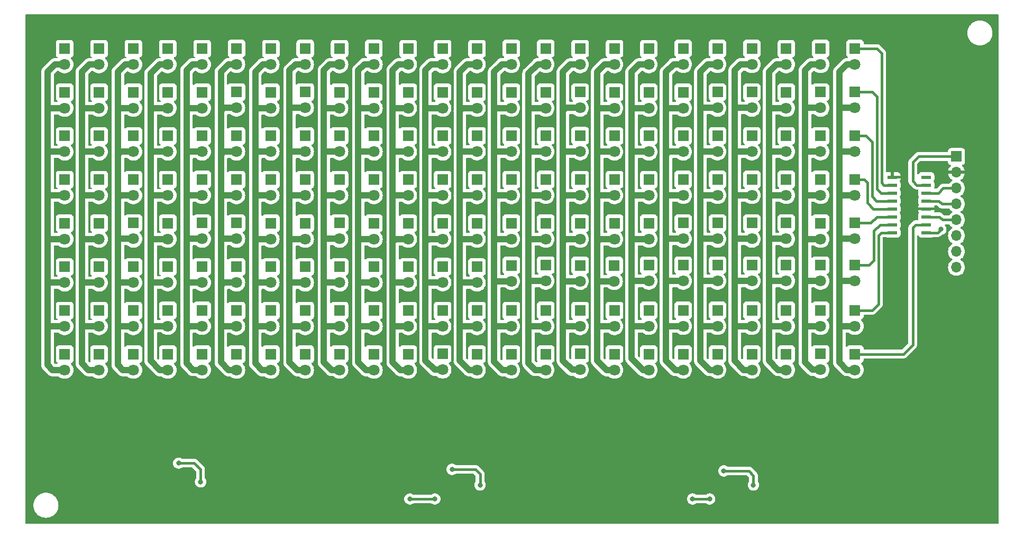
<source format=gbr>
%TF.GenerationSoftware,KiCad,Pcbnew,7.0.10-7.0.10~ubuntu22.04.1*%
%TF.CreationDate,2024-03-22T22:41:02+05:30*%
%TF.ProjectId,LEd_Display,4c45645f-4469-4737-906c-61792e6b6963,rev?*%
%TF.SameCoordinates,Original*%
%TF.FileFunction,Copper,L2,Bot*%
%TF.FilePolarity,Positive*%
%FSLAX46Y46*%
G04 Gerber Fmt 4.6, Leading zero omitted, Abs format (unit mm)*
G04 Created by KiCad (PCBNEW 7.0.10-7.0.10~ubuntu22.04.1) date 2024-03-22 22:41:02*
%MOMM*%
%LPD*%
G01*
G04 APERTURE LIST*
G04 Aperture macros list*
%AMRoundRect*
0 Rectangle with rounded corners*
0 $1 Rounding radius*
0 $2 $3 $4 $5 $6 $7 $8 $9 X,Y pos of 4 corners*
0 Add a 4 corners polygon primitive as box body*
4,1,4,$2,$3,$4,$5,$6,$7,$8,$9,$2,$3,0*
0 Add four circle primitives for the rounded corners*
1,1,$1+$1,$2,$3*
1,1,$1+$1,$4,$5*
1,1,$1+$1,$6,$7*
1,1,$1+$1,$8,$9*
0 Add four rect primitives between the rounded corners*
20,1,$1+$1,$2,$3,$4,$5,0*
20,1,$1+$1,$4,$5,$6,$7,0*
20,1,$1+$1,$6,$7,$8,$9,0*
20,1,$1+$1,$8,$9,$2,$3,0*%
G04 Aperture macros list end*
%TA.AperFunction,SMDPad,CuDef*%
%ADD10RoundRect,0.039900X-0.755100X-0.245100X0.755100X-0.245100X0.755100X0.245100X-0.755100X0.245100X0*%
%TD*%
%TA.AperFunction,ComponentPad*%
%ADD11O,1.700000X1.700000*%
%TD*%
%TA.AperFunction,ComponentPad*%
%ADD12R,1.700000X1.700000*%
%TD*%
%TA.AperFunction,ComponentPad*%
%ADD13C,1.800000*%
%TD*%
%TA.AperFunction,ComponentPad*%
%ADD14R,1.800000X1.800000*%
%TD*%
%TA.AperFunction,ViaPad*%
%ADD15C,0.800000*%
%TD*%
%TA.AperFunction,Conductor*%
%ADD16C,0.400000*%
%TD*%
%TA.AperFunction,Conductor*%
%ADD17C,1.000000*%
%TD*%
G04 APERTURE END LIST*
D10*
%TO.P,U1,1,QB*%
%TO.N,/Row7*%
X215250000Y-79275000D03*
%TO.P,U1,2,QC*%
%TO.N,/Row6*%
X215250000Y-78005000D03*
%TO.P,U1,3,QD*%
%TO.N,/Row5*%
X215250000Y-76735000D03*
%TO.P,U1,4,QE*%
%TO.N,/Row4*%
X215250000Y-75465000D03*
%TO.P,U1,5,QF*%
%TO.N,/Row3*%
X215250000Y-74195000D03*
%TO.P,U1,6,QG*%
%TO.N,/Row2*%
X215250000Y-72925000D03*
%TO.P,U1,7,QH*%
%TO.N,/Row1*%
X215250000Y-71655000D03*
%TO.P,U1,8,GND*%
%TO.N,GND*%
X215250000Y-70385000D03*
%TO.P,U1,9,QH'*%
%TO.N,unconnected-(U1-QH'-Pad9)*%
X220670000Y-70385000D03*
%TO.P,U1,10,~{SRCLR}*%
%TO.N,+5V*%
X220670000Y-71655000D03*
%TO.P,U1,11,SRCLK*%
%TO.N,/C_clk*%
X220670000Y-72925000D03*
%TO.P,U1,12,RCLK*%
%TO.N,/C_latch*%
X220670000Y-74195000D03*
%TO.P,U1,13,~{OE}*%
%TO.N,GND*%
X220670000Y-75465000D03*
%TO.P,U1,14,SER*%
%TO.N,/C_din*%
X220670000Y-76735000D03*
%TO.P,U1,15,QA*%
%TO.N,/Row8*%
X220670000Y-78005000D03*
%TO.P,U1,16,VCC*%
%TO.N,+5V*%
X220670000Y-79275000D03*
%TD*%
D11*
%TO.P,J1,8,Pin_8*%
%TO.N,/R_clk*%
X225500000Y-84855000D03*
%TO.P,J1,7,Pin_7*%
%TO.N,/R_latch*%
X225500000Y-82315000D03*
%TO.P,J1,6,Pin_6*%
%TO.N,/R_din*%
X225500000Y-79775000D03*
%TO.P,J1,5,Pin_5*%
%TO.N,/C_din*%
X225500000Y-77235000D03*
%TO.P,J1,4,Pin_4*%
%TO.N,/C_latch*%
X225500000Y-74695000D03*
%TO.P,J1,3,Pin_3*%
%TO.N,/C_clk*%
X225500000Y-72155000D03*
%TO.P,J1,2,Pin_2*%
%TO.N,GND*%
X225500000Y-69615000D03*
D12*
%TO.P,J1,1,Pin_1*%
%TO.N,+5V*%
X225500000Y-67075000D03*
%TD*%
D13*
%TO.P,D192,2,A*%
%TO.N,/Col24*%
X209250000Y-101290000D03*
D14*
%TO.P,D192,1,K*%
%TO.N,/Row8*%
X209250000Y-98750000D03*
%TD*%
D13*
%TO.P,D191,2,A*%
%TO.N,/Col24*%
X209250000Y-94290000D03*
D14*
%TO.P,D191,1,K*%
%TO.N,/Row7*%
X209250000Y-91750000D03*
%TD*%
D13*
%TO.P,D190,2,A*%
%TO.N,/Col24*%
X209250000Y-87040000D03*
D14*
%TO.P,D190,1,K*%
%TO.N,/Row6*%
X209250000Y-84500000D03*
%TD*%
D13*
%TO.P,D189,2,A*%
%TO.N,/Col24*%
X209250000Y-80290000D03*
D14*
%TO.P,D189,1,K*%
%TO.N,/Row5*%
X209250000Y-77750000D03*
%TD*%
D13*
%TO.P,D188,2,A*%
%TO.N,/Col24*%
X209250000Y-73275000D03*
D14*
%TO.P,D188,1,K*%
%TO.N,/Row4*%
X209250000Y-70735000D03*
%TD*%
D13*
%TO.P,D187,2,A*%
%TO.N,/Col24*%
X209250000Y-66290000D03*
D14*
%TO.P,D187,1,K*%
%TO.N,/Row3*%
X209250000Y-63750000D03*
%TD*%
D13*
%TO.P,D186,2,A*%
%TO.N,/Col24*%
X209250000Y-59290000D03*
D14*
%TO.P,D186,1,K*%
%TO.N,/Row2*%
X209250000Y-56750000D03*
%TD*%
D13*
%TO.P,D185,2,A*%
%TO.N,/Col24*%
X209250000Y-52290000D03*
D14*
%TO.P,D185,1,K*%
%TO.N,/Row1*%
X209250000Y-49750000D03*
%TD*%
D13*
%TO.P,D184,2,A*%
%TO.N,/Col23*%
X203750000Y-101275000D03*
D14*
%TO.P,D184,1,K*%
%TO.N,/Row8*%
X203750000Y-98735000D03*
%TD*%
D13*
%TO.P,D183,2,A*%
%TO.N,/Col23*%
X203750000Y-94290000D03*
D14*
%TO.P,D183,1,K*%
%TO.N,/Row7*%
X203750000Y-91750000D03*
%TD*%
D13*
%TO.P,D182,2,A*%
%TO.N,/Col23*%
X203750000Y-87040000D03*
D14*
%TO.P,D182,1,K*%
%TO.N,/Row6*%
X203750000Y-84500000D03*
%TD*%
D13*
%TO.P,D181,2,A*%
%TO.N,/Col23*%
X203750000Y-80315000D03*
D14*
%TO.P,D181,1,K*%
%TO.N,/Row5*%
X203750000Y-77775000D03*
%TD*%
D13*
%TO.P,D180,2,A*%
%TO.N,/Col23*%
X203750000Y-73290000D03*
D14*
%TO.P,D180,1,K*%
%TO.N,/Row4*%
X203750000Y-70750000D03*
%TD*%
D13*
%TO.P,D179,2,A*%
%TO.N,/Col23*%
X203750000Y-66290000D03*
D14*
%TO.P,D179,1,K*%
%TO.N,/Row3*%
X203750000Y-63750000D03*
%TD*%
D13*
%TO.P,D178,2,A*%
%TO.N,/Col23*%
X203750000Y-59290000D03*
D14*
%TO.P,D178,1,K*%
%TO.N,/Row2*%
X203750000Y-56750000D03*
%TD*%
D13*
%TO.P,D177,2,A*%
%TO.N,/Col23*%
X203750000Y-52290000D03*
D14*
%TO.P,D177,1,K*%
%TO.N,/Row1*%
X203750000Y-49750000D03*
%TD*%
D13*
%TO.P,D176,2,A*%
%TO.N,/Col22*%
X198250000Y-101290000D03*
D14*
%TO.P,D176,1,K*%
%TO.N,/Row8*%
X198250000Y-98750000D03*
%TD*%
D13*
%TO.P,D175,2,A*%
%TO.N,/Col22*%
X198250000Y-94290000D03*
D14*
%TO.P,D175,1,K*%
%TO.N,/Row7*%
X198250000Y-91750000D03*
%TD*%
D13*
%TO.P,D174,2,A*%
%TO.N,/Col22*%
X198250000Y-87040000D03*
D14*
%TO.P,D174,1,K*%
%TO.N,/Row6*%
X198250000Y-84500000D03*
%TD*%
D13*
%TO.P,D173,2,A*%
%TO.N,/Col22*%
X198250000Y-80290000D03*
D14*
%TO.P,D173,1,K*%
%TO.N,/Row5*%
X198250000Y-77750000D03*
%TD*%
D13*
%TO.P,D172,2,A*%
%TO.N,/Col22*%
X198250000Y-73290000D03*
D14*
%TO.P,D172,1,K*%
%TO.N,/Row4*%
X198250000Y-70750000D03*
%TD*%
D13*
%TO.P,D171,2,A*%
%TO.N,/Col22*%
X198250000Y-66290000D03*
D14*
%TO.P,D171,1,K*%
%TO.N,/Row3*%
X198250000Y-63750000D03*
%TD*%
D13*
%TO.P,D170,2,A*%
%TO.N,/Col22*%
X198250000Y-59315000D03*
D14*
%TO.P,D170,1,K*%
%TO.N,/Row2*%
X198250000Y-56775000D03*
%TD*%
D13*
%TO.P,D169,2,A*%
%TO.N,/Col22*%
X198250000Y-52315000D03*
D14*
%TO.P,D169,1,K*%
%TO.N,/Row1*%
X198250000Y-49775000D03*
%TD*%
D13*
%TO.P,D168,2,A*%
%TO.N,/Col21*%
X192750000Y-101290000D03*
D14*
%TO.P,D168,1,K*%
%TO.N,/Row8*%
X192750000Y-98750000D03*
%TD*%
D13*
%TO.P,D167,2,A*%
%TO.N,/Col21*%
X192750000Y-94290000D03*
D14*
%TO.P,D167,1,K*%
%TO.N,/Row7*%
X192750000Y-91750000D03*
%TD*%
D13*
%TO.P,D166,2,A*%
%TO.N,/Col21*%
X192750000Y-87040000D03*
D14*
%TO.P,D166,1,K*%
%TO.N,/Row6*%
X192750000Y-84500000D03*
%TD*%
D13*
%TO.P,D165,2,A*%
%TO.N,/Col21*%
X192750000Y-80290000D03*
D14*
%TO.P,D165,1,K*%
%TO.N,/Row5*%
X192750000Y-77750000D03*
%TD*%
D13*
%TO.P,D164,2,A*%
%TO.N,/Col21*%
X192750000Y-73290000D03*
D14*
%TO.P,D164,1,K*%
%TO.N,/Row4*%
X192750000Y-70750000D03*
%TD*%
D13*
%TO.P,D163,2,A*%
%TO.N,/Col21*%
X192750000Y-66290000D03*
D14*
%TO.P,D163,1,K*%
%TO.N,/Row3*%
X192750000Y-63750000D03*
%TD*%
D13*
%TO.P,D162,2,A*%
%TO.N,/Col21*%
X192750000Y-59290000D03*
D14*
%TO.P,D162,1,K*%
%TO.N,/Row2*%
X192750000Y-56750000D03*
%TD*%
D13*
%TO.P,D161,2,A*%
%TO.N,/Col21*%
X192750000Y-52290000D03*
D14*
%TO.P,D161,1,K*%
%TO.N,/Row1*%
X192750000Y-49750000D03*
%TD*%
D13*
%TO.P,D160,2,A*%
%TO.N,/Col20*%
X187250000Y-101290000D03*
D14*
%TO.P,D160,1,K*%
%TO.N,/Row8*%
X187250000Y-98750000D03*
%TD*%
D13*
%TO.P,D159,2,A*%
%TO.N,/Col20*%
X187250000Y-94290000D03*
D14*
%TO.P,D159,1,K*%
%TO.N,/Row7*%
X187250000Y-91750000D03*
%TD*%
D13*
%TO.P,D158,2,A*%
%TO.N,/Col20*%
X187250000Y-87040000D03*
D14*
%TO.P,D158,1,K*%
%TO.N,/Row6*%
X187250000Y-84500000D03*
%TD*%
D13*
%TO.P,D157,2,A*%
%TO.N,/Col20*%
X187250000Y-80290000D03*
D14*
%TO.P,D157,1,K*%
%TO.N,/Row5*%
X187250000Y-77750000D03*
%TD*%
D13*
%TO.P,D156,2,A*%
%TO.N,/Col20*%
X187250000Y-73290000D03*
D14*
%TO.P,D156,1,K*%
%TO.N,/Row4*%
X187250000Y-70750000D03*
%TD*%
D13*
%TO.P,D155,2,A*%
%TO.N,/Col20*%
X187250000Y-66290000D03*
D14*
%TO.P,D155,1,K*%
%TO.N,/Row3*%
X187250000Y-63750000D03*
%TD*%
D13*
%TO.P,D154,2,A*%
%TO.N,/Col20*%
X187250000Y-59290000D03*
D14*
%TO.P,D154,1,K*%
%TO.N,/Row2*%
X187250000Y-56750000D03*
%TD*%
D13*
%TO.P,D153,2,A*%
%TO.N,/Col20*%
X187250000Y-52290000D03*
D14*
%TO.P,D153,1,K*%
%TO.N,/Row1*%
X187250000Y-49750000D03*
%TD*%
%TO.P,D152,1,K*%
%TO.N,/Row8*%
X181750000Y-98750000D03*
D13*
%TO.P,D152,2,A*%
%TO.N,/Col19*%
X181750000Y-101290000D03*
%TD*%
D14*
%TO.P,D151,1,K*%
%TO.N,/Row7*%
X181750000Y-91750000D03*
D13*
%TO.P,D151,2,A*%
%TO.N,/Col19*%
X181750000Y-94290000D03*
%TD*%
D14*
%TO.P,D150,1,K*%
%TO.N,/Row6*%
X181750000Y-84500000D03*
D13*
%TO.P,D150,2,A*%
%TO.N,/Col19*%
X181750000Y-87040000D03*
%TD*%
D14*
%TO.P,D149,1,K*%
%TO.N,/Row5*%
X181750000Y-77750000D03*
D13*
%TO.P,D149,2,A*%
%TO.N,/Col19*%
X181750000Y-80290000D03*
%TD*%
D14*
%TO.P,D148,1,K*%
%TO.N,/Row4*%
X181750000Y-70750000D03*
D13*
%TO.P,D148,2,A*%
%TO.N,/Col19*%
X181750000Y-73290000D03*
%TD*%
D14*
%TO.P,D147,1,K*%
%TO.N,/Row3*%
X181750000Y-63775000D03*
D13*
%TO.P,D147,2,A*%
%TO.N,/Col19*%
X181750000Y-66315000D03*
%TD*%
D14*
%TO.P,D146,1,K*%
%TO.N,/Row2*%
X181750000Y-56775000D03*
D13*
%TO.P,D146,2,A*%
%TO.N,/Col19*%
X181750000Y-59315000D03*
%TD*%
D14*
%TO.P,D145,1,K*%
%TO.N,/Row1*%
X181750000Y-49735000D03*
D13*
%TO.P,D145,2,A*%
%TO.N,/Col19*%
X181750000Y-52275000D03*
%TD*%
%TO.P,D144,2,A*%
%TO.N,/Col18*%
X176250000Y-101315000D03*
D14*
%TO.P,D144,1,K*%
%TO.N,/Row8*%
X176250000Y-98775000D03*
%TD*%
D13*
%TO.P,D143,2,A*%
%TO.N,/Col18*%
X176250000Y-94290000D03*
D14*
%TO.P,D143,1,K*%
%TO.N,/Row7*%
X176250000Y-91750000D03*
%TD*%
D13*
%TO.P,D142,2,A*%
%TO.N,/Col18*%
X176250000Y-87040000D03*
D14*
%TO.P,D142,1,K*%
%TO.N,/Row6*%
X176250000Y-84500000D03*
%TD*%
D13*
%TO.P,D141,2,A*%
%TO.N,/Col18*%
X176250000Y-80315000D03*
D14*
%TO.P,D141,1,K*%
%TO.N,/Row5*%
X176250000Y-77775000D03*
%TD*%
%TO.P,D140,1,K*%
%TO.N,/Row4*%
X176250000Y-70775000D03*
D13*
%TO.P,D140,2,A*%
%TO.N,/Col18*%
X176250000Y-73315000D03*
%TD*%
D14*
%TO.P,D139,1,K*%
%TO.N,/Row3*%
X176250000Y-63775000D03*
D13*
%TO.P,D139,2,A*%
%TO.N,/Col18*%
X176250000Y-66315000D03*
%TD*%
D14*
%TO.P,D138,1,K*%
%TO.N,/Row2*%
X176250000Y-56775000D03*
D13*
%TO.P,D138,2,A*%
%TO.N,/Col18*%
X176250000Y-59315000D03*
%TD*%
D14*
%TO.P,D137,1,K*%
%TO.N,/Row1*%
X176250000Y-49775000D03*
D13*
%TO.P,D137,2,A*%
%TO.N,/Col18*%
X176250000Y-52315000D03*
%TD*%
%TO.P,D136,2,A*%
%TO.N,/Col17*%
X170750000Y-101315000D03*
D14*
%TO.P,D136,1,K*%
%TO.N,/Row8*%
X170750000Y-98775000D03*
%TD*%
D13*
%TO.P,D135,2,A*%
%TO.N,/Col17*%
X170750000Y-94315000D03*
D14*
%TO.P,D135,1,K*%
%TO.N,/Row7*%
X170750000Y-91775000D03*
%TD*%
D13*
%TO.P,D134,2,A*%
%TO.N,/Col17*%
X170700000Y-87075000D03*
D14*
%TO.P,D134,1,K*%
%TO.N,/Row6*%
X170700000Y-84535000D03*
%TD*%
D13*
%TO.P,D133,2,A*%
%TO.N,/Col17*%
X170750000Y-80315000D03*
D14*
%TO.P,D133,1,K*%
%TO.N,/Row5*%
X170750000Y-77775000D03*
%TD*%
D13*
%TO.P,D132,2,A*%
%TO.N,/Col17*%
X170750000Y-73315000D03*
D14*
%TO.P,D132,1,K*%
%TO.N,/Row4*%
X170750000Y-70775000D03*
%TD*%
%TO.P,D131,1,K*%
%TO.N,/Row3*%
X170750000Y-63775000D03*
D13*
%TO.P,D131,2,A*%
%TO.N,/Col17*%
X170750000Y-66315000D03*
%TD*%
D14*
%TO.P,D130,1,K*%
%TO.N,/Row2*%
X170750000Y-56775000D03*
D13*
%TO.P,D130,2,A*%
%TO.N,/Col17*%
X170750000Y-59315000D03*
%TD*%
%TO.P,D129,2,A*%
%TO.N,/Col17*%
X170750000Y-52315000D03*
D14*
%TO.P,D129,1,K*%
%TO.N,/Row1*%
X170750000Y-49775000D03*
%TD*%
D13*
%TO.P,D128,2,A*%
%TO.N,/Col16*%
X165250000Y-101275000D03*
D14*
%TO.P,D128,1,K*%
%TO.N,/Row8*%
X165250000Y-98735000D03*
%TD*%
%TO.P,D127,1,K*%
%TO.N,/Row7*%
X165250000Y-91775000D03*
D13*
%TO.P,D127,2,A*%
%TO.N,/Col16*%
X165250000Y-94315000D03*
%TD*%
D14*
%TO.P,D126,1,K*%
%TO.N,/Row6*%
X165250000Y-84525000D03*
D13*
%TO.P,D126,2,A*%
%TO.N,/Col16*%
X165250000Y-87065000D03*
%TD*%
D14*
%TO.P,D125,1,K*%
%TO.N,/Row5*%
X165250000Y-77775000D03*
D13*
%TO.P,D125,2,A*%
%TO.N,/Col16*%
X165250000Y-80315000D03*
%TD*%
D14*
%TO.P,D124,1,K*%
%TO.N,/Row4*%
X165250000Y-70775000D03*
D13*
%TO.P,D124,2,A*%
%TO.N,/Col16*%
X165250000Y-73315000D03*
%TD*%
D14*
%TO.P,D123,1,K*%
%TO.N,/Row3*%
X165250000Y-63735000D03*
D13*
%TO.P,D123,2,A*%
%TO.N,/Col16*%
X165250000Y-66275000D03*
%TD*%
D14*
%TO.P,D122,1,K*%
%TO.N,/Row2*%
X165250000Y-56750000D03*
D13*
%TO.P,D122,2,A*%
%TO.N,/Col16*%
X165250000Y-59290000D03*
%TD*%
D14*
%TO.P,D121,1,K*%
%TO.N,/Row1*%
X165250000Y-49775000D03*
D13*
%TO.P,D121,2,A*%
%TO.N,/Col16*%
X165250000Y-52315000D03*
%TD*%
%TO.P,D120,2,A*%
%TO.N,/Col15*%
X159750000Y-101290000D03*
D14*
%TO.P,D120,1,K*%
%TO.N,/Row8*%
X159750000Y-98750000D03*
%TD*%
D13*
%TO.P,D119,2,A*%
%TO.N,/Col15*%
X159750000Y-94290000D03*
D14*
%TO.P,D119,1,K*%
%TO.N,/Row7*%
X159750000Y-91750000D03*
%TD*%
D13*
%TO.P,D118,2,A*%
%TO.N,/Col15*%
X159750000Y-87040000D03*
D14*
%TO.P,D118,1,K*%
%TO.N,/Row6*%
X159750000Y-84500000D03*
%TD*%
D13*
%TO.P,D117,2,A*%
%TO.N,/Col15*%
X159750000Y-80315000D03*
D14*
%TO.P,D117,1,K*%
%TO.N,/Row5*%
X159750000Y-77775000D03*
%TD*%
D13*
%TO.P,D116,2,A*%
%TO.N,/Col15*%
X159750000Y-73290000D03*
D14*
%TO.P,D116,1,K*%
%TO.N,/Row4*%
X159750000Y-70750000D03*
%TD*%
D13*
%TO.P,D115,2,A*%
%TO.N,/Col15*%
X159750000Y-66290000D03*
D14*
%TO.P,D115,1,K*%
%TO.N,/Row3*%
X159750000Y-63750000D03*
%TD*%
D13*
%TO.P,D114,2,A*%
%TO.N,/Col15*%
X159750000Y-59315000D03*
D14*
%TO.P,D114,1,K*%
%TO.N,/Row2*%
X159750000Y-56775000D03*
%TD*%
D13*
%TO.P,D113,2,A*%
%TO.N,/Col15*%
X159750000Y-52290000D03*
D14*
%TO.P,D113,1,K*%
%TO.N,/Row1*%
X159750000Y-49750000D03*
%TD*%
D13*
%TO.P,D112,2,A*%
%TO.N,/Col14*%
X154250000Y-101315000D03*
D14*
%TO.P,D112,1,K*%
%TO.N,/Row8*%
X154250000Y-98775000D03*
%TD*%
D13*
%TO.P,D111,2,A*%
%TO.N,/Col14*%
X154250000Y-94315000D03*
D14*
%TO.P,D111,1,K*%
%TO.N,/Row7*%
X154250000Y-91775000D03*
%TD*%
D13*
%TO.P,D110,2,A*%
%TO.N,/Col14*%
X154250000Y-87065000D03*
D14*
%TO.P,D110,1,K*%
%TO.N,/Row6*%
X154250000Y-84525000D03*
%TD*%
D13*
%TO.P,D109,2,A*%
%TO.N,/Col14*%
X154250000Y-80315000D03*
D14*
%TO.P,D109,1,K*%
%TO.N,/Row5*%
X154250000Y-77775000D03*
%TD*%
D13*
%TO.P,D108,2,A*%
%TO.N,/Col14*%
X154250000Y-73315000D03*
D14*
%TO.P,D108,1,K*%
%TO.N,/Row4*%
X154250000Y-70775000D03*
%TD*%
D13*
%TO.P,D107,2,A*%
%TO.N,/Col14*%
X154250000Y-66315000D03*
D14*
%TO.P,D107,1,K*%
%TO.N,/Row3*%
X154250000Y-63775000D03*
%TD*%
D13*
%TO.P,D106,2,A*%
%TO.N,/Col14*%
X154250000Y-59315000D03*
D14*
%TO.P,D106,1,K*%
%TO.N,/Row2*%
X154250000Y-56775000D03*
%TD*%
D13*
%TO.P,D105,2,A*%
%TO.N,/Col14*%
X154250000Y-52290000D03*
D14*
%TO.P,D105,1,K*%
%TO.N,/Row1*%
X154250000Y-49750000D03*
%TD*%
D13*
%TO.P,D104,2,A*%
%TO.N,/Col13*%
X148750000Y-101315000D03*
D14*
%TO.P,D104,1,K*%
%TO.N,/Row8*%
X148750000Y-98775000D03*
%TD*%
D13*
%TO.P,D103,2,A*%
%TO.N,/Col13*%
X148750000Y-94315000D03*
D14*
%TO.P,D103,1,K*%
%TO.N,/Row7*%
X148750000Y-91775000D03*
%TD*%
D13*
%TO.P,D102,2,A*%
%TO.N,/Col13*%
X148750000Y-87315000D03*
D14*
%TO.P,D102,1,K*%
%TO.N,/Row6*%
X148750000Y-84775000D03*
%TD*%
D13*
%TO.P,D101,2,A*%
%TO.N,/Col13*%
X148750000Y-80315000D03*
D14*
%TO.P,D101,1,K*%
%TO.N,/Row5*%
X148750000Y-77775000D03*
%TD*%
D13*
%TO.P,D100,2,A*%
%TO.N,/Col13*%
X148750000Y-73315000D03*
D14*
%TO.P,D100,1,K*%
%TO.N,/Row4*%
X148750000Y-70775000D03*
%TD*%
D13*
%TO.P,D99,2,A*%
%TO.N,/Col13*%
X148750000Y-66290000D03*
D14*
%TO.P,D99,1,K*%
%TO.N,/Row3*%
X148750000Y-63750000D03*
%TD*%
D13*
%TO.P,D98,2,A*%
%TO.N,/Col13*%
X148750000Y-59315000D03*
D14*
%TO.P,D98,1,K*%
%TO.N,/Row2*%
X148750000Y-56775000D03*
%TD*%
D13*
%TO.P,D97,2,A*%
%TO.N,/Col13*%
X148750000Y-52315000D03*
D14*
%TO.P,D97,1,K*%
%TO.N,/Row1*%
X148750000Y-49775000D03*
%TD*%
D13*
%TO.P,D96,2,A*%
%TO.N,/Col12*%
X143250000Y-101275000D03*
D14*
%TO.P,D96,1,K*%
%TO.N,/Row8*%
X143250000Y-98735000D03*
%TD*%
%TO.P,D95,1,K*%
%TO.N,/Row7*%
X143250000Y-91775000D03*
D13*
%TO.P,D95,2,A*%
%TO.N,/Col12*%
X143250000Y-94315000D03*
%TD*%
D14*
%TO.P,D94,1,K*%
%TO.N,/Row6*%
X143250000Y-84735000D03*
D13*
%TO.P,D94,2,A*%
%TO.N,/Col12*%
X143250000Y-87275000D03*
%TD*%
D14*
%TO.P,D93,1,K*%
%TO.N,/Row5*%
X143250000Y-77775000D03*
D13*
%TO.P,D93,2,A*%
%TO.N,/Col12*%
X143250000Y-80315000D03*
%TD*%
D14*
%TO.P,D92,1,K*%
%TO.N,/Row4*%
X143250000Y-70775000D03*
D13*
%TO.P,D92,2,A*%
%TO.N,/Col12*%
X143250000Y-73315000D03*
%TD*%
D14*
%TO.P,D91,1,K*%
%TO.N,/Row3*%
X143250000Y-63775000D03*
D13*
%TO.P,D91,2,A*%
%TO.N,/Col12*%
X143250000Y-66315000D03*
%TD*%
D14*
%TO.P,D90,1,K*%
%TO.N,/Row2*%
X143250000Y-56775000D03*
D13*
%TO.P,D90,2,A*%
%TO.N,/Col12*%
X143250000Y-59315000D03*
%TD*%
D14*
%TO.P,D89,1,K*%
%TO.N,/Row1*%
X143250000Y-49775000D03*
D13*
%TO.P,D89,2,A*%
%TO.N,/Col12*%
X143250000Y-52315000D03*
%TD*%
%TO.P,D88,2,A*%
%TO.N,/Col11*%
X137750000Y-101315000D03*
D14*
%TO.P,D88,1,K*%
%TO.N,/Row8*%
X137750000Y-98775000D03*
%TD*%
D13*
%TO.P,D87,2,A*%
%TO.N,/Col11*%
X137750000Y-94315000D03*
D14*
%TO.P,D87,1,K*%
%TO.N,/Row7*%
X137750000Y-91775000D03*
%TD*%
D13*
%TO.P,D86,2,A*%
%TO.N,/Col11*%
X137750000Y-87315000D03*
D14*
%TO.P,D86,1,K*%
%TO.N,/Row6*%
X137750000Y-84775000D03*
%TD*%
D13*
%TO.P,D85,2,A*%
%TO.N,/Col11*%
X137750000Y-80315000D03*
D14*
%TO.P,D85,1,K*%
%TO.N,/Row5*%
X137750000Y-77775000D03*
%TD*%
D13*
%TO.P,D84,2,A*%
%TO.N,/Col11*%
X137750000Y-73315000D03*
D14*
%TO.P,D84,1,K*%
%TO.N,/Row4*%
X137750000Y-70775000D03*
%TD*%
D13*
%TO.P,D83,2,A*%
%TO.N,/Col11*%
X137750000Y-66315000D03*
D14*
%TO.P,D83,1,K*%
%TO.N,/Row3*%
X137750000Y-63775000D03*
%TD*%
D13*
%TO.P,D82,2,A*%
%TO.N,/Col11*%
X137750000Y-59315000D03*
D14*
%TO.P,D82,1,K*%
%TO.N,/Row2*%
X137750000Y-56775000D03*
%TD*%
D13*
%TO.P,D81,2,A*%
%TO.N,/Col11*%
X137750000Y-52315000D03*
D14*
%TO.P,D81,1,K*%
%TO.N,/Row1*%
X137750000Y-49775000D03*
%TD*%
D13*
%TO.P,D80,2,A*%
%TO.N,/Col10*%
X132250000Y-101315000D03*
D14*
%TO.P,D80,1,K*%
%TO.N,/Row8*%
X132250000Y-98775000D03*
%TD*%
D13*
%TO.P,D79,2,A*%
%TO.N,/Col10*%
X132250000Y-94315000D03*
D14*
%TO.P,D79,1,K*%
%TO.N,/Row7*%
X132250000Y-91775000D03*
%TD*%
D13*
%TO.P,D78,2,A*%
%TO.N,/Col10*%
X132250000Y-87315000D03*
D14*
%TO.P,D78,1,K*%
%TO.N,/Row6*%
X132250000Y-84775000D03*
%TD*%
D13*
%TO.P,D77,2,A*%
%TO.N,/Col10*%
X132250000Y-80315000D03*
D14*
%TO.P,D77,1,K*%
%TO.N,/Row5*%
X132250000Y-77775000D03*
%TD*%
D13*
%TO.P,D76,2,A*%
%TO.N,/Col10*%
X132250000Y-73315000D03*
D14*
%TO.P,D76,1,K*%
%TO.N,/Row4*%
X132250000Y-70775000D03*
%TD*%
D13*
%TO.P,D75,2,A*%
%TO.N,/Col10*%
X132250000Y-66315000D03*
D14*
%TO.P,D75,1,K*%
%TO.N,/Row3*%
X132250000Y-63775000D03*
%TD*%
D13*
%TO.P,D74,2,A*%
%TO.N,/Col10*%
X132250000Y-59315000D03*
D14*
%TO.P,D74,1,K*%
%TO.N,/Row2*%
X132250000Y-56775000D03*
%TD*%
D13*
%TO.P,D73,2,A*%
%TO.N,/Col10*%
X132250000Y-52290000D03*
D14*
%TO.P,D73,1,K*%
%TO.N,/Row1*%
X132250000Y-49750000D03*
%TD*%
D13*
%TO.P,D72,2,A*%
%TO.N,/Col9*%
X126750000Y-101290000D03*
D14*
%TO.P,D72,1,K*%
%TO.N,/Row8*%
X126750000Y-98750000D03*
%TD*%
D13*
%TO.P,D71,2,A*%
%TO.N,/Col9*%
X126750000Y-94315000D03*
D14*
%TO.P,D71,1,K*%
%TO.N,/Row7*%
X126750000Y-91775000D03*
%TD*%
D13*
%TO.P,D70,2,A*%
%TO.N,/Col9*%
X126750000Y-87315000D03*
D14*
%TO.P,D70,1,K*%
%TO.N,/Row6*%
X126750000Y-84775000D03*
%TD*%
D13*
%TO.P,D69,2,A*%
%TO.N,/Col9*%
X126750000Y-80290000D03*
D14*
%TO.P,D69,1,K*%
%TO.N,/Row5*%
X126750000Y-77750000D03*
%TD*%
D13*
%TO.P,D68,2,A*%
%TO.N,/Col9*%
X126750000Y-73315000D03*
D14*
%TO.P,D68,1,K*%
%TO.N,/Row4*%
X126750000Y-70775000D03*
%TD*%
D13*
%TO.P,D67,2,A*%
%TO.N,/Col9*%
X126750000Y-66290000D03*
D14*
%TO.P,D67,1,K*%
%TO.N,/Row3*%
X126750000Y-63750000D03*
%TD*%
D13*
%TO.P,D66,2,A*%
%TO.N,/Col9*%
X126750000Y-59315000D03*
D14*
%TO.P,D66,1,K*%
%TO.N,/Row2*%
X126750000Y-56775000D03*
%TD*%
D13*
%TO.P,D65,2,A*%
%TO.N,/Col9*%
X126750000Y-52315000D03*
D14*
%TO.P,D65,1,K*%
%TO.N,/Row1*%
X126750000Y-49775000D03*
%TD*%
D13*
%TO.P,D64,2,A*%
%TO.N,/Col8*%
X121250000Y-101315000D03*
D14*
%TO.P,D64,1,K*%
%TO.N,/Row8*%
X121250000Y-98775000D03*
%TD*%
D13*
%TO.P,D63,2,A*%
%TO.N,/Col8*%
X121250000Y-94315000D03*
D14*
%TO.P,D63,1,K*%
%TO.N,/Row7*%
X121250000Y-91775000D03*
%TD*%
D13*
%TO.P,D62,2,A*%
%TO.N,/Col8*%
X121250000Y-87315000D03*
D14*
%TO.P,D62,1,K*%
%TO.N,/Row6*%
X121250000Y-84775000D03*
%TD*%
D13*
%TO.P,D61,2,A*%
%TO.N,/Col8*%
X121250000Y-80315000D03*
D14*
%TO.P,D61,1,K*%
%TO.N,/Row5*%
X121250000Y-77775000D03*
%TD*%
D13*
%TO.P,D60,2,A*%
%TO.N,/Col8*%
X121250000Y-73315000D03*
D14*
%TO.P,D60,1,K*%
%TO.N,/Row4*%
X121250000Y-70775000D03*
%TD*%
D13*
%TO.P,D59,2,A*%
%TO.N,/Col8*%
X121250000Y-66315000D03*
D14*
%TO.P,D59,1,K*%
%TO.N,/Row3*%
X121250000Y-63775000D03*
%TD*%
D13*
%TO.P,D58,2,A*%
%TO.N,/Col8*%
X121250000Y-59275000D03*
D14*
%TO.P,D58,1,K*%
%TO.N,/Row2*%
X121250000Y-56735000D03*
%TD*%
D13*
%TO.P,D57,2,A*%
%TO.N,/Col8*%
X121250000Y-52290000D03*
D14*
%TO.P,D57,1,K*%
%TO.N,/Row1*%
X121250000Y-49750000D03*
%TD*%
D13*
%TO.P,D56,2,A*%
%TO.N,/Col7*%
X115750000Y-101315000D03*
D14*
%TO.P,D56,1,K*%
%TO.N,/Row8*%
X115750000Y-98775000D03*
%TD*%
D13*
%TO.P,D55,2,A*%
%TO.N,/Col7*%
X115750000Y-94315000D03*
D14*
%TO.P,D55,1,K*%
%TO.N,/Row7*%
X115750000Y-91775000D03*
%TD*%
%TO.P,D54,1,K*%
%TO.N,/Row6*%
X115750000Y-84775000D03*
D13*
%TO.P,D54,2,A*%
%TO.N,/Col7*%
X115750000Y-87315000D03*
%TD*%
%TO.P,D53,2,A*%
%TO.N,/Col7*%
X115750000Y-80315000D03*
D14*
%TO.P,D53,1,K*%
%TO.N,/Row5*%
X115750000Y-77775000D03*
%TD*%
D13*
%TO.P,D52,2,A*%
%TO.N,/Col7*%
X115750000Y-73315000D03*
D14*
%TO.P,D52,1,K*%
%TO.N,/Row4*%
X115750000Y-70775000D03*
%TD*%
D13*
%TO.P,D51,2,A*%
%TO.N,/Col7*%
X115750000Y-66315000D03*
D14*
%TO.P,D51,1,K*%
%TO.N,/Row3*%
X115750000Y-63775000D03*
%TD*%
%TO.P,D50,1,K*%
%TO.N,/Row2*%
X115750000Y-56775000D03*
D13*
%TO.P,D50,2,A*%
%TO.N,/Col7*%
X115750000Y-59315000D03*
%TD*%
%TO.P,D49,2,A*%
%TO.N,/Col7*%
X115750000Y-52315000D03*
D14*
%TO.P,D49,1,K*%
%TO.N,/Row1*%
X115750000Y-49775000D03*
%TD*%
D13*
%TO.P,D48,2,A*%
%TO.N,/Col6*%
X110250000Y-101315000D03*
D14*
%TO.P,D48,1,K*%
%TO.N,/Row8*%
X110250000Y-98775000D03*
%TD*%
D13*
%TO.P,D47,2,A*%
%TO.N,/Col6*%
X110250000Y-94315000D03*
D14*
%TO.P,D47,1,K*%
%TO.N,/Row7*%
X110250000Y-91775000D03*
%TD*%
D13*
%TO.P,D46,2,A*%
%TO.N,/Col6*%
X110250000Y-87315000D03*
D14*
%TO.P,D46,1,K*%
%TO.N,/Row6*%
X110250000Y-84775000D03*
%TD*%
D13*
%TO.P,D45,2,A*%
%TO.N,/Col6*%
X110250000Y-80290000D03*
D14*
%TO.P,D45,1,K*%
%TO.N,/Row5*%
X110250000Y-77750000D03*
%TD*%
D13*
%TO.P,D44,2,A*%
%TO.N,/Col6*%
X110250000Y-73315000D03*
D14*
%TO.P,D44,1,K*%
%TO.N,/Row4*%
X110250000Y-70775000D03*
%TD*%
D13*
%TO.P,D43,2,A*%
%TO.N,/Col6*%
X110250000Y-66315000D03*
D14*
%TO.P,D43,1,K*%
%TO.N,/Row3*%
X110250000Y-63775000D03*
%TD*%
D13*
%TO.P,D42,2,A*%
%TO.N,/Col6*%
X110250000Y-59275000D03*
D14*
%TO.P,D42,1,K*%
%TO.N,/Row2*%
X110250000Y-56735000D03*
%TD*%
D13*
%TO.P,D41,2,A*%
%TO.N,/Col6*%
X110250000Y-52275000D03*
D14*
%TO.P,D41,1,K*%
%TO.N,/Row1*%
X110250000Y-49735000D03*
%TD*%
D13*
%TO.P,D40,2,A*%
%TO.N,/Col5*%
X104750000Y-101290000D03*
D14*
%TO.P,D40,1,K*%
%TO.N,/Row8*%
X104750000Y-98750000D03*
%TD*%
D13*
%TO.P,D39,2,A*%
%TO.N,/Col5*%
X104750000Y-94290000D03*
D14*
%TO.P,D39,1,K*%
%TO.N,/Row7*%
X104750000Y-91750000D03*
%TD*%
D13*
%TO.P,D38,2,A*%
%TO.N,/Col5*%
X104750000Y-87290000D03*
D14*
%TO.P,D38,1,K*%
%TO.N,/Row6*%
X104750000Y-84750000D03*
%TD*%
D13*
%TO.P,D37,2,A*%
%TO.N,/Col5*%
X104750000Y-80290000D03*
D14*
%TO.P,D37,1,K*%
%TO.N,/Row5*%
X104750000Y-77750000D03*
%TD*%
D13*
%TO.P,D36,2,A*%
%TO.N,/Col5*%
X104750000Y-73290000D03*
D14*
%TO.P,D36,1,K*%
%TO.N,/Row4*%
X104750000Y-70750000D03*
%TD*%
D13*
%TO.P,D35,2,A*%
%TO.N,/Col5*%
X104750000Y-66315000D03*
D14*
%TO.P,D35,1,K*%
%TO.N,/Row3*%
X104750000Y-63775000D03*
%TD*%
D13*
%TO.P,D34,2,A*%
%TO.N,/Col5*%
X104750000Y-59315000D03*
D14*
%TO.P,D34,1,K*%
%TO.N,/Row2*%
X104750000Y-56775000D03*
%TD*%
D13*
%TO.P,D33,2,A*%
%TO.N,/Col5*%
X104750000Y-52315000D03*
D14*
%TO.P,D33,1,K*%
%TO.N,/Row1*%
X104750000Y-49775000D03*
%TD*%
D13*
%TO.P,D32,2,A*%
%TO.N,/Col4*%
X99250000Y-101315000D03*
D14*
%TO.P,D32,1,K*%
%TO.N,/Row8*%
X99250000Y-98775000D03*
%TD*%
D13*
%TO.P,D31,2,A*%
%TO.N,/Col4*%
X99250000Y-94275000D03*
D14*
%TO.P,D31,1,K*%
%TO.N,/Row7*%
X99250000Y-91735000D03*
%TD*%
D13*
%TO.P,D30,2,A*%
%TO.N,/Col4*%
X99250000Y-87290000D03*
D14*
%TO.P,D30,1,K*%
%TO.N,/Row6*%
X99250000Y-84750000D03*
%TD*%
D13*
%TO.P,D29,2,A*%
%TO.N,/Col4*%
X99250000Y-80315000D03*
D14*
%TO.P,D29,1,K*%
%TO.N,/Row5*%
X99250000Y-77775000D03*
%TD*%
D13*
%TO.P,D28,2,A*%
%TO.N,/Col4*%
X99250000Y-73315000D03*
D14*
%TO.P,D28,1,K*%
%TO.N,/Row4*%
X99250000Y-70775000D03*
%TD*%
D13*
%TO.P,D27,2,A*%
%TO.N,/Col4*%
X99250000Y-66315000D03*
D14*
%TO.P,D27,1,K*%
%TO.N,/Row3*%
X99250000Y-63775000D03*
%TD*%
D13*
%TO.P,D26,2,A*%
%TO.N,/Col4*%
X99250000Y-59315000D03*
D14*
%TO.P,D26,1,K*%
%TO.N,/Row2*%
X99250000Y-56775000D03*
%TD*%
D13*
%TO.P,D25,2,A*%
%TO.N,/Col4*%
X99250000Y-52315000D03*
D14*
%TO.P,D25,1,K*%
%TO.N,/Row1*%
X99250000Y-49775000D03*
%TD*%
D13*
%TO.P,D24,2,A*%
%TO.N,/Col3*%
X93750000Y-101315000D03*
D14*
%TO.P,D24,1,K*%
%TO.N,/Row8*%
X93750000Y-98775000D03*
%TD*%
D13*
%TO.P,D23,2,A*%
%TO.N,/Col3*%
X93750000Y-94315000D03*
D14*
%TO.P,D23,1,K*%
%TO.N,/Row7*%
X93750000Y-91775000D03*
%TD*%
D13*
%TO.P,D22,2,A*%
%TO.N,/Col3*%
X93750000Y-87315000D03*
D14*
%TO.P,D22,1,K*%
%TO.N,/Row6*%
X93750000Y-84775000D03*
%TD*%
%TO.P,D21,1,K*%
%TO.N,/Row5*%
X93750000Y-77750000D03*
D13*
%TO.P,D21,2,A*%
%TO.N,/Col3*%
X93750000Y-80290000D03*
%TD*%
%TO.P,D20,2,A*%
%TO.N,/Col3*%
X93750000Y-73315000D03*
D14*
%TO.P,D20,1,K*%
%TO.N,/Row4*%
X93750000Y-70775000D03*
%TD*%
D13*
%TO.P,D19,2,A*%
%TO.N,/Col3*%
X93750000Y-66315000D03*
D14*
%TO.P,D19,1,K*%
%TO.N,/Row3*%
X93750000Y-63775000D03*
%TD*%
D13*
%TO.P,D18,2,A*%
%TO.N,/Col3*%
X93750000Y-59315000D03*
D14*
%TO.P,D18,1,K*%
%TO.N,/Row2*%
X93750000Y-56775000D03*
%TD*%
D13*
%TO.P,D17,2,A*%
%TO.N,/Col3*%
X93750000Y-52315000D03*
D14*
%TO.P,D17,1,K*%
%TO.N,/Row1*%
X93750000Y-49775000D03*
%TD*%
D13*
%TO.P,D16,2,A*%
%TO.N,/Col2*%
X88250000Y-101315000D03*
D14*
%TO.P,D16,1,K*%
%TO.N,/Row8*%
X88250000Y-98775000D03*
%TD*%
D13*
%TO.P,D15,2,A*%
%TO.N,/Col2*%
X88250000Y-94315000D03*
D14*
%TO.P,D15,1,K*%
%TO.N,/Row7*%
X88250000Y-91775000D03*
%TD*%
D13*
%TO.P,D14,2,A*%
%TO.N,/Col2*%
X88250000Y-87315000D03*
D14*
%TO.P,D14,1,K*%
%TO.N,/Row6*%
X88250000Y-84775000D03*
%TD*%
D13*
%TO.P,D13,2,A*%
%TO.N,/Col2*%
X88250000Y-80315000D03*
D14*
%TO.P,D13,1,K*%
%TO.N,/Row5*%
X88250000Y-77775000D03*
%TD*%
D13*
%TO.P,D12,2,A*%
%TO.N,/Col2*%
X88250000Y-73315000D03*
D14*
%TO.P,D12,1,K*%
%TO.N,/Row4*%
X88250000Y-70775000D03*
%TD*%
D13*
%TO.P,D11,2,A*%
%TO.N,/Col2*%
X88250000Y-66315000D03*
D14*
%TO.P,D11,1,K*%
%TO.N,/Row3*%
X88250000Y-63775000D03*
%TD*%
D13*
%TO.P,D10,2,A*%
%TO.N,/Col2*%
X88250000Y-59315000D03*
D14*
%TO.P,D10,1,K*%
%TO.N,/Row2*%
X88250000Y-56775000D03*
%TD*%
D13*
%TO.P,D9,2,A*%
%TO.N,/Col2*%
X88250000Y-52315000D03*
D14*
%TO.P,D9,1,K*%
%TO.N,/Row1*%
X88250000Y-49775000D03*
%TD*%
D13*
%TO.P,D8,2,A*%
%TO.N,/Col1*%
X82750000Y-101315000D03*
D14*
%TO.P,D8,1,K*%
%TO.N,/Row8*%
X82750000Y-98775000D03*
%TD*%
D13*
%TO.P,D7,2,A*%
%TO.N,/Col1*%
X82750000Y-94315000D03*
D14*
%TO.P,D7,1,K*%
%TO.N,/Row7*%
X82750000Y-91775000D03*
%TD*%
D13*
%TO.P,D6,2,A*%
%TO.N,/Col1*%
X82750000Y-87315000D03*
D14*
%TO.P,D6,1,K*%
%TO.N,/Row6*%
X82750000Y-84775000D03*
%TD*%
D13*
%TO.P,D5,2,A*%
%TO.N,/Col1*%
X82750000Y-80315000D03*
D14*
%TO.P,D5,1,K*%
%TO.N,/Row5*%
X82750000Y-77775000D03*
%TD*%
D13*
%TO.P,D4,2,A*%
%TO.N,/Col1*%
X82750000Y-73315000D03*
D14*
%TO.P,D4,1,K*%
%TO.N,/Row4*%
X82750000Y-70775000D03*
%TD*%
D13*
%TO.P,D3,2,A*%
%TO.N,/Col1*%
X82750000Y-66315000D03*
D14*
%TO.P,D3,1,K*%
%TO.N,/Row3*%
X82750000Y-63775000D03*
%TD*%
D13*
%TO.P,D2,2,A*%
%TO.N,/Col1*%
X82750000Y-59315000D03*
D14*
%TO.P,D2,1,K*%
%TO.N,/Row2*%
X82750000Y-56775000D03*
%TD*%
D13*
%TO.P,D1,2,A*%
%TO.N,/Col1*%
X82750000Y-52315000D03*
D14*
%TO.P,D1,1,K*%
%TO.N,/Row1*%
X82750000Y-49775000D03*
%TD*%
D15*
%TO.N,GND*%
X99250000Y-117500000D03*
X187750000Y-121500000D03*
X166000000Y-118250000D03*
X140500000Y-116250000D03*
X140500000Y-118250000D03*
%TO.N,+5V*%
X223000000Y-78750000D03*
X193000000Y-119750000D03*
X188250000Y-117500000D03*
X149250000Y-119750000D03*
X144750000Y-117250000D03*
X104500000Y-119250000D03*
X101000000Y-116250000D03*
%TO.N,/R_latch*%
X186000000Y-122000000D03*
X183250000Y-122000000D03*
X142000000Y-122000000D03*
X138000000Y-122000000D03*
%TD*%
D16*
%TO.N,+5V*%
X222475000Y-79275000D02*
X223000000Y-78750000D01*
X220670000Y-79275000D02*
X222475000Y-79275000D01*
X193000000Y-118250000D02*
X193000000Y-119750000D01*
X188250000Y-117500000D02*
X192250000Y-117500000D01*
X192250000Y-117500000D02*
X193000000Y-118250000D01*
X149250000Y-118000000D02*
X149250000Y-119750000D01*
X144750000Y-117250000D02*
X148500000Y-117250000D01*
X148500000Y-117250000D02*
X149250000Y-118000000D01*
X101000000Y-116250000D02*
X103500000Y-116250000D01*
X104500000Y-117250000D02*
X104500000Y-119250000D01*
X103500000Y-116250000D02*
X104500000Y-117250000D01*
%TO.N,/C_din*%
X220670000Y-76735000D02*
X222735000Y-76735000D01*
X222735000Y-76735000D02*
X223235000Y-77235000D01*
X223235000Y-77235000D02*
X225500000Y-77235000D01*
%TO.N,/C_latch*%
X220670000Y-74195000D02*
X222695000Y-74195000D01*
X222695000Y-74195000D02*
X223195000Y-74695000D01*
X223195000Y-74695000D02*
X225500000Y-74695000D01*
%TO.N,/C_clk*%
X220670000Y-72925000D02*
X222575000Y-72925000D01*
X222575000Y-72925000D02*
X223345000Y-72155000D01*
X223345000Y-72155000D02*
X225500000Y-72155000D01*
%TO.N,+5V*%
X220670000Y-71655000D02*
X219155000Y-71655000D01*
X219155000Y-71655000D02*
X218500000Y-71000000D01*
X218500000Y-71000000D02*
X218500000Y-68000000D01*
X218500000Y-68000000D02*
X219425000Y-67075000D01*
X219425000Y-67075000D02*
X225500000Y-67075000D01*
%TO.N,/R_latch*%
X183250000Y-122000000D02*
X186000000Y-122000000D01*
X138000000Y-122000000D02*
X142000000Y-122000000D01*
D17*
%TO.N,/Col24*%
X206750000Y-53500000D02*
X206750000Y-59250000D01*
X206750000Y-59250000D02*
X206750000Y-66500000D01*
X209250000Y-59290000D02*
X206790000Y-59290000D01*
X206790000Y-59290000D02*
X206750000Y-59250000D01*
X206750000Y-66500000D02*
X206750000Y-73250000D01*
X209250000Y-66290000D02*
X206960000Y-66290000D01*
X206960000Y-66290000D02*
X206750000Y-66500000D01*
X206750000Y-73250000D02*
X206750000Y-80500000D01*
X209250000Y-73275000D02*
X206775000Y-73275000D01*
X206775000Y-73275000D02*
X206750000Y-73250000D01*
X206750000Y-80500000D02*
X206750000Y-87000000D01*
X209250000Y-80290000D02*
X206960000Y-80290000D01*
X206960000Y-80290000D02*
X206750000Y-80500000D01*
X206750000Y-87000000D02*
X206750000Y-94250000D01*
X209250000Y-87040000D02*
X206790000Y-87040000D01*
X206790000Y-87040000D02*
X206750000Y-87000000D01*
X206750000Y-94250000D02*
X206750000Y-100062792D01*
X209250000Y-94290000D02*
X206790000Y-94290000D01*
X206790000Y-94290000D02*
X206750000Y-94250000D01*
X209250000Y-52290000D02*
X207960000Y-52290000D01*
X207960000Y-52290000D02*
X206750000Y-53500000D01*
X206750000Y-100062792D02*
X207977208Y-101290000D01*
X207977208Y-101290000D02*
X209250000Y-101290000D01*
%TO.N,/Col23*%
X201250000Y-53250000D02*
X201250000Y-59500000D01*
X201250000Y-59500000D02*
X201250000Y-66500000D01*
X203750000Y-59290000D02*
X201460000Y-59290000D01*
X201460000Y-59290000D02*
X201250000Y-59500000D01*
X201250000Y-66500000D02*
X201250000Y-73250000D01*
X203750000Y-66290000D02*
X201460000Y-66290000D01*
X201460000Y-66290000D02*
X201250000Y-66500000D01*
X203750000Y-73290000D02*
X201290000Y-73290000D01*
X201250000Y-73250000D02*
X201250000Y-80500000D01*
X201290000Y-73290000D02*
X201250000Y-73250000D01*
X201250000Y-80500000D02*
X201250000Y-87250000D01*
X203750000Y-80315000D02*
X201435000Y-80315000D01*
X201435000Y-80315000D02*
X201250000Y-80500000D01*
X201250000Y-87250000D02*
X201250000Y-94250000D01*
X203750000Y-87040000D02*
X201460000Y-87040000D01*
X201460000Y-87040000D02*
X201250000Y-87250000D01*
X201250000Y-94250000D02*
X201250000Y-100047792D01*
X203750000Y-94290000D02*
X201290000Y-94290000D01*
X201290000Y-94290000D02*
X201250000Y-94250000D01*
X202210000Y-52290000D02*
X201250000Y-53250000D01*
X203750000Y-52290000D02*
X202210000Y-52290000D01*
X201250000Y-100047792D02*
X202477208Y-101275000D01*
X202477208Y-101275000D02*
X203750000Y-101275000D01*
%TO.N,/Col22*%
X195500000Y-53500000D02*
X195500000Y-59250000D01*
X195500000Y-59250000D02*
X195500000Y-66000000D01*
X198250000Y-59315000D02*
X195565000Y-59315000D01*
X195565000Y-59315000D02*
X195500000Y-59250000D01*
X195500000Y-66000000D02*
X195500000Y-73500000D01*
X195790000Y-66290000D02*
X195500000Y-66000000D01*
X198250000Y-66290000D02*
X195790000Y-66290000D01*
X195500000Y-73500000D02*
X195500000Y-80250000D01*
X198250000Y-73290000D02*
X195710000Y-73290000D01*
X195710000Y-73290000D02*
X195500000Y-73500000D01*
X195500000Y-80250000D02*
X195500000Y-87000000D01*
X198250000Y-80290000D02*
X195540000Y-80290000D01*
X195540000Y-80290000D02*
X195500000Y-80250000D01*
X195500000Y-87000000D02*
X195500000Y-94250000D01*
X198250000Y-87040000D02*
X195540000Y-87040000D01*
X195540000Y-87040000D02*
X195500000Y-87000000D01*
X195500000Y-94250000D02*
X195500000Y-99812792D01*
X198250000Y-94290000D02*
X195540000Y-94290000D01*
X195540000Y-94290000D02*
X195500000Y-94250000D01*
X198250000Y-52315000D02*
X196685000Y-52315000D01*
X196685000Y-52315000D02*
X195500000Y-53500000D01*
X195500000Y-99812792D02*
X196977208Y-101290000D01*
X196977208Y-101290000D02*
X198250000Y-101290000D01*
%TO.N,/Col21*%
X190000000Y-53250000D02*
X190000000Y-59250000D01*
X190000000Y-59250000D02*
X190000000Y-66500000D01*
X192750000Y-59290000D02*
X190040000Y-59290000D01*
X190040000Y-59290000D02*
X190000000Y-59250000D01*
X192750000Y-66290000D02*
X190210000Y-66290000D01*
X190000000Y-66500000D02*
X190000000Y-73250000D01*
X190210000Y-66290000D02*
X190000000Y-66500000D01*
X190000000Y-73250000D02*
X190000000Y-80500000D01*
X192750000Y-73290000D02*
X190040000Y-73290000D01*
X190040000Y-73290000D02*
X190000000Y-73250000D01*
X190000000Y-80500000D02*
X190000000Y-87250000D01*
X192750000Y-80290000D02*
X190210000Y-80290000D01*
X190210000Y-80290000D02*
X190000000Y-80500000D01*
X190000000Y-87250000D02*
X190000000Y-94250000D01*
X192750000Y-87040000D02*
X190210000Y-87040000D01*
X190210000Y-87040000D02*
X190000000Y-87250000D01*
X192750000Y-94290000D02*
X190040000Y-94290000D01*
X190000000Y-94250000D02*
X190000000Y-99812792D01*
X190040000Y-94290000D02*
X190000000Y-94250000D01*
X192750000Y-52290000D02*
X190960000Y-52290000D01*
X190960000Y-52290000D02*
X190000000Y-53250000D01*
X190000000Y-99812792D02*
X191477208Y-101290000D01*
X191477208Y-101290000D02*
X192750000Y-101290000D01*
%TO.N,/Col20*%
X184500000Y-53500000D02*
X184500000Y-59250000D01*
X184500000Y-59250000D02*
X184500000Y-66500000D01*
X187250000Y-59290000D02*
X184540000Y-59290000D01*
X184540000Y-59290000D02*
X184500000Y-59250000D01*
X184500000Y-66500000D02*
X184500000Y-73250000D01*
X187250000Y-66290000D02*
X184710000Y-66290000D01*
X184710000Y-66290000D02*
X184500000Y-66500000D01*
X184500000Y-73250000D02*
X184500000Y-80250000D01*
X187250000Y-73290000D02*
X184540000Y-73290000D01*
X184540000Y-73290000D02*
X184500000Y-73250000D01*
X184500000Y-80250000D02*
X184500000Y-87000000D01*
X187250000Y-80290000D02*
X184540000Y-80290000D01*
X184540000Y-80290000D02*
X184500000Y-80250000D01*
X184500000Y-87000000D02*
X184500000Y-94500000D01*
X187250000Y-87040000D02*
X184540000Y-87040000D01*
X184540000Y-87040000D02*
X184500000Y-87000000D01*
X184500000Y-94500000D02*
X184500000Y-99812792D01*
X187250000Y-94290000D02*
X184710000Y-94290000D01*
X184710000Y-94290000D02*
X184500000Y-94500000D01*
X187250000Y-52290000D02*
X185710000Y-52290000D01*
X185710000Y-52290000D02*
X184500000Y-53500000D01*
X184500000Y-99812792D02*
X185977208Y-101290000D01*
X185977208Y-101290000D02*
X187250000Y-101290000D01*
%TO.N,/Col19*%
X179000000Y-53500000D02*
X179000000Y-59500000D01*
X179000000Y-59500000D02*
X179000000Y-66750000D01*
X181750000Y-59315000D02*
X179185000Y-59315000D01*
X179185000Y-59315000D02*
X179000000Y-59500000D01*
X179435000Y-66315000D02*
X179000000Y-66750000D01*
X179000000Y-66750000D02*
X179000000Y-73250000D01*
X181750000Y-66315000D02*
X179435000Y-66315000D01*
X179000000Y-73250000D02*
X179000000Y-80500000D01*
X181750000Y-73290000D02*
X179040000Y-73290000D01*
X179040000Y-73290000D02*
X179000000Y-73250000D01*
X179000000Y-80500000D02*
X179000000Y-87000000D01*
X181750000Y-80290000D02*
X179210000Y-80290000D01*
X179210000Y-80290000D02*
X179000000Y-80500000D01*
X179040000Y-87040000D02*
X179000000Y-87000000D01*
X179000000Y-87000000D02*
X179000000Y-94250000D01*
X181750000Y-87040000D02*
X179040000Y-87040000D01*
X179000000Y-94250000D02*
X179000000Y-99812792D01*
X181750000Y-94290000D02*
X179040000Y-94290000D01*
X179040000Y-94290000D02*
X179000000Y-94250000D01*
X181750000Y-52275000D02*
X180225000Y-52275000D01*
X180225000Y-52275000D02*
X179000000Y-53500000D01*
X179000000Y-99812792D02*
X180477208Y-101290000D01*
X180477208Y-101290000D02*
X181750000Y-101290000D01*
%TO.N,/Col18*%
X173500000Y-53500000D02*
X173500000Y-59500000D01*
X173500000Y-59500000D02*
X173500000Y-66250000D01*
X176250000Y-59315000D02*
X173685000Y-59315000D01*
X173685000Y-59315000D02*
X173500000Y-59500000D01*
X176250000Y-66315000D02*
X173565000Y-66315000D01*
X173500000Y-66250000D02*
X173500000Y-73000000D01*
X173565000Y-66315000D02*
X173500000Y-66250000D01*
X173500000Y-73000000D02*
X173500000Y-80250000D01*
X176250000Y-73315000D02*
X173815000Y-73315000D01*
X173815000Y-73315000D02*
X173500000Y-73000000D01*
X173500000Y-80250000D02*
X173500000Y-87250000D01*
X176250000Y-80315000D02*
X173565000Y-80315000D01*
X173565000Y-80315000D02*
X173500000Y-80250000D01*
X173500000Y-87250000D02*
X173500000Y-94500000D01*
X176250000Y-87040000D02*
X173710000Y-87040000D01*
X173710000Y-87040000D02*
X173500000Y-87250000D01*
X173500000Y-94500000D02*
X173500000Y-99500000D01*
X173710000Y-94290000D02*
X173500000Y-94500000D01*
X176250000Y-94290000D02*
X173710000Y-94290000D01*
X176250000Y-52315000D02*
X174685000Y-52315000D01*
X174685000Y-52315000D02*
X173500000Y-53500000D01*
X173500000Y-99500000D02*
X175315000Y-101315000D01*
X175315000Y-101315000D02*
X176250000Y-101315000D01*
%TO.N,/Col17*%
X168000000Y-53500000D02*
X168000000Y-59250000D01*
X168000000Y-59250000D02*
X168000000Y-66250000D01*
X170750000Y-59315000D02*
X168065000Y-59315000D01*
X168065000Y-59315000D02*
X168000000Y-59250000D01*
X168000000Y-66250000D02*
X168000000Y-73250000D01*
X170750000Y-66315000D02*
X168065000Y-66315000D01*
X168065000Y-66315000D02*
X168000000Y-66250000D01*
X168000000Y-73250000D02*
X168000000Y-80750000D01*
X170750000Y-73315000D02*
X168065000Y-73315000D01*
X168065000Y-73315000D02*
X168000000Y-73250000D01*
X168000000Y-80750000D02*
X168000000Y-87250000D01*
X170750000Y-80315000D02*
X168435000Y-80315000D01*
X168435000Y-80315000D02*
X168000000Y-80750000D01*
X170700000Y-87075000D02*
X168175000Y-87075000D01*
X168175000Y-87075000D02*
X168000000Y-87250000D01*
X168000000Y-87250000D02*
X168000000Y-94250000D01*
X168000000Y-94250000D02*
X168000000Y-99837792D01*
X170750000Y-94315000D02*
X168065000Y-94315000D01*
X168065000Y-94315000D02*
X168000000Y-94250000D01*
X170750000Y-52315000D02*
X169185000Y-52315000D01*
X169185000Y-52315000D02*
X168000000Y-53500000D01*
X168000000Y-99837792D02*
X169477208Y-101315000D01*
X169477208Y-101315000D02*
X170750000Y-101315000D01*
%TO.N,/Col16*%
X162500000Y-53500000D02*
X162500000Y-59750000D01*
X162500000Y-59750000D02*
X162500000Y-66250000D01*
X165250000Y-59290000D02*
X162960000Y-59290000D01*
X162960000Y-59290000D02*
X162500000Y-59750000D01*
X165250000Y-66275000D02*
X162525000Y-66275000D01*
X162500000Y-66250000D02*
X162500000Y-73750000D01*
X162525000Y-66275000D02*
X162500000Y-66250000D01*
X162500000Y-73750000D02*
X162500000Y-80750000D01*
X165250000Y-73315000D02*
X162935000Y-73315000D01*
X162935000Y-73315000D02*
X162500000Y-73750000D01*
X162500000Y-80750000D02*
X162500000Y-87250000D01*
X165250000Y-80315000D02*
X162935000Y-80315000D01*
X162935000Y-80315000D02*
X162500000Y-80750000D01*
X162500000Y-87250000D02*
X162500000Y-94250000D01*
X165250000Y-87065000D02*
X162685000Y-87065000D01*
X162685000Y-87065000D02*
X162500000Y-87250000D01*
X165250000Y-94315000D02*
X162565000Y-94315000D01*
X162500000Y-94250000D02*
X162500000Y-99797792D01*
X162565000Y-94315000D02*
X162500000Y-94250000D01*
X165250000Y-52315000D02*
X163685000Y-52315000D01*
X163685000Y-52315000D02*
X162500000Y-53500000D01*
X162500000Y-99797792D02*
X163977208Y-101275000D01*
X163977208Y-101275000D02*
X165250000Y-101275000D01*
%TO.N,/Col15*%
X157000000Y-53750000D02*
X157000000Y-59250000D01*
X157000000Y-59250000D02*
X157000000Y-66500000D01*
X157065000Y-59315000D02*
X157000000Y-59250000D01*
X159750000Y-59315000D02*
X157065000Y-59315000D01*
X157000000Y-66500000D02*
X157000000Y-73500000D01*
X159750000Y-66290000D02*
X157210000Y-66290000D01*
X157210000Y-66290000D02*
X157000000Y-66500000D01*
X157000000Y-73500000D02*
X157000000Y-80500000D01*
X159750000Y-73290000D02*
X157210000Y-73290000D01*
X157210000Y-73290000D02*
X157000000Y-73500000D01*
X157000000Y-80500000D02*
X157000000Y-87000000D01*
X157185000Y-80315000D02*
X157000000Y-80500000D01*
X159750000Y-80315000D02*
X157185000Y-80315000D01*
X157040000Y-87040000D02*
X157000000Y-87000000D01*
X157000000Y-87000000D02*
X157000000Y-94500000D01*
X159750000Y-87040000D02*
X157040000Y-87040000D01*
X157000000Y-94500000D02*
X157000000Y-100250000D01*
X159750000Y-94290000D02*
X157210000Y-94290000D01*
X157210000Y-94290000D02*
X157000000Y-94500000D01*
X159750000Y-52290000D02*
X158460000Y-52290000D01*
X158460000Y-52290000D02*
X157000000Y-53750000D01*
X157000000Y-100250000D02*
X158040000Y-101290000D01*
X158040000Y-101290000D02*
X159750000Y-101290000D01*
%TO.N,/Col14*%
X151500000Y-53500000D02*
X151500000Y-59000000D01*
X151815000Y-59315000D02*
X151500000Y-59000000D01*
X151500000Y-59000000D02*
X151500000Y-66500000D01*
X154250000Y-59315000D02*
X151815000Y-59315000D01*
X151500000Y-66500000D02*
X151500000Y-73250000D01*
X154250000Y-66315000D02*
X151685000Y-66315000D01*
X151685000Y-66315000D02*
X151500000Y-66500000D01*
X151500000Y-73250000D02*
X151500000Y-80500000D01*
X154250000Y-73315000D02*
X151565000Y-73315000D01*
X151565000Y-73315000D02*
X151500000Y-73250000D01*
X151500000Y-80500000D02*
X151500000Y-87250000D01*
X154250000Y-80315000D02*
X151685000Y-80315000D01*
X151685000Y-80315000D02*
X151500000Y-80500000D01*
X151500000Y-87250000D02*
X151500000Y-94250000D01*
X151685000Y-87065000D02*
X151500000Y-87250000D01*
X154250000Y-87065000D02*
X151685000Y-87065000D01*
X151500000Y-94250000D02*
X151500000Y-100000000D01*
X154250000Y-94315000D02*
X151565000Y-94315000D01*
X151565000Y-94315000D02*
X151500000Y-94250000D01*
X154250000Y-52290000D02*
X152710000Y-52290000D01*
X151500000Y-100000000D02*
X152815000Y-101315000D01*
X152710000Y-52290000D02*
X151500000Y-53500000D01*
X152815000Y-101315000D02*
X154250000Y-101315000D01*
%TO.N,/Col13*%
X146000000Y-53500000D02*
X146000000Y-59750000D01*
X146000000Y-59750000D02*
X146000000Y-66250000D01*
X148750000Y-59315000D02*
X146435000Y-59315000D01*
X146435000Y-59315000D02*
X146000000Y-59750000D01*
X146040000Y-66290000D02*
X146000000Y-66250000D01*
X146000000Y-66250000D02*
X146000000Y-73250000D01*
X148750000Y-66290000D02*
X146040000Y-66290000D01*
X146000000Y-73250000D02*
X146000000Y-80250000D01*
X148750000Y-73315000D02*
X146065000Y-73315000D01*
X146065000Y-73315000D02*
X146000000Y-73250000D01*
X146000000Y-80250000D02*
X146000000Y-87250000D01*
X148750000Y-80315000D02*
X146065000Y-80315000D01*
X146065000Y-80315000D02*
X146000000Y-80250000D01*
X146065000Y-87315000D02*
X146000000Y-87250000D01*
X146000000Y-87250000D02*
X146000000Y-94250000D01*
X148750000Y-87315000D02*
X146065000Y-87315000D01*
X146000000Y-94250000D02*
X146000000Y-99837792D01*
X148750000Y-94315000D02*
X146065000Y-94315000D01*
X146065000Y-94315000D02*
X146000000Y-94250000D01*
X148750000Y-52315000D02*
X147185000Y-52315000D01*
X147185000Y-52315000D02*
X146000000Y-53500000D01*
X146000000Y-99837792D02*
X147477208Y-101315000D01*
X147477208Y-101315000D02*
X148750000Y-101315000D01*
%TO.N,/Col12*%
X140500000Y-53250000D02*
X140500000Y-59250000D01*
X140500000Y-59250000D02*
X140500000Y-66250000D01*
X140565000Y-59315000D02*
X140500000Y-59250000D01*
X143250000Y-59315000D02*
X140565000Y-59315000D01*
X140500000Y-66250000D02*
X140500000Y-73000000D01*
X143250000Y-66315000D02*
X140565000Y-66315000D01*
X140565000Y-66315000D02*
X140500000Y-66250000D01*
X140500000Y-73000000D02*
X140500000Y-80750000D01*
X143250000Y-73315000D02*
X140815000Y-73315000D01*
X140815000Y-73315000D02*
X140500000Y-73000000D01*
X143250000Y-80315000D02*
X140935000Y-80315000D01*
X140500000Y-80750000D02*
X140500000Y-87250000D01*
X140935000Y-80315000D02*
X140500000Y-80750000D01*
X140500000Y-87250000D02*
X140500000Y-94250000D01*
X143250000Y-87275000D02*
X140525000Y-87275000D01*
X140525000Y-87275000D02*
X140500000Y-87250000D01*
X143250000Y-94315000D02*
X140565000Y-94315000D01*
X140500000Y-94250000D02*
X140500000Y-99797792D01*
X140565000Y-94315000D02*
X140500000Y-94250000D01*
X143250000Y-52315000D02*
X141435000Y-52315000D01*
X140500000Y-99797792D02*
X141977208Y-101275000D01*
X141435000Y-52315000D02*
X140500000Y-53250000D01*
X141977208Y-101275000D02*
X143250000Y-101275000D01*
%TO.N,/Col11*%
X135250000Y-53250000D02*
X135250000Y-59250000D01*
X135250000Y-59250000D02*
X135250000Y-66500000D01*
X137750000Y-59315000D02*
X135315000Y-59315000D01*
X135315000Y-59315000D02*
X135250000Y-59250000D01*
X135250000Y-66500000D02*
X135250000Y-73250000D01*
X137750000Y-66315000D02*
X135435000Y-66315000D01*
X135435000Y-66315000D02*
X135250000Y-66500000D01*
X135250000Y-73250000D02*
X135250000Y-80750000D01*
X137750000Y-73315000D02*
X135315000Y-73315000D01*
X135315000Y-73315000D02*
X135250000Y-73250000D01*
X137750000Y-80315000D02*
X135685000Y-80315000D01*
X135250000Y-80750000D02*
X135250000Y-87250000D01*
X135685000Y-80315000D02*
X135250000Y-80750000D01*
X135250000Y-87250000D02*
X135250000Y-94250000D01*
X137750000Y-87315000D02*
X135315000Y-87315000D01*
X135315000Y-87315000D02*
X135250000Y-87250000D01*
X135250000Y-94250000D02*
X135250000Y-100087792D01*
X137750000Y-94315000D02*
X135315000Y-94315000D01*
X135315000Y-94315000D02*
X135250000Y-94250000D01*
X137750000Y-52315000D02*
X136185000Y-52315000D01*
X136185000Y-52315000D02*
X135250000Y-53250000D01*
X135250000Y-100087792D02*
X136477208Y-101315000D01*
X136477208Y-101315000D02*
X137750000Y-101315000D01*
%TO.N,/Col10*%
X129750000Y-53250000D02*
X129750000Y-59250000D01*
X129750000Y-59250000D02*
X129750000Y-66250000D01*
X132250000Y-59315000D02*
X129815000Y-59315000D01*
X129815000Y-59315000D02*
X129750000Y-59250000D01*
X129750000Y-66250000D02*
X129750000Y-73250000D01*
X132250000Y-66315000D02*
X129815000Y-66315000D01*
X129815000Y-66315000D02*
X129750000Y-66250000D01*
X129750000Y-73250000D02*
X129750000Y-80250000D01*
X132250000Y-73315000D02*
X129815000Y-73315000D01*
X129815000Y-73315000D02*
X129750000Y-73250000D01*
X129750000Y-80250000D02*
X129750000Y-87500000D01*
X132250000Y-80315000D02*
X129815000Y-80315000D01*
X129815000Y-80315000D02*
X129750000Y-80250000D01*
X129750000Y-87500000D02*
X129750000Y-94000000D01*
X132250000Y-87315000D02*
X129935000Y-87315000D01*
X129935000Y-87315000D02*
X129750000Y-87500000D01*
X129750000Y-94000000D02*
X129750000Y-100087792D01*
X132250000Y-94315000D02*
X130065000Y-94315000D01*
X130065000Y-94315000D02*
X129750000Y-94000000D01*
X132250000Y-52290000D02*
X130710000Y-52290000D01*
X130710000Y-52290000D02*
X129750000Y-53250000D01*
X129750000Y-100087792D02*
X130977208Y-101315000D01*
X130977208Y-101315000D02*
X132250000Y-101315000D01*
%TO.N,/Col9*%
X124250000Y-87500000D02*
X124250000Y-94500000D01*
X124435000Y-94315000D02*
X124250000Y-94500000D01*
X124250000Y-94500000D02*
X124250000Y-100062792D01*
X126750000Y-94315000D02*
X124435000Y-94315000D01*
X124250000Y-80250000D02*
X124250000Y-87500000D01*
X126750000Y-87315000D02*
X124435000Y-87315000D01*
X124435000Y-87315000D02*
X124250000Y-87500000D01*
X124250000Y-73500000D02*
X124250000Y-80250000D01*
X126750000Y-80290000D02*
X124290000Y-80290000D01*
X124290000Y-80290000D02*
X124250000Y-80250000D01*
X124250000Y-66500000D02*
X124250000Y-73500000D01*
X126750000Y-73315000D02*
X124435000Y-73315000D01*
X124435000Y-73315000D02*
X124250000Y-73500000D01*
X124250000Y-59250000D02*
X124250000Y-66500000D01*
X126750000Y-66290000D02*
X124460000Y-66290000D01*
X124460000Y-66290000D02*
X124250000Y-66500000D01*
X124250000Y-53250000D02*
X124250000Y-59250000D01*
X126750000Y-59315000D02*
X124315000Y-59315000D01*
X124315000Y-59315000D02*
X124250000Y-59250000D01*
X125185000Y-52315000D02*
X124250000Y-53250000D01*
X126750000Y-52315000D02*
X125185000Y-52315000D01*
X124250000Y-100062792D02*
X125477208Y-101290000D01*
X125477208Y-101290000D02*
X126750000Y-101290000D01*
%TO.N,/Col8*%
X118750000Y-53250000D02*
X118750000Y-59250000D01*
X118750000Y-59250000D02*
X118750000Y-66250000D01*
X121250000Y-59275000D02*
X118775000Y-59275000D01*
X118775000Y-59275000D02*
X118750000Y-59250000D01*
X118750000Y-66250000D02*
X118750000Y-73500000D01*
X121250000Y-66315000D02*
X118815000Y-66315000D01*
X118815000Y-66315000D02*
X118750000Y-66250000D01*
X118750000Y-73500000D02*
X118750000Y-80000000D01*
X121250000Y-73315000D02*
X118935000Y-73315000D01*
X118935000Y-73315000D02*
X118750000Y-73500000D01*
X118750000Y-80000000D02*
X118750000Y-87250000D01*
X121250000Y-80315000D02*
X119065000Y-80315000D01*
X119065000Y-80315000D02*
X118750000Y-80000000D01*
X118750000Y-87250000D02*
X118750000Y-94000000D01*
X121250000Y-87315000D02*
X118815000Y-87315000D01*
X118815000Y-87315000D02*
X118750000Y-87250000D01*
X118750000Y-94000000D02*
X118750000Y-100087792D01*
X119065000Y-94315000D02*
X118750000Y-94000000D01*
X121250000Y-94315000D02*
X119065000Y-94315000D01*
X121250000Y-52290000D02*
X119710000Y-52290000D01*
X119710000Y-52290000D02*
X118750000Y-53250000D01*
X118750000Y-100087792D02*
X119977208Y-101315000D01*
X119977208Y-101315000D02*
X121250000Y-101315000D01*
%TO.N,/Col7*%
X113250000Y-53500000D02*
X113250000Y-59250000D01*
X113250000Y-59250000D02*
X113250000Y-66000000D01*
X113315000Y-59315000D02*
X113250000Y-59250000D01*
X115750000Y-59315000D02*
X113315000Y-59315000D01*
X113250000Y-66000000D02*
X113250000Y-73250000D01*
X115750000Y-66315000D02*
X113565000Y-66315000D01*
X113565000Y-66315000D02*
X113250000Y-66000000D01*
X113250000Y-73250000D02*
X113250000Y-80250000D01*
X115750000Y-73315000D02*
X113315000Y-73315000D01*
X113315000Y-73315000D02*
X113250000Y-73250000D01*
X113250000Y-80250000D02*
X113250000Y-87500000D01*
X115750000Y-80315000D02*
X113315000Y-80315000D01*
X113315000Y-80315000D02*
X113250000Y-80250000D01*
X113250000Y-87500000D02*
X113250000Y-94250000D01*
X115750000Y-87315000D02*
X113435000Y-87315000D01*
X113435000Y-87315000D02*
X113250000Y-87500000D01*
X113250000Y-94250000D02*
X113250000Y-100250000D01*
X115750000Y-94315000D02*
X113315000Y-94315000D01*
X113315000Y-94315000D02*
X113250000Y-94250000D01*
X115750000Y-52315000D02*
X114435000Y-52315000D01*
X114435000Y-52315000D02*
X113250000Y-53500000D01*
X113250000Y-100250000D02*
X114315000Y-101315000D01*
X114315000Y-101315000D02*
X115750000Y-101315000D01*
%TO.N,/Col6*%
X107750000Y-53500000D02*
X107750000Y-59750000D01*
X107750000Y-59750000D02*
X107750000Y-66750000D01*
X110250000Y-59275000D02*
X108225000Y-59275000D01*
X108225000Y-59275000D02*
X107750000Y-59750000D01*
X107750000Y-66750000D02*
X107750000Y-73500000D01*
X110250000Y-66315000D02*
X108185000Y-66315000D01*
X108185000Y-66315000D02*
X107750000Y-66750000D01*
X107750000Y-73500000D02*
X107750000Y-80250000D01*
X107935000Y-73315000D02*
X107750000Y-73500000D01*
X110250000Y-73315000D02*
X107935000Y-73315000D01*
X107750000Y-80250000D02*
X107750000Y-87750000D01*
X110250000Y-80290000D02*
X107790000Y-80290000D01*
X107790000Y-80290000D02*
X107750000Y-80250000D01*
X107750000Y-87750000D02*
X107750000Y-94250000D01*
X110250000Y-87315000D02*
X108185000Y-87315000D01*
X108185000Y-87315000D02*
X107750000Y-87750000D01*
X107750000Y-94250000D02*
X107750000Y-100087792D01*
X110250000Y-94315000D02*
X107815000Y-94315000D01*
X107815000Y-94315000D02*
X107750000Y-94250000D01*
X110250000Y-52275000D02*
X108975000Y-52275000D01*
X108975000Y-52275000D02*
X107750000Y-53500000D01*
X108977208Y-101315000D02*
X110250000Y-101315000D01*
X107750000Y-100087792D02*
X108977208Y-101315000D01*
%TO.N,/Col5*%
X102250000Y-53250000D02*
X102250000Y-59500000D01*
X102250000Y-59500000D02*
X102250000Y-66500000D01*
X104750000Y-59315000D02*
X102435000Y-59315000D01*
X102435000Y-59315000D02*
X102250000Y-59500000D01*
X102250000Y-66500000D02*
X102250000Y-73250000D01*
X104750000Y-66315000D02*
X102435000Y-66315000D01*
X102435000Y-66315000D02*
X102250000Y-66500000D01*
X102250000Y-73250000D02*
X102250000Y-80500000D01*
X104750000Y-73290000D02*
X102290000Y-73290000D01*
X102290000Y-73290000D02*
X102250000Y-73250000D01*
X102250000Y-80500000D02*
X102250000Y-87250000D01*
X104750000Y-80290000D02*
X102460000Y-80290000D01*
X102460000Y-80290000D02*
X102250000Y-80500000D01*
X102250000Y-87250000D02*
X102250000Y-94750000D01*
X104750000Y-87290000D02*
X102290000Y-87290000D01*
X102290000Y-87290000D02*
X102250000Y-87250000D01*
X102250000Y-94750000D02*
X102250000Y-100250000D01*
X104750000Y-94290000D02*
X102710000Y-94290000D01*
X102710000Y-94290000D02*
X102250000Y-94750000D01*
X104750000Y-52315000D02*
X103185000Y-52315000D01*
X103185000Y-52315000D02*
X102250000Y-53250000D01*
X102250000Y-100250000D02*
X103290000Y-101290000D01*
X103290000Y-101290000D02*
X104750000Y-101290000D01*
%TO.N,/Col4*%
X96500000Y-53750000D02*
X96500000Y-59250000D01*
X96500000Y-59250000D02*
X96500000Y-66500000D01*
X96565000Y-59315000D02*
X96500000Y-59250000D01*
X99250000Y-59315000D02*
X96565000Y-59315000D01*
X96500000Y-66500000D02*
X96500000Y-73250000D01*
X99250000Y-66315000D02*
X96685000Y-66315000D01*
X96685000Y-66315000D02*
X96500000Y-66500000D01*
X96500000Y-73250000D02*
X96500000Y-80000000D01*
X99250000Y-73315000D02*
X96565000Y-73315000D01*
X96565000Y-73315000D02*
X96500000Y-73250000D01*
X96500000Y-80000000D02*
X96500000Y-87500000D01*
X99250000Y-80315000D02*
X96815000Y-80315000D01*
X96815000Y-80315000D02*
X96500000Y-80000000D01*
X96500000Y-87500000D02*
X96500000Y-95000000D01*
X99250000Y-87290000D02*
X96710000Y-87290000D01*
X96710000Y-87290000D02*
X96500000Y-87500000D01*
X99250000Y-94275000D02*
X96775000Y-94275000D01*
X96775000Y-94275000D02*
X96750000Y-94250000D01*
X96500000Y-94500000D02*
X96500000Y-95000000D01*
X96750000Y-94250000D02*
X96500000Y-94500000D01*
X96500000Y-95000000D02*
X96500000Y-99837792D01*
X99250000Y-52315000D02*
X97935000Y-52315000D01*
X97977208Y-101315000D02*
X99250000Y-101315000D01*
X97935000Y-52315000D02*
X96500000Y-53750000D01*
X96500000Y-99837792D02*
X97977208Y-101315000D01*
%TO.N,/Col3*%
X91250000Y-53500000D02*
X91250000Y-59500000D01*
X91250000Y-59500000D02*
X91250000Y-66750000D01*
X93750000Y-59315000D02*
X91435000Y-59315000D01*
X91435000Y-59315000D02*
X91250000Y-59500000D01*
X91250000Y-66750000D02*
X91250000Y-73750000D01*
X93750000Y-66315000D02*
X91685000Y-66315000D01*
X91685000Y-66315000D02*
X91250000Y-66750000D01*
X91250000Y-73750000D02*
X91250000Y-80500000D01*
X93750000Y-73315000D02*
X91685000Y-73315000D01*
X91685000Y-73315000D02*
X91250000Y-73750000D01*
X91250000Y-80500000D02*
X91250000Y-87500000D01*
X93750000Y-80290000D02*
X91460000Y-80290000D01*
X91460000Y-80290000D02*
X91250000Y-80500000D01*
X91250000Y-87500000D02*
X91250000Y-94500000D01*
X93750000Y-87315000D02*
X91435000Y-87315000D01*
X91435000Y-87315000D02*
X91250000Y-87500000D01*
X91250000Y-94500000D02*
X91250000Y-100500000D01*
X93750000Y-94315000D02*
X91435000Y-94315000D01*
X91435000Y-94315000D02*
X91250000Y-94500000D01*
X93750000Y-52315000D02*
X92435000Y-52315000D01*
X92435000Y-52315000D02*
X91250000Y-53500000D01*
X91250000Y-100500000D02*
X92065000Y-101315000D01*
X92065000Y-101315000D02*
X93750000Y-101315000D01*
%TO.N,/Col2*%
X85500000Y-53500000D02*
X85500000Y-59250000D01*
X85500000Y-59250000D02*
X85500000Y-66250000D01*
X88250000Y-59315000D02*
X85565000Y-59315000D01*
X85565000Y-59315000D02*
X85500000Y-59250000D01*
X85500000Y-66250000D02*
X85500000Y-73500000D01*
X88250000Y-66315000D02*
X85565000Y-66315000D01*
X85565000Y-66315000D02*
X85500000Y-66250000D01*
X85500000Y-73500000D02*
X85500000Y-80500000D01*
X88250000Y-73315000D02*
X85685000Y-73315000D01*
X85685000Y-73315000D02*
X85500000Y-73500000D01*
X88250000Y-80315000D02*
X85685000Y-80315000D01*
X85500000Y-80500000D02*
X85500000Y-87000000D01*
X85685000Y-80315000D02*
X85500000Y-80500000D01*
X85500000Y-87000000D02*
X85500000Y-94250000D01*
X88250000Y-87315000D02*
X85815000Y-87315000D01*
X85815000Y-87315000D02*
X85500000Y-87000000D01*
X85500000Y-94250000D02*
X85500000Y-100250000D01*
X88250000Y-94315000D02*
X85565000Y-94315000D01*
X85565000Y-94315000D02*
X85500000Y-94250000D01*
X88250000Y-52315000D02*
X86685000Y-52315000D01*
X86685000Y-52315000D02*
X85500000Y-53500000D01*
X85500000Y-100250000D02*
X86565000Y-101315000D01*
X86565000Y-101315000D02*
X88250000Y-101315000D01*
%TO.N,/Col1*%
X80000000Y-87250000D02*
X80000000Y-94500000D01*
X80000000Y-94500000D02*
X80000000Y-100500000D01*
X82750000Y-94315000D02*
X80185000Y-94315000D01*
X80185000Y-94315000D02*
X80000000Y-94500000D01*
X80000000Y-80000000D02*
X80000000Y-87250000D01*
X82750000Y-87315000D02*
X80065000Y-87315000D01*
X80065000Y-87315000D02*
X80000000Y-87250000D01*
X80000000Y-73500000D02*
X80000000Y-80000000D01*
X82750000Y-80315000D02*
X80315000Y-80315000D01*
X80315000Y-80315000D02*
X80000000Y-80000000D01*
X80000000Y-66250000D02*
X80000000Y-73500000D01*
X82750000Y-73315000D02*
X80185000Y-73315000D01*
X80185000Y-73315000D02*
X80000000Y-73500000D01*
X80000000Y-59500000D02*
X80000000Y-66250000D01*
X82750000Y-66315000D02*
X80065000Y-66315000D01*
X80065000Y-66315000D02*
X80000000Y-66250000D01*
X80000000Y-53500000D02*
X80000000Y-59500000D01*
X82750000Y-59315000D02*
X80185000Y-59315000D01*
X80185000Y-59315000D02*
X80000000Y-59500000D01*
X82750000Y-52315000D02*
X81185000Y-52315000D01*
X81185000Y-52315000D02*
X80000000Y-53500000D01*
X80000000Y-100500000D02*
X80815000Y-101315000D01*
X80815000Y-101315000D02*
X82750000Y-101315000D01*
D16*
%TO.N,/Row1*%
X213500000Y-71250000D02*
X213500000Y-50500000D01*
X215250000Y-71655000D02*
X213905000Y-71655000D01*
X213500000Y-50500000D02*
X212750000Y-49750000D01*
X213905000Y-71655000D02*
X213500000Y-71250000D01*
X212750000Y-49750000D02*
X209250000Y-49750000D01*
%TO.N,/Row2*%
X215250000Y-72925000D02*
X213425000Y-72925000D01*
X213425000Y-72925000D02*
X212750000Y-72250000D01*
X212750000Y-72250000D02*
X212750000Y-57500000D01*
X212750000Y-57500000D02*
X212000000Y-56750000D01*
X212000000Y-56750000D02*
X209250000Y-56750000D01*
%TO.N,/Row3*%
X215250000Y-74195000D02*
X212695000Y-74195000D01*
X212695000Y-74195000D02*
X212000000Y-73500000D01*
X212000000Y-73500000D02*
X212000000Y-64750000D01*
X212000000Y-64750000D02*
X211000000Y-63750000D01*
X211000000Y-63750000D02*
X209250000Y-63750000D01*
%TO.N,/Row4*%
X215250000Y-75465000D02*
X212215000Y-75465000D01*
X212215000Y-75465000D02*
X211250000Y-74500000D01*
X211250000Y-74500000D02*
X211250000Y-71250000D01*
X211250000Y-71250000D02*
X210735000Y-70735000D01*
X210735000Y-70735000D02*
X209250000Y-70735000D01*
%TO.N,/Row5*%
X212765000Y-76735000D02*
X211750000Y-77750000D01*
X215250000Y-76735000D02*
X212765000Y-76735000D01*
X211750000Y-77750000D02*
X209250000Y-77750000D01*
%TO.N,/Row6*%
X212250000Y-83750000D02*
X211500000Y-84500000D01*
X212250000Y-79000000D02*
X212250000Y-83750000D01*
X211500000Y-84500000D02*
X209250000Y-84500000D01*
X215250000Y-78005000D02*
X213245000Y-78005000D01*
X213245000Y-78005000D02*
X212250000Y-79000000D01*
%TO.N,/Row8*%
X218500000Y-97250000D02*
X217000000Y-98750000D01*
X218500000Y-78500000D02*
X218500000Y-97250000D01*
X220670000Y-78005000D02*
X218995000Y-78005000D01*
X218995000Y-78005000D02*
X218500000Y-78500000D01*
X217000000Y-98750000D02*
X209250000Y-98750000D01*
%TO.N,/Row7*%
X215250000Y-79275000D02*
X213475000Y-79275000D01*
X213475000Y-79275000D02*
X213000000Y-79750000D01*
X213000000Y-79750000D02*
X213000000Y-90750000D01*
X213000000Y-90750000D02*
X212000000Y-91750000D01*
X212000000Y-91750000D02*
X209250000Y-91750000D01*
%TD*%
%TA.AperFunction,Conductor*%
%TO.N,GND*%
G36*
X224092540Y-67795185D02*
G01*
X224138295Y-67847989D01*
X224149501Y-67899500D01*
X224149501Y-67972876D01*
X224155908Y-68032483D01*
X224206202Y-68167328D01*
X224206206Y-68167335D01*
X224292452Y-68282544D01*
X224292455Y-68282547D01*
X224407664Y-68368793D01*
X224407671Y-68368797D01*
X224407674Y-68368798D01*
X224539598Y-68418002D01*
X224595531Y-68459873D01*
X224619949Y-68525337D01*
X224605098Y-68593610D01*
X224583947Y-68621865D01*
X224461886Y-68743926D01*
X224326400Y-68937420D01*
X224326399Y-68937422D01*
X224226570Y-69151507D01*
X224226567Y-69151513D01*
X224169364Y-69364999D01*
X224169364Y-69365000D01*
X225066314Y-69365000D01*
X225040507Y-69405156D01*
X225000000Y-69543111D01*
X225000000Y-69686889D01*
X225040507Y-69824844D01*
X225066314Y-69865000D01*
X224169364Y-69865000D01*
X224226567Y-70078486D01*
X224226570Y-70078492D01*
X224326399Y-70292578D01*
X224461894Y-70486082D01*
X224628917Y-70653105D01*
X224814595Y-70783119D01*
X224858219Y-70837696D01*
X224865412Y-70907195D01*
X224833890Y-70969549D01*
X224814595Y-70986269D01*
X224628594Y-71116508D01*
X224461506Y-71283596D01*
X224378864Y-71401623D01*
X224324287Y-71445248D01*
X224277289Y-71454500D01*
X223369909Y-71454500D01*
X223362422Y-71454274D01*
X223302396Y-71450643D01*
X223302389Y-71450643D01*
X223243243Y-71461481D01*
X223235843Y-71462608D01*
X223176125Y-71469860D01*
X223166642Y-71473456D01*
X223145038Y-71479478D01*
X223143535Y-71479754D01*
X223135065Y-71481306D01*
X223135063Y-71481307D01*
X223080234Y-71505983D01*
X223073319Y-71508848D01*
X223017068Y-71530182D01*
X223008724Y-71535942D01*
X222989183Y-71546964D01*
X222979944Y-71551122D01*
X222979939Y-71551125D01*
X222932594Y-71588216D01*
X222926566Y-71592652D01*
X222877072Y-71626816D01*
X222877064Y-71626823D01*
X222837183Y-71671838D01*
X222832051Y-71677290D01*
X222321162Y-72188181D01*
X222259839Y-72221666D01*
X222233481Y-72224500D01*
X222060267Y-72224500D01*
X221993228Y-72204815D01*
X221947473Y-72152011D01*
X221937529Y-72082853D01*
X221944910Y-72055015D01*
X221955071Y-72029250D01*
X221965500Y-71942409D01*
X221965499Y-71367592D01*
X221955071Y-71280750D01*
X221900574Y-71142554D01*
X221864454Y-71094924D01*
X221839632Y-71029615D01*
X221854059Y-70961251D01*
X221864449Y-70945082D01*
X221900574Y-70897446D01*
X221955071Y-70759250D01*
X221965500Y-70672409D01*
X221965499Y-70097592D01*
X221955071Y-70010750D01*
X221900574Y-69872554D01*
X221866127Y-69827129D01*
X221810813Y-69754186D01*
X221692448Y-69664427D01*
X221692446Y-69664426D01*
X221554250Y-69609929D01*
X221554249Y-69609928D01*
X221554247Y-69609928D01*
X221467409Y-69599500D01*
X219872598Y-69599500D01*
X219785751Y-69609928D01*
X219647553Y-69664426D01*
X219647551Y-69664427D01*
X219529186Y-69754186D01*
X219439427Y-69872551D01*
X219435270Y-69879946D01*
X219433870Y-69879159D01*
X219396946Y-69926613D01*
X219331037Y-69949805D01*
X219263053Y-69933682D01*
X219214578Y-69883363D01*
X219200500Y-69825977D01*
X219200500Y-68341518D01*
X219220185Y-68274479D01*
X219236819Y-68253837D01*
X219678837Y-67811819D01*
X219740160Y-67778334D01*
X219766518Y-67775500D01*
X224025501Y-67775500D01*
X224092540Y-67795185D01*
G37*
%TD.AperFunction*%
%TA.AperFunction,Conductor*%
G36*
X232192539Y-44270185D02*
G01*
X232238294Y-44322989D01*
X232249500Y-44374500D01*
X232249500Y-125875500D01*
X232229815Y-125942539D01*
X232177011Y-125988294D01*
X232125500Y-125999500D01*
X76624500Y-125999500D01*
X76557461Y-125979815D01*
X76511706Y-125927011D01*
X76500500Y-125875500D01*
X76500500Y-123000000D01*
X77744390Y-123000000D01*
X77752099Y-123107793D01*
X77752232Y-123109645D01*
X77752548Y-123118491D01*
X77752548Y-123142860D01*
X77756016Y-123166981D01*
X77756962Y-123175782D01*
X77764804Y-123285428D01*
X77764805Y-123285435D01*
X77788168Y-123392834D01*
X77789739Y-123401539D01*
X77793210Y-123425675D01*
X77800077Y-123449065D01*
X77802264Y-123457635D01*
X77825630Y-123565046D01*
X77825631Y-123565047D01*
X77864046Y-123668044D01*
X77866840Y-123676438D01*
X77873706Y-123699820D01*
X77873708Y-123699824D01*
X77883827Y-123721983D01*
X77887213Y-123730157D01*
X77925632Y-123833159D01*
X77925635Y-123833166D01*
X77978314Y-123929640D01*
X77982275Y-123937553D01*
X77992398Y-123959719D01*
X77992401Y-123959724D01*
X78005572Y-123980219D01*
X78010087Y-123987829D01*
X78062773Y-124084314D01*
X78062776Y-124084318D01*
X78128650Y-124172316D01*
X78133697Y-124179584D01*
X78146873Y-124200086D01*
X78146876Y-124200089D01*
X78146883Y-124200098D01*
X78162834Y-124218507D01*
X78168388Y-124225399D01*
X78234254Y-124313387D01*
X78234260Y-124313393D01*
X78234261Y-124313395D01*
X78311991Y-124391125D01*
X78318012Y-124397593D01*
X78333972Y-124416012D01*
X78333976Y-124416015D01*
X78333980Y-124416020D01*
X78352416Y-124431995D01*
X78358863Y-124437997D01*
X78436605Y-124515739D01*
X78524635Y-124581637D01*
X78531482Y-124587156D01*
X78549911Y-124603124D01*
X78549914Y-124603127D01*
X78549921Y-124603132D01*
X78570414Y-124616302D01*
X78577686Y-124621351D01*
X78665682Y-124687224D01*
X78665690Y-124687229D01*
X78762166Y-124739909D01*
X78769769Y-124744420D01*
X78790278Y-124757600D01*
X78812452Y-124767726D01*
X78820342Y-124771675D01*
X78916839Y-124824367D01*
X79019851Y-124862788D01*
X79027998Y-124866163D01*
X79050179Y-124876293D01*
X79070480Y-124882254D01*
X79073552Y-124883156D01*
X79081951Y-124885951D01*
X79098589Y-124892156D01*
X79184954Y-124924369D01*
X79292364Y-124947734D01*
X79300921Y-124949917D01*
X79324326Y-124956790D01*
X79348483Y-124960263D01*
X79357122Y-124961821D01*
X79464572Y-124985196D01*
X79574241Y-124993039D01*
X79583001Y-124993981D01*
X79607137Y-124997451D01*
X79607138Y-124997452D01*
X79631507Y-124997452D01*
X79640353Y-124997768D01*
X79749999Y-125005610D01*
X79750000Y-125005610D01*
X79750001Y-125005610D01*
X79859647Y-124997768D01*
X79868493Y-124997452D01*
X79892862Y-124997452D01*
X79894503Y-124997215D01*
X79917022Y-124993978D01*
X79925727Y-124993041D01*
X80035428Y-124985196D01*
X80142872Y-124961822D01*
X80151516Y-124960263D01*
X80175674Y-124956790D01*
X80199078Y-124949917D01*
X80207595Y-124947743D01*
X80315046Y-124924369D01*
X80418067Y-124885943D01*
X80426415Y-124883165D01*
X80449821Y-124876293D01*
X80472006Y-124866161D01*
X80480139Y-124862792D01*
X80583161Y-124824367D01*
X80583165Y-124824364D01*
X80583171Y-124824362D01*
X80631590Y-124797922D01*
X80679646Y-124771681D01*
X80687524Y-124767737D01*
X80709722Y-124757600D01*
X80730234Y-124744417D01*
X80737812Y-124739920D01*
X80834315Y-124687226D01*
X80922344Y-124621327D01*
X80929560Y-124616318D01*
X80950086Y-124603127D01*
X80968527Y-124587146D01*
X80975371Y-124581632D01*
X81063395Y-124515739D01*
X81141139Y-124437994D01*
X81147575Y-124432001D01*
X81166020Y-124416020D01*
X81182001Y-124397575D01*
X81187994Y-124391139D01*
X81265739Y-124313395D01*
X81331632Y-124225371D01*
X81337146Y-124218527D01*
X81353127Y-124200086D01*
X81366318Y-124179560D01*
X81371327Y-124172344D01*
X81437226Y-124084315D01*
X81489920Y-123987812D01*
X81494417Y-123980234D01*
X81507600Y-123959722D01*
X81517737Y-123937524D01*
X81521687Y-123929636D01*
X81574362Y-123833171D01*
X81574368Y-123833158D01*
X81575314Y-123830622D01*
X81612792Y-123730139D01*
X81616161Y-123722006D01*
X81626293Y-123699821D01*
X81633165Y-123676415D01*
X81635943Y-123668067D01*
X81674369Y-123565046D01*
X81697743Y-123457595D01*
X81699917Y-123449078D01*
X81706790Y-123425674D01*
X81710263Y-123401516D01*
X81711822Y-123392872D01*
X81735196Y-123285428D01*
X81743040Y-123175752D01*
X81743980Y-123167004D01*
X81747452Y-123142861D01*
X81748077Y-123107793D01*
X81748370Y-123101225D01*
X81755610Y-123000000D01*
X81748370Y-122898777D01*
X81748077Y-122892203D01*
X81747452Y-122857139D01*
X81747451Y-122857135D01*
X81746842Y-122852899D01*
X81743981Y-122833004D01*
X81743039Y-122824241D01*
X81735196Y-122714572D01*
X81711821Y-122607122D01*
X81710263Y-122598483D01*
X81706790Y-122574326D01*
X81699917Y-122550921D01*
X81697733Y-122542358D01*
X81695527Y-122532216D01*
X81674369Y-122434954D01*
X81635951Y-122331951D01*
X81633156Y-122323552D01*
X81626295Y-122300187D01*
X81626293Y-122300179D01*
X81616163Y-122277998D01*
X81612784Y-122269840D01*
X81574367Y-122166839D01*
X81521675Y-122070342D01*
X81517726Y-122062452D01*
X81507600Y-122040278D01*
X81494419Y-122019768D01*
X81489909Y-122012166D01*
X81483266Y-122000000D01*
X137094540Y-122000000D01*
X137114326Y-122188256D01*
X137114327Y-122188259D01*
X137172818Y-122368277D01*
X137172821Y-122368284D01*
X137267467Y-122532216D01*
X137334949Y-122607162D01*
X137394129Y-122672888D01*
X137547265Y-122784148D01*
X137547270Y-122784151D01*
X137720192Y-122861142D01*
X137720197Y-122861144D01*
X137905354Y-122900500D01*
X137905355Y-122900500D01*
X138094644Y-122900500D01*
X138094646Y-122900500D01*
X138279803Y-122861144D01*
X138452730Y-122784151D01*
X138468320Y-122772823D01*
X138535271Y-122724182D01*
X138601077Y-122700702D01*
X138608156Y-122700500D01*
X141391844Y-122700500D01*
X141458883Y-122720185D01*
X141464729Y-122724182D01*
X141547265Y-122784148D01*
X141547270Y-122784151D01*
X141720192Y-122861142D01*
X141720197Y-122861144D01*
X141905354Y-122900500D01*
X141905355Y-122900500D01*
X142094644Y-122900500D01*
X142094646Y-122900500D01*
X142279803Y-122861144D01*
X142452730Y-122784151D01*
X142605871Y-122672888D01*
X142732533Y-122532216D01*
X142827179Y-122368284D01*
X142885674Y-122188256D01*
X142905460Y-122000000D01*
X182344540Y-122000000D01*
X182364326Y-122188256D01*
X182364327Y-122188259D01*
X182422818Y-122368277D01*
X182422821Y-122368284D01*
X182517467Y-122532216D01*
X182584949Y-122607162D01*
X182644129Y-122672888D01*
X182797265Y-122784148D01*
X182797270Y-122784151D01*
X182970192Y-122861142D01*
X182970197Y-122861144D01*
X183155354Y-122900500D01*
X183155355Y-122900500D01*
X183344644Y-122900500D01*
X183344646Y-122900500D01*
X183529803Y-122861144D01*
X183702730Y-122784151D01*
X183718320Y-122772823D01*
X183785271Y-122724182D01*
X183851077Y-122700702D01*
X183858156Y-122700500D01*
X185391844Y-122700500D01*
X185458883Y-122720185D01*
X185464729Y-122724182D01*
X185547265Y-122784148D01*
X185547270Y-122784151D01*
X185720192Y-122861142D01*
X185720197Y-122861144D01*
X185905354Y-122900500D01*
X185905355Y-122900500D01*
X186094644Y-122900500D01*
X186094646Y-122900500D01*
X186279803Y-122861144D01*
X186452730Y-122784151D01*
X186605871Y-122672888D01*
X186732533Y-122532216D01*
X186827179Y-122368284D01*
X186885674Y-122188256D01*
X186905460Y-122000000D01*
X186885674Y-121811744D01*
X186827179Y-121631716D01*
X186732533Y-121467784D01*
X186605871Y-121327112D01*
X186593211Y-121317914D01*
X186452734Y-121215851D01*
X186452729Y-121215848D01*
X186279807Y-121138857D01*
X186279802Y-121138855D01*
X186134001Y-121107865D01*
X186094646Y-121099500D01*
X185905354Y-121099500D01*
X185872897Y-121106398D01*
X185720197Y-121138855D01*
X185720192Y-121138857D01*
X185547270Y-121215848D01*
X185547265Y-121215851D01*
X185464729Y-121275818D01*
X185398923Y-121299298D01*
X185391844Y-121299500D01*
X183858156Y-121299500D01*
X183791117Y-121279815D01*
X183785271Y-121275818D01*
X183702734Y-121215851D01*
X183702729Y-121215848D01*
X183529807Y-121138857D01*
X183529802Y-121138855D01*
X183384001Y-121107865D01*
X183344646Y-121099500D01*
X183155354Y-121099500D01*
X183122897Y-121106398D01*
X182970197Y-121138855D01*
X182970192Y-121138857D01*
X182797270Y-121215848D01*
X182797265Y-121215851D01*
X182644129Y-121327111D01*
X182517466Y-121467785D01*
X182422821Y-121631715D01*
X182422818Y-121631722D01*
X182364327Y-121811740D01*
X182364326Y-121811744D01*
X182344540Y-122000000D01*
X142905460Y-122000000D01*
X142885674Y-121811744D01*
X142827179Y-121631716D01*
X142732533Y-121467784D01*
X142605871Y-121327112D01*
X142593211Y-121317914D01*
X142452734Y-121215851D01*
X142452729Y-121215848D01*
X142279807Y-121138857D01*
X142279802Y-121138855D01*
X142134001Y-121107865D01*
X142094646Y-121099500D01*
X141905354Y-121099500D01*
X141872897Y-121106398D01*
X141720197Y-121138855D01*
X141720192Y-121138857D01*
X141547270Y-121215848D01*
X141547265Y-121215851D01*
X141464729Y-121275818D01*
X141398923Y-121299298D01*
X141391844Y-121299500D01*
X138608156Y-121299500D01*
X138541117Y-121279815D01*
X138535271Y-121275818D01*
X138452734Y-121215851D01*
X138452729Y-121215848D01*
X138279807Y-121138857D01*
X138279802Y-121138855D01*
X138134001Y-121107865D01*
X138094646Y-121099500D01*
X137905354Y-121099500D01*
X137872897Y-121106398D01*
X137720197Y-121138855D01*
X137720192Y-121138857D01*
X137547270Y-121215848D01*
X137547265Y-121215851D01*
X137394129Y-121327111D01*
X137267466Y-121467785D01*
X137172821Y-121631715D01*
X137172818Y-121631722D01*
X137114327Y-121811740D01*
X137114326Y-121811744D01*
X137094540Y-122000000D01*
X81483266Y-122000000D01*
X81437229Y-121915690D01*
X81437224Y-121915682D01*
X81371351Y-121827686D01*
X81366302Y-121820414D01*
X81353132Y-121799921D01*
X81353127Y-121799914D01*
X81337156Y-121781482D01*
X81331637Y-121774635D01*
X81265739Y-121686605D01*
X81187997Y-121608863D01*
X81181995Y-121602416D01*
X81166020Y-121583980D01*
X81166015Y-121583976D01*
X81166012Y-121583972D01*
X81147593Y-121568012D01*
X81141125Y-121561991D01*
X81063395Y-121484261D01*
X81063393Y-121484260D01*
X81063387Y-121484254D01*
X80975399Y-121418388D01*
X80968507Y-121412834D01*
X80950098Y-121396883D01*
X80950093Y-121396879D01*
X80950086Y-121396873D01*
X80935911Y-121387763D01*
X80929584Y-121383697D01*
X80922316Y-121378650D01*
X80834318Y-121312776D01*
X80834314Y-121312773D01*
X80737829Y-121260087D01*
X80730219Y-121255572D01*
X80709724Y-121242401D01*
X80709719Y-121242398D01*
X80687553Y-121232275D01*
X80679640Y-121228314D01*
X80583166Y-121175635D01*
X80583159Y-121175632D01*
X80480157Y-121137213D01*
X80471983Y-121133827D01*
X80449824Y-121123708D01*
X80449820Y-121123706D01*
X80426438Y-121116840D01*
X80418044Y-121114046D01*
X80315047Y-121075631D01*
X80315046Y-121075630D01*
X80207635Y-121052264D01*
X80199065Y-121050077D01*
X80175675Y-121043210D01*
X80151539Y-121039739D01*
X80142834Y-121038168D01*
X80035435Y-121014805D01*
X80035428Y-121014804D01*
X79925782Y-121006962D01*
X79916983Y-121006016D01*
X79892861Y-121002548D01*
X79892860Y-121002548D01*
X79868493Y-121002548D01*
X79859647Y-121002232D01*
X79750001Y-120994390D01*
X79749999Y-120994390D01*
X79640353Y-121002232D01*
X79631507Y-121002548D01*
X79607135Y-121002548D01*
X79583015Y-121006016D01*
X79574216Y-121006962D01*
X79464571Y-121014804D01*
X79464564Y-121014805D01*
X79357157Y-121038170D01*
X79348449Y-121039741D01*
X79324335Y-121043208D01*
X79324325Y-121043210D01*
X79300935Y-121050077D01*
X79292368Y-121052263D01*
X79184950Y-121075631D01*
X79184947Y-121075632D01*
X79081956Y-121114045D01*
X79073565Y-121116838D01*
X79050181Y-121123705D01*
X79028001Y-121133834D01*
X79019827Y-121137219D01*
X78916845Y-121175630D01*
X78916831Y-121175636D01*
X78820360Y-121228312D01*
X78812455Y-121232270D01*
X78790277Y-121242400D01*
X78769768Y-121255579D01*
X78762163Y-121260091D01*
X78665688Y-121312771D01*
X78577673Y-121378656D01*
X78570411Y-121383698D01*
X78549914Y-121396872D01*
X78531493Y-121412833D01*
X78524605Y-121418383D01*
X78436619Y-121484249D01*
X78436604Y-121484262D01*
X78358873Y-121561991D01*
X78352399Y-121568018D01*
X78333979Y-121583979D01*
X78318018Y-121602399D01*
X78311991Y-121608873D01*
X78234262Y-121686604D01*
X78234249Y-121686619D01*
X78168383Y-121774605D01*
X78162833Y-121781493D01*
X78146872Y-121799914D01*
X78133698Y-121820411D01*
X78128656Y-121827673D01*
X78062771Y-121915688D01*
X78010091Y-122012163D01*
X78005579Y-122019768D01*
X77992400Y-122040277D01*
X77982270Y-122062455D01*
X77978312Y-122070360D01*
X77925636Y-122166831D01*
X77925630Y-122166845D01*
X77887219Y-122269827D01*
X77883834Y-122278001D01*
X77873705Y-122300181D01*
X77866838Y-122323565D01*
X77864045Y-122331956D01*
X77825632Y-122434947D01*
X77825631Y-122434950D01*
X77802263Y-122542368D01*
X77800077Y-122550935D01*
X77793210Y-122574325D01*
X77793208Y-122574335D01*
X77789741Y-122598449D01*
X77788170Y-122607157D01*
X77764805Y-122714564D01*
X77764804Y-122714571D01*
X77756962Y-122824216D01*
X77756016Y-122833015D01*
X77752548Y-122857135D01*
X77752548Y-122881507D01*
X77752231Y-122890353D01*
X77744390Y-123000000D01*
X76500500Y-123000000D01*
X76500500Y-116250000D01*
X100094540Y-116250000D01*
X100114326Y-116438256D01*
X100114327Y-116438259D01*
X100172818Y-116618277D01*
X100172821Y-116618284D01*
X100267467Y-116782216D01*
X100370027Y-116896120D01*
X100394129Y-116922888D01*
X100547265Y-117034148D01*
X100547270Y-117034151D01*
X100720192Y-117111142D01*
X100720197Y-117111144D01*
X100905354Y-117150500D01*
X100905355Y-117150500D01*
X101094644Y-117150500D01*
X101094646Y-117150500D01*
X101279803Y-117111144D01*
X101452730Y-117034151D01*
X101520077Y-116985221D01*
X101535271Y-116974182D01*
X101601077Y-116950702D01*
X101608156Y-116950500D01*
X103158481Y-116950500D01*
X103225520Y-116970185D01*
X103246162Y-116986819D01*
X103763181Y-117503837D01*
X103796666Y-117565160D01*
X103799500Y-117591518D01*
X103799500Y-118634608D01*
X103779815Y-118701647D01*
X103767656Y-118717574D01*
X103767468Y-118717782D01*
X103767464Y-118717787D01*
X103672821Y-118881715D01*
X103672818Y-118881722D01*
X103614327Y-119061740D01*
X103614326Y-119061744D01*
X103594540Y-119250000D01*
X103614326Y-119438256D01*
X103614327Y-119438259D01*
X103672818Y-119618277D01*
X103672821Y-119618284D01*
X103767467Y-119782216D01*
X103894129Y-119922888D01*
X104047265Y-120034148D01*
X104047270Y-120034151D01*
X104220192Y-120111142D01*
X104220197Y-120111144D01*
X104405354Y-120150500D01*
X104405355Y-120150500D01*
X104594644Y-120150500D01*
X104594646Y-120150500D01*
X104779803Y-120111144D01*
X104952730Y-120034151D01*
X105105871Y-119922888D01*
X105232533Y-119782216D01*
X105327179Y-119618284D01*
X105385674Y-119438256D01*
X105405460Y-119250000D01*
X105385674Y-119061744D01*
X105327179Y-118881716D01*
X105232533Y-118717784D01*
X105232344Y-118717574D01*
X105232273Y-118717427D01*
X105228714Y-118712528D01*
X105229610Y-118711876D01*
X105202119Y-118654580D01*
X105200500Y-118634608D01*
X105200500Y-117274920D01*
X105200726Y-117267432D01*
X105201781Y-117250000D01*
X143844540Y-117250000D01*
X143864326Y-117438256D01*
X143864327Y-117438259D01*
X143922818Y-117618277D01*
X143922821Y-117618284D01*
X144017467Y-117782216D01*
X144109963Y-117884943D01*
X144144129Y-117922888D01*
X144297265Y-118034148D01*
X144297270Y-118034151D01*
X144470192Y-118111142D01*
X144470197Y-118111144D01*
X144655354Y-118150500D01*
X144655355Y-118150500D01*
X144844644Y-118150500D01*
X144844646Y-118150500D01*
X145029803Y-118111144D01*
X145202730Y-118034151D01*
X145270074Y-117985223D01*
X145285271Y-117974182D01*
X145351077Y-117950702D01*
X145358156Y-117950500D01*
X148158481Y-117950500D01*
X148225520Y-117970185D01*
X148246162Y-117986819D01*
X148513181Y-118253838D01*
X148546666Y-118315161D01*
X148549500Y-118341519D01*
X148549500Y-119134608D01*
X148529815Y-119201647D01*
X148517656Y-119217574D01*
X148517468Y-119217782D01*
X148517464Y-119217787D01*
X148422821Y-119381715D01*
X148422818Y-119381722D01*
X148364327Y-119561740D01*
X148364326Y-119561744D01*
X148344540Y-119750000D01*
X148364326Y-119938256D01*
X148364327Y-119938259D01*
X148422818Y-120118277D01*
X148422821Y-120118284D01*
X148517467Y-120282216D01*
X148644129Y-120422888D01*
X148797265Y-120534148D01*
X148797270Y-120534151D01*
X148970192Y-120611142D01*
X148970197Y-120611144D01*
X149155354Y-120650500D01*
X149155355Y-120650500D01*
X149344644Y-120650500D01*
X149344646Y-120650500D01*
X149529803Y-120611144D01*
X149702730Y-120534151D01*
X149855871Y-120422888D01*
X149982533Y-120282216D01*
X150077179Y-120118284D01*
X150135674Y-119938256D01*
X150155460Y-119750000D01*
X150135674Y-119561744D01*
X150077179Y-119381716D01*
X149982533Y-119217784D01*
X149982344Y-119217574D01*
X149982273Y-119217427D01*
X149978714Y-119212528D01*
X149979610Y-119211876D01*
X149952119Y-119154580D01*
X149950500Y-119134608D01*
X149950500Y-118024908D01*
X149950726Y-118017421D01*
X149954357Y-117957394D01*
X149954356Y-117957391D01*
X149953130Y-117950702D01*
X149943516Y-117898235D01*
X149942389Y-117890830D01*
X149935140Y-117831129D01*
X149935139Y-117831125D01*
X149931546Y-117821651D01*
X149925519Y-117800029D01*
X149923694Y-117790070D01*
X149923694Y-117790068D01*
X149899010Y-117735223D01*
X149896149Y-117728317D01*
X149874818Y-117672070D01*
X149869058Y-117663726D01*
X149858035Y-117644180D01*
X149853878Y-117634943D01*
X149816763Y-117587569D01*
X149812345Y-117581563D01*
X149778185Y-117532073D01*
X149746313Y-117503837D01*
X149741982Y-117500000D01*
X187344540Y-117500000D01*
X187364326Y-117688256D01*
X187364327Y-117688259D01*
X187422818Y-117868277D01*
X187422821Y-117868284D01*
X187517467Y-118032216D01*
X187615264Y-118140830D01*
X187644129Y-118172888D01*
X187797265Y-118284148D01*
X187797270Y-118284151D01*
X187970192Y-118361142D01*
X187970197Y-118361144D01*
X188155354Y-118400500D01*
X188155355Y-118400500D01*
X188344644Y-118400500D01*
X188344646Y-118400500D01*
X188529803Y-118361144D01*
X188702730Y-118284151D01*
X188725757Y-118267421D01*
X188785271Y-118224182D01*
X188851077Y-118200702D01*
X188858156Y-118200500D01*
X191908481Y-118200500D01*
X191975520Y-118220185D01*
X191996162Y-118236819D01*
X192263181Y-118503838D01*
X192296666Y-118565161D01*
X192299500Y-118591519D01*
X192299500Y-119134608D01*
X192279815Y-119201647D01*
X192267656Y-119217574D01*
X192267468Y-119217782D01*
X192267464Y-119217787D01*
X192172821Y-119381715D01*
X192172818Y-119381722D01*
X192114327Y-119561740D01*
X192114326Y-119561744D01*
X192094540Y-119750000D01*
X192114326Y-119938256D01*
X192114327Y-119938259D01*
X192172818Y-120118277D01*
X192172821Y-120118284D01*
X192267467Y-120282216D01*
X192394129Y-120422888D01*
X192547265Y-120534148D01*
X192547270Y-120534151D01*
X192720192Y-120611142D01*
X192720197Y-120611144D01*
X192905354Y-120650500D01*
X192905355Y-120650500D01*
X193094644Y-120650500D01*
X193094646Y-120650500D01*
X193279803Y-120611144D01*
X193452730Y-120534151D01*
X193605871Y-120422888D01*
X193732533Y-120282216D01*
X193827179Y-120118284D01*
X193885674Y-119938256D01*
X193905460Y-119750000D01*
X193885674Y-119561744D01*
X193827179Y-119381716D01*
X193732533Y-119217784D01*
X193732344Y-119217574D01*
X193732273Y-119217427D01*
X193728714Y-119212528D01*
X193729610Y-119211876D01*
X193702119Y-119154580D01*
X193700500Y-119134608D01*
X193700500Y-118274908D01*
X193700726Y-118267421D01*
X193704357Y-118207394D01*
X193704356Y-118207391D01*
X193703130Y-118200702D01*
X193693516Y-118148235D01*
X193692389Y-118140830D01*
X193690495Y-118125234D01*
X193685140Y-118081128D01*
X193681546Y-118071651D01*
X193675519Y-118050029D01*
X193673694Y-118040070D01*
X193673694Y-118040068D01*
X193649010Y-117985223D01*
X193646149Y-117978317D01*
X193624818Y-117922070D01*
X193619058Y-117913726D01*
X193608035Y-117894180D01*
X193606527Y-117890830D01*
X193603878Y-117884943D01*
X193566763Y-117837569D01*
X193562345Y-117831563D01*
X193562045Y-117831129D01*
X193540579Y-117800029D01*
X193528185Y-117782073D01*
X193528183Y-117782071D01*
X193483153Y-117742178D01*
X193477715Y-117737058D01*
X192762940Y-117022283D01*
X192757805Y-117016828D01*
X192717929Y-116971816D01*
X192717924Y-116971812D01*
X192668438Y-116937655D01*
X192662403Y-116933215D01*
X192615060Y-116896124D01*
X192615055Y-116896120D01*
X192605813Y-116891961D01*
X192586266Y-116880936D01*
X192577931Y-116875183D01*
X192577932Y-116875183D01*
X192577930Y-116875182D01*
X192521694Y-116853854D01*
X192514790Y-116850994D01*
X192459932Y-116826305D01*
X192459930Y-116826304D01*
X192449946Y-116824474D01*
X192428343Y-116818451D01*
X192418874Y-116814860D01*
X192418871Y-116814859D01*
X192359171Y-116807610D01*
X192351770Y-116806483D01*
X192292609Y-116795642D01*
X192292603Y-116795642D01*
X192232567Y-116799274D01*
X192225079Y-116799500D01*
X188858156Y-116799500D01*
X188791117Y-116779815D01*
X188785271Y-116775818D01*
X188702734Y-116715851D01*
X188702729Y-116715848D01*
X188529807Y-116638857D01*
X188529802Y-116638855D01*
X188358896Y-116602529D01*
X188344646Y-116599500D01*
X188155354Y-116599500D01*
X188141104Y-116602529D01*
X187970197Y-116638855D01*
X187970192Y-116638857D01*
X187797270Y-116715848D01*
X187797265Y-116715851D01*
X187644129Y-116827111D01*
X187517466Y-116967785D01*
X187422821Y-117131715D01*
X187422818Y-117131722D01*
X187364327Y-117311740D01*
X187364326Y-117311744D01*
X187344540Y-117500000D01*
X149741982Y-117500000D01*
X149733153Y-117492178D01*
X149727715Y-117487058D01*
X149012940Y-116772283D01*
X149007805Y-116766828D01*
X148967929Y-116721816D01*
X148967924Y-116721812D01*
X148918438Y-116687655D01*
X148912403Y-116683215D01*
X148865060Y-116646124D01*
X148865055Y-116646120D01*
X148855813Y-116641961D01*
X148836266Y-116630936D01*
X148827931Y-116625183D01*
X148827932Y-116625183D01*
X148827930Y-116625182D01*
X148771694Y-116603854D01*
X148764790Y-116600994D01*
X148709932Y-116576305D01*
X148709930Y-116576304D01*
X148699946Y-116574474D01*
X148678343Y-116568451D01*
X148668874Y-116564860D01*
X148668871Y-116564859D01*
X148609171Y-116557610D01*
X148601770Y-116556483D01*
X148542609Y-116545642D01*
X148542603Y-116545642D01*
X148482567Y-116549274D01*
X148475079Y-116549500D01*
X145358156Y-116549500D01*
X145291117Y-116529815D01*
X145285271Y-116525818D01*
X145202734Y-116465851D01*
X145202729Y-116465848D01*
X145029807Y-116388857D01*
X145029802Y-116388855D01*
X144884001Y-116357865D01*
X144844646Y-116349500D01*
X144655354Y-116349500D01*
X144622897Y-116356398D01*
X144470197Y-116388855D01*
X144470192Y-116388857D01*
X144297270Y-116465848D01*
X144297265Y-116465851D01*
X144144129Y-116577111D01*
X144017466Y-116717785D01*
X143922821Y-116881715D01*
X143922818Y-116881722D01*
X143864327Y-117061740D01*
X143864326Y-117061744D01*
X143844540Y-117250000D01*
X105201781Y-117250000D01*
X105204358Y-117207394D01*
X105193514Y-117148221D01*
X105192387Y-117140815D01*
X105188784Y-117111142D01*
X105185140Y-117081128D01*
X105181548Y-117071656D01*
X105175521Y-117050034D01*
X105173695Y-117040071D01*
X105173693Y-117040063D01*
X105158615Y-117006563D01*
X105149003Y-116985208D01*
X105146154Y-116978331D01*
X105124818Y-116922070D01*
X105119062Y-116913731D01*
X105108034Y-116894177D01*
X105103881Y-116884949D01*
X105103878Y-116884945D01*
X105103878Y-116884944D01*
X105066788Y-116837603D01*
X105062352Y-116831574D01*
X105059271Y-116827111D01*
X105028183Y-116782071D01*
X104983145Y-116742171D01*
X104977707Y-116737051D01*
X104012940Y-115772283D01*
X104007805Y-115766828D01*
X103967929Y-115721816D01*
X103967924Y-115721812D01*
X103918438Y-115687655D01*
X103912403Y-115683215D01*
X103865060Y-115646124D01*
X103865055Y-115646120D01*
X103855813Y-115641961D01*
X103836266Y-115630936D01*
X103827931Y-115625183D01*
X103827932Y-115625183D01*
X103827930Y-115625182D01*
X103771694Y-115603854D01*
X103764790Y-115600994D01*
X103709932Y-115576305D01*
X103709930Y-115576304D01*
X103699946Y-115574474D01*
X103678343Y-115568451D01*
X103668874Y-115564860D01*
X103668871Y-115564859D01*
X103609171Y-115557610D01*
X103601770Y-115556483D01*
X103542609Y-115545642D01*
X103542603Y-115545642D01*
X103482567Y-115549274D01*
X103475079Y-115549500D01*
X101608156Y-115549500D01*
X101541117Y-115529815D01*
X101535271Y-115525818D01*
X101452734Y-115465851D01*
X101452729Y-115465848D01*
X101279807Y-115388857D01*
X101279802Y-115388855D01*
X101134001Y-115357865D01*
X101094646Y-115349500D01*
X100905354Y-115349500D01*
X100872897Y-115356398D01*
X100720197Y-115388855D01*
X100720192Y-115388857D01*
X100547270Y-115465848D01*
X100547265Y-115465851D01*
X100394129Y-115577111D01*
X100267466Y-115717785D01*
X100172821Y-115881715D01*
X100172818Y-115881722D01*
X100114327Y-116061740D01*
X100114326Y-116061744D01*
X100094540Y-116250000D01*
X76500500Y-116250000D01*
X76500500Y-94525474D01*
X78994662Y-94525474D01*
X78998506Y-94555649D01*
X78999500Y-94571317D01*
X78999500Y-100485721D01*
X78999460Y-100488861D01*
X78997243Y-100576362D01*
X78997243Y-100576371D01*
X79007648Y-100634420D01*
X79008956Y-100643748D01*
X79014925Y-100702430D01*
X79014927Y-100702444D01*
X79024033Y-100731468D01*
X79027772Y-100746701D01*
X79033142Y-100776653D01*
X79033142Y-100776655D01*
X79055020Y-100831424D01*
X79058177Y-100840292D01*
X79075841Y-100896588D01*
X79075842Y-100896589D01*
X79075844Y-100896595D01*
X79090603Y-100923185D01*
X79097336Y-100937361D01*
X79108622Y-100965614D01*
X79108627Y-100965624D01*
X79141080Y-101014866D01*
X79145962Y-101022923D01*
X79174588Y-101074498D01*
X79174589Y-101074500D01*
X79174591Y-101074502D01*
X79194410Y-101097588D01*
X79203855Y-101110115D01*
X79220599Y-101135521D01*
X79262299Y-101177221D01*
X79268703Y-101184130D01*
X79307132Y-101228893D01*
X79307134Y-101228895D01*
X79331193Y-101247518D01*
X79342972Y-101257893D01*
X80097432Y-102012352D01*
X80099625Y-102014601D01*
X80159940Y-102078052D01*
X80159948Y-102078058D01*
X80208362Y-102111755D01*
X80215871Y-102117416D01*
X80261593Y-102154698D01*
X80288565Y-102168786D01*
X80301980Y-102176915D01*
X80326951Y-102194295D01*
X80380496Y-102217273D01*
X80381163Y-102217559D01*
X80389663Y-102221595D01*
X80441951Y-102248909D01*
X80471199Y-102257277D01*
X80485975Y-102262538D01*
X80513942Y-102274540D01*
X80513945Y-102274540D01*
X80513946Y-102274541D01*
X80571713Y-102286412D01*
X80580865Y-102288658D01*
X80586793Y-102290354D01*
X80637582Y-102304887D01*
X80667914Y-102307196D01*
X80683463Y-102309377D01*
X80713255Y-102315500D01*
X80713259Y-102315500D01*
X80772241Y-102315500D01*
X80781655Y-102315857D01*
X80790009Y-102316494D01*
X80840475Y-102320337D01*
X80840475Y-102320336D01*
X80840476Y-102320337D01*
X80870651Y-102316493D01*
X80886318Y-102315500D01*
X81713536Y-102315500D01*
X81780575Y-102335185D01*
X81797521Y-102348272D01*
X81798204Y-102348901D01*
X81798216Y-102348913D01*
X81981374Y-102491470D01*
X82185497Y-102601936D01*
X82288500Y-102637297D01*
X82405015Y-102677297D01*
X82405017Y-102677297D01*
X82405019Y-102677298D01*
X82633951Y-102715500D01*
X82633952Y-102715500D01*
X82866048Y-102715500D01*
X82866049Y-102715500D01*
X83094981Y-102677298D01*
X83314503Y-102601936D01*
X83518626Y-102491470D01*
X83701784Y-102348913D01*
X83858979Y-102178153D01*
X83985924Y-101983849D01*
X84079157Y-101771300D01*
X84136134Y-101546305D01*
X84136135Y-101546297D01*
X84155300Y-101315006D01*
X84155300Y-101314993D01*
X84136135Y-101083702D01*
X84136133Y-101083691D01*
X84079157Y-100858699D01*
X83985924Y-100646151D01*
X83858983Y-100451852D01*
X83858980Y-100451849D01*
X83858979Y-100451847D01*
X83764195Y-100348884D01*
X83733275Y-100286232D01*
X83741135Y-100216806D01*
X83785283Y-100162651D01*
X83812095Y-100148722D01*
X83812428Y-100148598D01*
X83864729Y-100129091D01*
X83892326Y-100118798D01*
X83892326Y-100118797D01*
X83892331Y-100118796D01*
X84007546Y-100032546D01*
X84093796Y-99917331D01*
X84144091Y-99782483D01*
X84150500Y-99722873D01*
X84150499Y-97827128D01*
X84144091Y-97767517D01*
X84142384Y-97762941D01*
X84093797Y-97632671D01*
X84093793Y-97632664D01*
X84007547Y-97517455D01*
X84007544Y-97517452D01*
X83892335Y-97431206D01*
X83892328Y-97431202D01*
X83757482Y-97380908D01*
X83757483Y-97380908D01*
X83697883Y-97374501D01*
X83697881Y-97374500D01*
X83697873Y-97374500D01*
X83697864Y-97374500D01*
X81802129Y-97374500D01*
X81802123Y-97374501D01*
X81742516Y-97380908D01*
X81607671Y-97431202D01*
X81607664Y-97431206D01*
X81492455Y-97517452D01*
X81492452Y-97517455D01*
X81406206Y-97632664D01*
X81406202Y-97632671D01*
X81355908Y-97767517D01*
X81352187Y-97802135D01*
X81349501Y-97827123D01*
X81349500Y-97827135D01*
X81349500Y-99722870D01*
X81349501Y-99722876D01*
X81355908Y-99782483D01*
X81406202Y-99917328D01*
X81406206Y-99917335D01*
X81492452Y-100032544D01*
X81492455Y-100032547D01*
X81570850Y-100091234D01*
X81612721Y-100147168D01*
X81617705Y-100216859D01*
X81584219Y-100278182D01*
X81522896Y-100311666D01*
X81496539Y-100314500D01*
X81280783Y-100314500D01*
X81213744Y-100294815D01*
X81193102Y-100278181D01*
X81036819Y-100121898D01*
X81003334Y-100060575D01*
X81000500Y-100034217D01*
X81000500Y-95439500D01*
X81020185Y-95372461D01*
X81072989Y-95326706D01*
X81124500Y-95315500D01*
X81713536Y-95315500D01*
X81780575Y-95335185D01*
X81797521Y-95348272D01*
X81798204Y-95348901D01*
X81798216Y-95348913D01*
X81981374Y-95491470D01*
X82185497Y-95601936D01*
X82288500Y-95637297D01*
X82405015Y-95677297D01*
X82405017Y-95677297D01*
X82405019Y-95677298D01*
X82633951Y-95715500D01*
X82633952Y-95715500D01*
X82866048Y-95715500D01*
X82866049Y-95715500D01*
X83094981Y-95677298D01*
X83314503Y-95601936D01*
X83518626Y-95491470D01*
X83701784Y-95348913D01*
X83858979Y-95178153D01*
X83985924Y-94983849D01*
X84079157Y-94771300D01*
X84136134Y-94546305D01*
X84137860Y-94525474D01*
X84155300Y-94315006D01*
X84155300Y-94314993D01*
X84136135Y-94083702D01*
X84136133Y-94083691D01*
X84079157Y-93858699D01*
X83985924Y-93646151D01*
X83858983Y-93451852D01*
X83858980Y-93451849D01*
X83858979Y-93451847D01*
X83764195Y-93348884D01*
X83733275Y-93286232D01*
X83741135Y-93216806D01*
X83785283Y-93162651D01*
X83812095Y-93148722D01*
X83824512Y-93144091D01*
X83892331Y-93118796D01*
X84007546Y-93032546D01*
X84093796Y-92917331D01*
X84144091Y-92782483D01*
X84150500Y-92722873D01*
X84150499Y-90827128D01*
X84144091Y-90767517D01*
X84134766Y-90742516D01*
X84093797Y-90632671D01*
X84093793Y-90632664D01*
X84007547Y-90517455D01*
X84007544Y-90517452D01*
X83892335Y-90431206D01*
X83892328Y-90431202D01*
X83757482Y-90380908D01*
X83757483Y-90380908D01*
X83697883Y-90374501D01*
X83697881Y-90374500D01*
X83697873Y-90374500D01*
X83697864Y-90374500D01*
X81802129Y-90374500D01*
X81802123Y-90374501D01*
X81742516Y-90380908D01*
X81607671Y-90431202D01*
X81607664Y-90431206D01*
X81492455Y-90517452D01*
X81492452Y-90517455D01*
X81406206Y-90632664D01*
X81406202Y-90632671D01*
X81355908Y-90767517D01*
X81352187Y-90802135D01*
X81349501Y-90827123D01*
X81349500Y-90827135D01*
X81349500Y-92722870D01*
X81349501Y-92722876D01*
X81355908Y-92782483D01*
X81406202Y-92917328D01*
X81406206Y-92917335D01*
X81492452Y-93032544D01*
X81492455Y-93032547D01*
X81570850Y-93091234D01*
X81612721Y-93147168D01*
X81617705Y-93216859D01*
X81584219Y-93278182D01*
X81522896Y-93311666D01*
X81496539Y-93314500D01*
X81124500Y-93314500D01*
X81057461Y-93294815D01*
X81011706Y-93242011D01*
X81000500Y-93190500D01*
X81000500Y-88439500D01*
X81020185Y-88372461D01*
X81072989Y-88326706D01*
X81124500Y-88315500D01*
X81713536Y-88315500D01*
X81780575Y-88335185D01*
X81797521Y-88348272D01*
X81798204Y-88348901D01*
X81798216Y-88348913D01*
X81929974Y-88451464D01*
X81960855Y-88475500D01*
X81981374Y-88491470D01*
X82185497Y-88601936D01*
X82288500Y-88637297D01*
X82405015Y-88677297D01*
X82405017Y-88677297D01*
X82405019Y-88677298D01*
X82633951Y-88715500D01*
X82633952Y-88715500D01*
X82866048Y-88715500D01*
X82866049Y-88715500D01*
X83094981Y-88677298D01*
X83314503Y-88601936D01*
X83518626Y-88491470D01*
X83539145Y-88475500D01*
X83588228Y-88437297D01*
X83701784Y-88348913D01*
X83858979Y-88178153D01*
X83985924Y-87983849D01*
X84079157Y-87771300D01*
X84136134Y-87546305D01*
X84136135Y-87546297D01*
X84155300Y-87315006D01*
X84155300Y-87314993D01*
X84136135Y-87083702D01*
X84136133Y-87083691D01*
X84079157Y-86858699D01*
X83985924Y-86646151D01*
X83858983Y-86451852D01*
X83858980Y-86451849D01*
X83858979Y-86451847D01*
X83764195Y-86348884D01*
X83733275Y-86286232D01*
X83741135Y-86216806D01*
X83785283Y-86162651D01*
X83812095Y-86148722D01*
X83824512Y-86144091D01*
X83864729Y-86129091D01*
X83892326Y-86118798D01*
X83892326Y-86118797D01*
X83892331Y-86118796D01*
X84007546Y-86032546D01*
X84093796Y-85917331D01*
X84144091Y-85782483D01*
X84150500Y-85722873D01*
X84150499Y-83827128D01*
X84144091Y-83767517D01*
X84134766Y-83742516D01*
X84093797Y-83632671D01*
X84093793Y-83632664D01*
X84007547Y-83517455D01*
X84007544Y-83517452D01*
X83892335Y-83431206D01*
X83892328Y-83431202D01*
X83757482Y-83380908D01*
X83757483Y-83380908D01*
X83697883Y-83374501D01*
X83697881Y-83374500D01*
X83697873Y-83374500D01*
X83697864Y-83374500D01*
X81802129Y-83374500D01*
X81802123Y-83374501D01*
X81742516Y-83380908D01*
X81607671Y-83431202D01*
X81607664Y-83431206D01*
X81492455Y-83517452D01*
X81492452Y-83517455D01*
X81406206Y-83632664D01*
X81406202Y-83632671D01*
X81355908Y-83767517D01*
X81352187Y-83802135D01*
X81349501Y-83827123D01*
X81349500Y-83827135D01*
X81349500Y-85722870D01*
X81349501Y-85722876D01*
X81355908Y-85782483D01*
X81406202Y-85917328D01*
X81406206Y-85917335D01*
X81492452Y-86032544D01*
X81492455Y-86032547D01*
X81570850Y-86091234D01*
X81612721Y-86147168D01*
X81617705Y-86216859D01*
X81584219Y-86278182D01*
X81522896Y-86311666D01*
X81496539Y-86314500D01*
X81124500Y-86314500D01*
X81057461Y-86294815D01*
X81011706Y-86242011D01*
X81000500Y-86190500D01*
X81000500Y-81439500D01*
X81020185Y-81372461D01*
X81072989Y-81326706D01*
X81124500Y-81315500D01*
X81713536Y-81315500D01*
X81780575Y-81335185D01*
X81797521Y-81348272D01*
X81798204Y-81348901D01*
X81798216Y-81348913D01*
X81981374Y-81491470D01*
X82185497Y-81601936D01*
X82288127Y-81637169D01*
X82405015Y-81677297D01*
X82405017Y-81677297D01*
X82405019Y-81677298D01*
X82633951Y-81715500D01*
X82633952Y-81715500D01*
X82866048Y-81715500D01*
X82866049Y-81715500D01*
X83094981Y-81677298D01*
X83314503Y-81601936D01*
X83518626Y-81491470D01*
X83701784Y-81348913D01*
X83858979Y-81178153D01*
X83985924Y-80983849D01*
X84079157Y-80771300D01*
X84136134Y-80546305D01*
X84137860Y-80525474D01*
X84494662Y-80525474D01*
X84498506Y-80555649D01*
X84499500Y-80571317D01*
X84499500Y-86985721D01*
X84499460Y-86988863D01*
X84497242Y-87076360D01*
X84497242Y-87076361D01*
X84497555Y-87078105D01*
X84499500Y-87099979D01*
X84499500Y-94235721D01*
X84499460Y-94238863D01*
X84497242Y-94326360D01*
X84497242Y-94326361D01*
X84497555Y-94328105D01*
X84499500Y-94349979D01*
X84499500Y-100235721D01*
X84499460Y-100238861D01*
X84497243Y-100326362D01*
X84497243Y-100326371D01*
X84507648Y-100384420D01*
X84508956Y-100393748D01*
X84514925Y-100452430D01*
X84514927Y-100452444D01*
X84524033Y-100481468D01*
X84527772Y-100496701D01*
X84533142Y-100526653D01*
X84533142Y-100526655D01*
X84543828Y-100553406D01*
X84553515Y-100577658D01*
X84555020Y-100581424D01*
X84558177Y-100590292D01*
X84575841Y-100646588D01*
X84575842Y-100646589D01*
X84575844Y-100646595D01*
X84590603Y-100673185D01*
X84597336Y-100687361D01*
X84608622Y-100715614D01*
X84608627Y-100715624D01*
X84641080Y-100764866D01*
X84645962Y-100772923D01*
X84674588Y-100824498D01*
X84674589Y-100824500D01*
X84674591Y-100824502D01*
X84694410Y-100847588D01*
X84703855Y-100860115D01*
X84720599Y-100885521D01*
X84762299Y-100927220D01*
X84768704Y-100934131D01*
X84795735Y-100965617D01*
X84807134Y-100978895D01*
X84831187Y-100997513D01*
X84842968Y-101007889D01*
X85847450Y-102012371D01*
X85849643Y-102014620D01*
X85909939Y-102078051D01*
X85909945Y-102078056D01*
X85958361Y-102111755D01*
X85965871Y-102117417D01*
X86011592Y-102154697D01*
X86011595Y-102154698D01*
X86011597Y-102154700D01*
X86038556Y-102168782D01*
X86051981Y-102176915D01*
X86076951Y-102194295D01*
X86131165Y-102217560D01*
X86139654Y-102221591D01*
X86191951Y-102248909D01*
X86213998Y-102255216D01*
X86221184Y-102257273D01*
X86235976Y-102262539D01*
X86263939Y-102274539D01*
X86263942Y-102274540D01*
X86289953Y-102279885D01*
X86321727Y-102286414D01*
X86330869Y-102288657D01*
X86387582Y-102304886D01*
X86417918Y-102307196D01*
X86433457Y-102309376D01*
X86463255Y-102315500D01*
X86463259Y-102315500D01*
X86522244Y-102315500D01*
X86531659Y-102315857D01*
X86590476Y-102320337D01*
X86620651Y-102316493D01*
X86636318Y-102315500D01*
X87213536Y-102315500D01*
X87280575Y-102335185D01*
X87297521Y-102348272D01*
X87298204Y-102348901D01*
X87298216Y-102348913D01*
X87481374Y-102491470D01*
X87685497Y-102601936D01*
X87788500Y-102637297D01*
X87905015Y-102677297D01*
X87905017Y-102677297D01*
X87905019Y-102677298D01*
X88133951Y-102715500D01*
X88133952Y-102715500D01*
X88366048Y-102715500D01*
X88366049Y-102715500D01*
X88594981Y-102677298D01*
X88814503Y-102601936D01*
X89018626Y-102491470D01*
X89201784Y-102348913D01*
X89358979Y-102178153D01*
X89485924Y-101983849D01*
X89579157Y-101771300D01*
X89636134Y-101546305D01*
X89636135Y-101546297D01*
X89655300Y-101315006D01*
X89655300Y-101314993D01*
X89636135Y-101083702D01*
X89636133Y-101083691D01*
X89579157Y-100858699D01*
X89485924Y-100646151D01*
X89358983Y-100451852D01*
X89358980Y-100451849D01*
X89358979Y-100451847D01*
X89264195Y-100348884D01*
X89233275Y-100286232D01*
X89241135Y-100216806D01*
X89285283Y-100162651D01*
X89312095Y-100148722D01*
X89312428Y-100148598D01*
X89364729Y-100129091D01*
X89392326Y-100118798D01*
X89392326Y-100118797D01*
X89392331Y-100118796D01*
X89507546Y-100032546D01*
X89593796Y-99917331D01*
X89644091Y-99782483D01*
X89650500Y-99722873D01*
X89650499Y-97827128D01*
X89644091Y-97767517D01*
X89642384Y-97762941D01*
X89593797Y-97632671D01*
X89593793Y-97632664D01*
X89507547Y-97517455D01*
X89507544Y-97517452D01*
X89392335Y-97431206D01*
X89392328Y-97431202D01*
X89257482Y-97380908D01*
X89257483Y-97380908D01*
X89197883Y-97374501D01*
X89197881Y-97374500D01*
X89197873Y-97374500D01*
X89197864Y-97374500D01*
X87302129Y-97374500D01*
X87302123Y-97374501D01*
X87242516Y-97380908D01*
X87107671Y-97431202D01*
X87107664Y-97431206D01*
X86992455Y-97517452D01*
X86992452Y-97517455D01*
X86906206Y-97632664D01*
X86906202Y-97632671D01*
X86855908Y-97767517D01*
X86852187Y-97802135D01*
X86849501Y-97827123D01*
X86849500Y-97827135D01*
X86849500Y-99722870D01*
X86849501Y-99722876D01*
X86855909Y-99782484D01*
X86899704Y-99899907D01*
X86904688Y-99969598D01*
X86871202Y-100030921D01*
X86809879Y-100064405D01*
X86740187Y-100059420D01*
X86695841Y-100030920D01*
X86536819Y-99871898D01*
X86503334Y-99810575D01*
X86500500Y-99784217D01*
X86500500Y-95439500D01*
X86520185Y-95372461D01*
X86572989Y-95326706D01*
X86624500Y-95315500D01*
X87213536Y-95315500D01*
X87280575Y-95335185D01*
X87297521Y-95348272D01*
X87298204Y-95348901D01*
X87298216Y-95348913D01*
X87481374Y-95491470D01*
X87685497Y-95601936D01*
X87788500Y-95637297D01*
X87905015Y-95677297D01*
X87905017Y-95677297D01*
X87905019Y-95677298D01*
X88133951Y-95715500D01*
X88133952Y-95715500D01*
X88366048Y-95715500D01*
X88366049Y-95715500D01*
X88594981Y-95677298D01*
X88814503Y-95601936D01*
X89018626Y-95491470D01*
X89201784Y-95348913D01*
X89358979Y-95178153D01*
X89485924Y-94983849D01*
X89579157Y-94771300D01*
X89636134Y-94546305D01*
X89637860Y-94525474D01*
X90244662Y-94525474D01*
X90248506Y-94555649D01*
X90249500Y-94571317D01*
X90249500Y-100485721D01*
X90249460Y-100488861D01*
X90247243Y-100576362D01*
X90247243Y-100576371D01*
X90257648Y-100634420D01*
X90258956Y-100643748D01*
X90264925Y-100702430D01*
X90264927Y-100702444D01*
X90274033Y-100731468D01*
X90277772Y-100746701D01*
X90283142Y-100776653D01*
X90283142Y-100776655D01*
X90305020Y-100831424D01*
X90308177Y-100840292D01*
X90325841Y-100896588D01*
X90325842Y-100896589D01*
X90325844Y-100896595D01*
X90340603Y-100923185D01*
X90347336Y-100937361D01*
X90358622Y-100965614D01*
X90358627Y-100965624D01*
X90391080Y-101014866D01*
X90395962Y-101022923D01*
X90424588Y-101074498D01*
X90424589Y-101074500D01*
X90424591Y-101074502D01*
X90444410Y-101097588D01*
X90453855Y-101110115D01*
X90470599Y-101135521D01*
X90512299Y-101177221D01*
X90518703Y-101184130D01*
X90557132Y-101228893D01*
X90557134Y-101228895D01*
X90581193Y-101247518D01*
X90592972Y-101257893D01*
X91347432Y-102012352D01*
X91349625Y-102014601D01*
X91409940Y-102078052D01*
X91409948Y-102078058D01*
X91458362Y-102111755D01*
X91465871Y-102117416D01*
X91511593Y-102154698D01*
X91538565Y-102168786D01*
X91551980Y-102176915D01*
X91576951Y-102194295D01*
X91630496Y-102217273D01*
X91631163Y-102217559D01*
X91639663Y-102221595D01*
X91691951Y-102248909D01*
X91721199Y-102257277D01*
X91735975Y-102262538D01*
X91763942Y-102274540D01*
X91763945Y-102274540D01*
X91763946Y-102274541D01*
X91821713Y-102286412D01*
X91830865Y-102288658D01*
X91836793Y-102290354D01*
X91887582Y-102304887D01*
X91917914Y-102307196D01*
X91933463Y-102309377D01*
X91963255Y-102315500D01*
X91963259Y-102315500D01*
X92022241Y-102315500D01*
X92031655Y-102315857D01*
X92040009Y-102316494D01*
X92090475Y-102320337D01*
X92090475Y-102320336D01*
X92090476Y-102320337D01*
X92120651Y-102316493D01*
X92136318Y-102315500D01*
X92713536Y-102315500D01*
X92780575Y-102335185D01*
X92797521Y-102348272D01*
X92798204Y-102348901D01*
X92798216Y-102348913D01*
X92981374Y-102491470D01*
X93185497Y-102601936D01*
X93288500Y-102637297D01*
X93405015Y-102677297D01*
X93405017Y-102677297D01*
X93405019Y-102677298D01*
X93633951Y-102715500D01*
X93633952Y-102715500D01*
X93866048Y-102715500D01*
X93866049Y-102715500D01*
X94094981Y-102677298D01*
X94314503Y-102601936D01*
X94518626Y-102491470D01*
X94701784Y-102348913D01*
X94858979Y-102178153D01*
X94985924Y-101983849D01*
X95079157Y-101771300D01*
X95136134Y-101546305D01*
X95136135Y-101546297D01*
X95155300Y-101315006D01*
X95155300Y-101314993D01*
X95136135Y-101083702D01*
X95136133Y-101083691D01*
X95079157Y-100858699D01*
X94985924Y-100646151D01*
X94858983Y-100451852D01*
X94858980Y-100451849D01*
X94858979Y-100451847D01*
X94764195Y-100348884D01*
X94733275Y-100286232D01*
X94741135Y-100216806D01*
X94785283Y-100162651D01*
X94812095Y-100148722D01*
X94812428Y-100148598D01*
X94864729Y-100129091D01*
X94892326Y-100118798D01*
X94892326Y-100118797D01*
X94892331Y-100118796D01*
X95007546Y-100032546D01*
X95093796Y-99917331D01*
X95144091Y-99782483D01*
X95150500Y-99722873D01*
X95150499Y-97827128D01*
X95144091Y-97767517D01*
X95142384Y-97762941D01*
X95093797Y-97632671D01*
X95093793Y-97632664D01*
X95007547Y-97517455D01*
X95007544Y-97517452D01*
X94892335Y-97431206D01*
X94892328Y-97431202D01*
X94757482Y-97380908D01*
X94757483Y-97380908D01*
X94697883Y-97374501D01*
X94697881Y-97374500D01*
X94697873Y-97374500D01*
X94697864Y-97374500D01*
X92802129Y-97374500D01*
X92802123Y-97374501D01*
X92742516Y-97380908D01*
X92607671Y-97431202D01*
X92607664Y-97431206D01*
X92492455Y-97517452D01*
X92473766Y-97542418D01*
X92417832Y-97584288D01*
X92348140Y-97589272D01*
X92286818Y-97555786D01*
X92253333Y-97494462D01*
X92250500Y-97468106D01*
X92250500Y-95439500D01*
X92270185Y-95372461D01*
X92322989Y-95326706D01*
X92374500Y-95315500D01*
X92713536Y-95315500D01*
X92780575Y-95335185D01*
X92797521Y-95348272D01*
X92798204Y-95348901D01*
X92798216Y-95348913D01*
X92981374Y-95491470D01*
X93185497Y-95601936D01*
X93288500Y-95637297D01*
X93405015Y-95677297D01*
X93405017Y-95677297D01*
X93405019Y-95677298D01*
X93633951Y-95715500D01*
X93633952Y-95715500D01*
X93866048Y-95715500D01*
X93866049Y-95715500D01*
X94094981Y-95677298D01*
X94314503Y-95601936D01*
X94518626Y-95491470D01*
X94701784Y-95348913D01*
X94858979Y-95178153D01*
X94985924Y-94983849D01*
X95079157Y-94771300D01*
X95136134Y-94546305D01*
X95137860Y-94525474D01*
X95494662Y-94525474D01*
X95498506Y-94555649D01*
X95499500Y-94571317D01*
X95499500Y-99823513D01*
X95499460Y-99826653D01*
X95497243Y-99914154D01*
X95497243Y-99914163D01*
X95507648Y-99972212D01*
X95508956Y-99981540D01*
X95514925Y-100040222D01*
X95514927Y-100040236D01*
X95524033Y-100069260D01*
X95527772Y-100084493D01*
X95533142Y-100114445D01*
X95533142Y-100114447D01*
X95547543Y-100150499D01*
X95553001Y-100164163D01*
X95555020Y-100169216D01*
X95558177Y-100178084D01*
X95575841Y-100234380D01*
X95575842Y-100234381D01*
X95575844Y-100234387D01*
X95590603Y-100260977D01*
X95597336Y-100275153D01*
X95601762Y-100286232D01*
X95604968Y-100294260D01*
X95608622Y-100303406D01*
X95608627Y-100303416D01*
X95641080Y-100352658D01*
X95645962Y-100360715D01*
X95674588Y-100412290D01*
X95674589Y-100412292D01*
X95674591Y-100412294D01*
X95694410Y-100435380D01*
X95703855Y-100447907D01*
X95720599Y-100473313D01*
X95762299Y-100515012D01*
X95768704Y-100521923D01*
X95807055Y-100566595D01*
X95807134Y-100566687D01*
X95826173Y-100581424D01*
X95831187Y-100585305D01*
X95842968Y-100595681D01*
X97259657Y-102012370D01*
X97261850Y-102014619D01*
X97322146Y-102078050D01*
X97322149Y-102078053D01*
X97370556Y-102111746D01*
X97378077Y-102117417D01*
X97423795Y-102154694D01*
X97423798Y-102154695D01*
X97423801Y-102154698D01*
X97450773Y-102168786D01*
X97464188Y-102176915D01*
X97489159Y-102194295D01*
X97542704Y-102217273D01*
X97543371Y-102217559D01*
X97551871Y-102221595D01*
X97604159Y-102248909D01*
X97633407Y-102257277D01*
X97648183Y-102262538D01*
X97676150Y-102274540D01*
X97676153Y-102274540D01*
X97676154Y-102274541D01*
X97733921Y-102286412D01*
X97743073Y-102288658D01*
X97749001Y-102290354D01*
X97799790Y-102304887D01*
X97830122Y-102307196D01*
X97845671Y-102309377D01*
X97875463Y-102315500D01*
X97875467Y-102315500D01*
X97934450Y-102315500D01*
X97943864Y-102315857D01*
X97952218Y-102316494D01*
X98002684Y-102320337D01*
X98002684Y-102320336D01*
X98002685Y-102320337D01*
X98032860Y-102316493D01*
X98048527Y-102315500D01*
X98213536Y-102315500D01*
X98280575Y-102335185D01*
X98297521Y-102348272D01*
X98298204Y-102348901D01*
X98298216Y-102348913D01*
X98481374Y-102491470D01*
X98685497Y-102601936D01*
X98788500Y-102637297D01*
X98905015Y-102677297D01*
X98905017Y-102677297D01*
X98905019Y-102677298D01*
X99133951Y-102715500D01*
X99133952Y-102715500D01*
X99366048Y-102715500D01*
X99366049Y-102715500D01*
X99594981Y-102677298D01*
X99814503Y-102601936D01*
X100018626Y-102491470D01*
X100201784Y-102348913D01*
X100358979Y-102178153D01*
X100485924Y-101983849D01*
X100579157Y-101771300D01*
X100636134Y-101546305D01*
X100636135Y-101546297D01*
X100655300Y-101315006D01*
X100655300Y-101314993D01*
X100636135Y-101083702D01*
X100636133Y-101083691D01*
X100579157Y-100858699D01*
X100485924Y-100646151D01*
X100358983Y-100451852D01*
X100358980Y-100451849D01*
X100358979Y-100451847D01*
X100264195Y-100348884D01*
X100233275Y-100286232D01*
X100241135Y-100216806D01*
X100285283Y-100162651D01*
X100312095Y-100148722D01*
X100312428Y-100148598D01*
X100364729Y-100129091D01*
X100392326Y-100118798D01*
X100392326Y-100118797D01*
X100392331Y-100118796D01*
X100507546Y-100032546D01*
X100593796Y-99917331D01*
X100644091Y-99782483D01*
X100650500Y-99722873D01*
X100650499Y-97827128D01*
X100644091Y-97767517D01*
X100642384Y-97762941D01*
X100593797Y-97632671D01*
X100593793Y-97632664D01*
X100507547Y-97517455D01*
X100507544Y-97517452D01*
X100392335Y-97431206D01*
X100392328Y-97431202D01*
X100257482Y-97380908D01*
X100257483Y-97380908D01*
X100197883Y-97374501D01*
X100197881Y-97374500D01*
X100197873Y-97374500D01*
X100197864Y-97374500D01*
X98302129Y-97374500D01*
X98302123Y-97374501D01*
X98242516Y-97380908D01*
X98107671Y-97431202D01*
X98107664Y-97431206D01*
X97992455Y-97517452D01*
X97992452Y-97517455D01*
X97906206Y-97632664D01*
X97906202Y-97632671D01*
X97855908Y-97767517D01*
X97852187Y-97802135D01*
X97849501Y-97827123D01*
X97849500Y-97827135D01*
X97849500Y-99473010D01*
X97829815Y-99540049D01*
X97777011Y-99585804D01*
X97707853Y-99595748D01*
X97644297Y-99566723D01*
X97637819Y-99560691D01*
X97536819Y-99459691D01*
X97503334Y-99398368D01*
X97500500Y-99372010D01*
X97500500Y-95399500D01*
X97520185Y-95332461D01*
X97572989Y-95286706D01*
X97624500Y-95275500D01*
X98213536Y-95275500D01*
X98280575Y-95295185D01*
X98297521Y-95308272D01*
X98298204Y-95308901D01*
X98298216Y-95308913D01*
X98481374Y-95451470D01*
X98685497Y-95561936D01*
X98799487Y-95601068D01*
X98905015Y-95637297D01*
X98905017Y-95637297D01*
X98905019Y-95637298D01*
X99133951Y-95675500D01*
X99133952Y-95675500D01*
X99366048Y-95675500D01*
X99366049Y-95675500D01*
X99594981Y-95637298D01*
X99814503Y-95561936D01*
X100018626Y-95451470D01*
X100201784Y-95308913D01*
X100358979Y-95138153D01*
X100485924Y-94943849D01*
X100559780Y-94775474D01*
X101244662Y-94775474D01*
X101248506Y-94805649D01*
X101249500Y-94821317D01*
X101249500Y-100235721D01*
X101249460Y-100238861D01*
X101247243Y-100326362D01*
X101247243Y-100326371D01*
X101257648Y-100384420D01*
X101258956Y-100393748D01*
X101264925Y-100452430D01*
X101264927Y-100452444D01*
X101274033Y-100481468D01*
X101277772Y-100496701D01*
X101283142Y-100526653D01*
X101283142Y-100526655D01*
X101293828Y-100553406D01*
X101303515Y-100577658D01*
X101305020Y-100581424D01*
X101308177Y-100590292D01*
X101325841Y-100646588D01*
X101325842Y-100646589D01*
X101325844Y-100646595D01*
X101340603Y-100673185D01*
X101347336Y-100687361D01*
X101358622Y-100715614D01*
X101358627Y-100715624D01*
X101391080Y-100764866D01*
X101395962Y-100772923D01*
X101424588Y-100824498D01*
X101424589Y-100824500D01*
X101424591Y-100824502D01*
X101444410Y-100847588D01*
X101453855Y-100860115D01*
X101470599Y-100885521D01*
X101512299Y-100927220D01*
X101518704Y-100934131D01*
X101557130Y-100978892D01*
X101557134Y-100978895D01*
X101581186Y-100997513D01*
X101581193Y-100997518D01*
X101592972Y-101007893D01*
X102572432Y-101987352D01*
X102574625Y-101989601D01*
X102634940Y-102053052D01*
X102634948Y-102053058D01*
X102683362Y-102086755D01*
X102690871Y-102092416D01*
X102736593Y-102129698D01*
X102763565Y-102143786D01*
X102776980Y-102151915D01*
X102801951Y-102169295D01*
X102830627Y-102181601D01*
X102856163Y-102192559D01*
X102864652Y-102196590D01*
X102916951Y-102223909D01*
X102938998Y-102230216D01*
X102946184Y-102232273D01*
X102960976Y-102237539D01*
X102988939Y-102249539D01*
X102988942Y-102249540D01*
X103037115Y-102259439D01*
X103046727Y-102261414D01*
X103055869Y-102263657D01*
X103112582Y-102279886D01*
X103142918Y-102282196D01*
X103158457Y-102284376D01*
X103188255Y-102290500D01*
X103188259Y-102290500D01*
X103247244Y-102290500D01*
X103256659Y-102290857D01*
X103315476Y-102295337D01*
X103345651Y-102291493D01*
X103361318Y-102290500D01*
X103713536Y-102290500D01*
X103780575Y-102310185D01*
X103797521Y-102323272D01*
X103798204Y-102323901D01*
X103798216Y-102323913D01*
X103981374Y-102466470D01*
X104185497Y-102576936D01*
X104299487Y-102616068D01*
X104405015Y-102652297D01*
X104405017Y-102652297D01*
X104405019Y-102652298D01*
X104633951Y-102690500D01*
X104633952Y-102690500D01*
X104866048Y-102690500D01*
X104866049Y-102690500D01*
X105094981Y-102652298D01*
X105314503Y-102576936D01*
X105518626Y-102466470D01*
X105701784Y-102323913D01*
X105858979Y-102153153D01*
X105985924Y-101958849D01*
X106079157Y-101746300D01*
X106136134Y-101521305D01*
X106153228Y-101315006D01*
X106155300Y-101290006D01*
X106155300Y-101289993D01*
X106136135Y-101058702D01*
X106136133Y-101058691D01*
X106079157Y-100833699D01*
X105985924Y-100621151D01*
X105858983Y-100426852D01*
X105858980Y-100426849D01*
X105858979Y-100426847D01*
X105764195Y-100323884D01*
X105733275Y-100261232D01*
X105741135Y-100191806D01*
X105785283Y-100137651D01*
X105812095Y-100123722D01*
X105816986Y-100121898D01*
X105837353Y-100114301D01*
X105892326Y-100093798D01*
X105892326Y-100093797D01*
X105892331Y-100093796D01*
X106007546Y-100007546D01*
X106093796Y-99892331D01*
X106144091Y-99757483D01*
X106150500Y-99697873D01*
X106150499Y-97802128D01*
X106144091Y-97742517D01*
X106138496Y-97727517D01*
X106093797Y-97607671D01*
X106093793Y-97607664D01*
X106007547Y-97492455D01*
X106007544Y-97492452D01*
X105892335Y-97406206D01*
X105892328Y-97406202D01*
X105757482Y-97355908D01*
X105757483Y-97355908D01*
X105697883Y-97349501D01*
X105697881Y-97349500D01*
X105697873Y-97349500D01*
X105697864Y-97349500D01*
X103802129Y-97349500D01*
X103802123Y-97349501D01*
X103742516Y-97355908D01*
X103607671Y-97406202D01*
X103607664Y-97406206D01*
X103492455Y-97492452D01*
X103473766Y-97517418D01*
X103417832Y-97559288D01*
X103348140Y-97564272D01*
X103286818Y-97530786D01*
X103253333Y-97469462D01*
X103250500Y-97443106D01*
X103250500Y-95414500D01*
X103270185Y-95347461D01*
X103322989Y-95301706D01*
X103374500Y-95290500D01*
X103713536Y-95290500D01*
X103780575Y-95310185D01*
X103797521Y-95323272D01*
X103798204Y-95323901D01*
X103798216Y-95323913D01*
X103981374Y-95466470D01*
X104185497Y-95576936D01*
X104299487Y-95616068D01*
X104405015Y-95652297D01*
X104405017Y-95652297D01*
X104405019Y-95652298D01*
X104633951Y-95690500D01*
X104633952Y-95690500D01*
X104866048Y-95690500D01*
X104866049Y-95690500D01*
X105094981Y-95652298D01*
X105314503Y-95576936D01*
X105518626Y-95466470D01*
X105701784Y-95323913D01*
X105858979Y-95153153D01*
X105985924Y-94958849D01*
X106079157Y-94746300D01*
X106136134Y-94521305D01*
X106137378Y-94506297D01*
X106155300Y-94290006D01*
X106155300Y-94289993D01*
X106136135Y-94058702D01*
X106136133Y-94058691D01*
X106079157Y-93833699D01*
X105985924Y-93621151D01*
X105858983Y-93426852D01*
X105858980Y-93426849D01*
X105858979Y-93426847D01*
X105764195Y-93323884D01*
X105733275Y-93261232D01*
X105741135Y-93191806D01*
X105785283Y-93137651D01*
X105812095Y-93123722D01*
X105825311Y-93118793D01*
X105892331Y-93093796D01*
X106007546Y-93007546D01*
X106093796Y-92892331D01*
X106144091Y-92757483D01*
X106150500Y-92697873D01*
X106150499Y-90802128D01*
X106144091Y-90742517D01*
X106140379Y-90732565D01*
X106093797Y-90607671D01*
X106093793Y-90607664D01*
X106007547Y-90492455D01*
X106007544Y-90492452D01*
X105892335Y-90406206D01*
X105892328Y-90406202D01*
X105757482Y-90355908D01*
X105757483Y-90355908D01*
X105697883Y-90349501D01*
X105697881Y-90349500D01*
X105697873Y-90349500D01*
X105697864Y-90349500D01*
X103802129Y-90349500D01*
X103802123Y-90349501D01*
X103742516Y-90355908D01*
X103607671Y-90406202D01*
X103607664Y-90406206D01*
X103492455Y-90492452D01*
X103473766Y-90517418D01*
X103417832Y-90559288D01*
X103348140Y-90564272D01*
X103286818Y-90530786D01*
X103253333Y-90469462D01*
X103250500Y-90443106D01*
X103250500Y-88414500D01*
X103270185Y-88347461D01*
X103322989Y-88301706D01*
X103374500Y-88290500D01*
X103713536Y-88290500D01*
X103780575Y-88310185D01*
X103797521Y-88323272D01*
X103798204Y-88323901D01*
X103798216Y-88323913D01*
X103931046Y-88427298D01*
X103980127Y-88465500D01*
X103981374Y-88466470D01*
X104185497Y-88576936D01*
X104299487Y-88616068D01*
X104405015Y-88652297D01*
X104405017Y-88652297D01*
X104405019Y-88652298D01*
X104633951Y-88690500D01*
X104633952Y-88690500D01*
X104866048Y-88690500D01*
X104866049Y-88690500D01*
X105094981Y-88652298D01*
X105314503Y-88576936D01*
X105518626Y-88466470D01*
X105519873Y-88465500D01*
X105585397Y-88414500D01*
X105701784Y-88323913D01*
X105858979Y-88153153D01*
X105985924Y-87958849D01*
X106066360Y-87775474D01*
X106744662Y-87775474D01*
X106748506Y-87805649D01*
X106749500Y-87821317D01*
X106749500Y-94235721D01*
X106749460Y-94238863D01*
X106747242Y-94326360D01*
X106747242Y-94326361D01*
X106747555Y-94328105D01*
X106749500Y-94349979D01*
X106749500Y-100073513D01*
X106749460Y-100076653D01*
X106747243Y-100164154D01*
X106747243Y-100164163D01*
X106757648Y-100222212D01*
X106758956Y-100231540D01*
X106764925Y-100290222D01*
X106764927Y-100290236D01*
X106774033Y-100319260D01*
X106777772Y-100334493D01*
X106783142Y-100364445D01*
X106783142Y-100364447D01*
X106795984Y-100396595D01*
X106803872Y-100416344D01*
X106805020Y-100419216D01*
X106808177Y-100428084D01*
X106825841Y-100484380D01*
X106825842Y-100484381D01*
X106825844Y-100484387D01*
X106840603Y-100510977D01*
X106847336Y-100525153D01*
X106853939Y-100541684D01*
X106858622Y-100553406D01*
X106858627Y-100553416D01*
X106891080Y-100602658D01*
X106895962Y-100610715D01*
X106924588Y-100662290D01*
X106924589Y-100662292D01*
X106924591Y-100662294D01*
X106944410Y-100685380D01*
X106953855Y-100697907D01*
X106970599Y-100723313D01*
X107012299Y-100765012D01*
X107018704Y-100771923D01*
X107057130Y-100816684D01*
X107062299Y-100820685D01*
X107076172Y-100831424D01*
X107081193Y-100835310D01*
X107092972Y-100845685D01*
X108259640Y-102012352D01*
X108261833Y-102014601D01*
X108322148Y-102078052D01*
X108322156Y-102078058D01*
X108370570Y-102111755D01*
X108378079Y-102117416D01*
X108423801Y-102154698D01*
X108450773Y-102168786D01*
X108464188Y-102176915D01*
X108489159Y-102194295D01*
X108542704Y-102217273D01*
X108543371Y-102217559D01*
X108551860Y-102221590D01*
X108604159Y-102248909D01*
X108626206Y-102255216D01*
X108633392Y-102257273D01*
X108648184Y-102262539D01*
X108676147Y-102274539D01*
X108676150Y-102274540D01*
X108702161Y-102279885D01*
X108733935Y-102286414D01*
X108743077Y-102288657D01*
X108799790Y-102304886D01*
X108830126Y-102307196D01*
X108845665Y-102309376D01*
X108875463Y-102315500D01*
X108875467Y-102315500D01*
X108934452Y-102315500D01*
X108943867Y-102315857D01*
X109002684Y-102320337D01*
X109032859Y-102316493D01*
X109048526Y-102315500D01*
X109213536Y-102315500D01*
X109280575Y-102335185D01*
X109297521Y-102348272D01*
X109298204Y-102348901D01*
X109298216Y-102348913D01*
X109481374Y-102491470D01*
X109685497Y-102601936D01*
X109788500Y-102637297D01*
X109905015Y-102677297D01*
X109905017Y-102677297D01*
X109905019Y-102677298D01*
X110133951Y-102715500D01*
X110133952Y-102715500D01*
X110366048Y-102715500D01*
X110366049Y-102715500D01*
X110594981Y-102677298D01*
X110814503Y-102601936D01*
X111018626Y-102491470D01*
X111201784Y-102348913D01*
X111358979Y-102178153D01*
X111485924Y-101983849D01*
X111579157Y-101771300D01*
X111636134Y-101546305D01*
X111636135Y-101546297D01*
X111655300Y-101315006D01*
X111655300Y-101314993D01*
X111636135Y-101083702D01*
X111636133Y-101083691D01*
X111579157Y-100858699D01*
X111485924Y-100646151D01*
X111358983Y-100451852D01*
X111358980Y-100451849D01*
X111358979Y-100451847D01*
X111264195Y-100348884D01*
X111233275Y-100286232D01*
X111241135Y-100216806D01*
X111285283Y-100162651D01*
X111312095Y-100148722D01*
X111312428Y-100148598D01*
X111364729Y-100129091D01*
X111392326Y-100118798D01*
X111392326Y-100118797D01*
X111392331Y-100118796D01*
X111507546Y-100032546D01*
X111593796Y-99917331D01*
X111644091Y-99782483D01*
X111650500Y-99722873D01*
X111650499Y-97827128D01*
X111644091Y-97767517D01*
X111642384Y-97762941D01*
X111593797Y-97632671D01*
X111593793Y-97632664D01*
X111507547Y-97517455D01*
X111507544Y-97517452D01*
X111392335Y-97431206D01*
X111392328Y-97431202D01*
X111257482Y-97380908D01*
X111257483Y-97380908D01*
X111197883Y-97374501D01*
X111197881Y-97374500D01*
X111197873Y-97374500D01*
X111197864Y-97374500D01*
X109302129Y-97374500D01*
X109302123Y-97374501D01*
X109242516Y-97380908D01*
X109107671Y-97431202D01*
X109107664Y-97431206D01*
X108992455Y-97517452D01*
X108973766Y-97542418D01*
X108917832Y-97584288D01*
X108848140Y-97589272D01*
X108786818Y-97555786D01*
X108753333Y-97494462D01*
X108750500Y-97468106D01*
X108750500Y-95439500D01*
X108770185Y-95372461D01*
X108822989Y-95326706D01*
X108874500Y-95315500D01*
X109213536Y-95315500D01*
X109280575Y-95335185D01*
X109297521Y-95348272D01*
X109298204Y-95348901D01*
X109298216Y-95348913D01*
X109481374Y-95491470D01*
X109685497Y-95601936D01*
X109788500Y-95637297D01*
X109905015Y-95677297D01*
X109905017Y-95677297D01*
X109905019Y-95677298D01*
X110133951Y-95715500D01*
X110133952Y-95715500D01*
X110366048Y-95715500D01*
X110366049Y-95715500D01*
X110594981Y-95677298D01*
X110814503Y-95601936D01*
X111018626Y-95491470D01*
X111201784Y-95348913D01*
X111358979Y-95178153D01*
X111485924Y-94983849D01*
X111579157Y-94771300D01*
X111636134Y-94546305D01*
X111637860Y-94525474D01*
X111655300Y-94315006D01*
X111655300Y-94314993D01*
X111636135Y-94083702D01*
X111636133Y-94083691D01*
X111579157Y-93858699D01*
X111485924Y-93646151D01*
X111358983Y-93451852D01*
X111358980Y-93451849D01*
X111358979Y-93451847D01*
X111264195Y-93348884D01*
X111233275Y-93286232D01*
X111241135Y-93216806D01*
X111285283Y-93162651D01*
X111312095Y-93148722D01*
X111324512Y-93144091D01*
X111392331Y-93118796D01*
X111507546Y-93032546D01*
X111593796Y-92917331D01*
X111644091Y-92782483D01*
X111650500Y-92722873D01*
X111650499Y-90827128D01*
X111644091Y-90767517D01*
X111634766Y-90742516D01*
X111593797Y-90632671D01*
X111593793Y-90632664D01*
X111507547Y-90517455D01*
X111507544Y-90517452D01*
X111392335Y-90431206D01*
X111392328Y-90431202D01*
X111257482Y-90380908D01*
X111257483Y-90380908D01*
X111197883Y-90374501D01*
X111197881Y-90374500D01*
X111197873Y-90374500D01*
X111197864Y-90374500D01*
X109302129Y-90374500D01*
X109302123Y-90374501D01*
X109242516Y-90380908D01*
X109107671Y-90431202D01*
X109107664Y-90431206D01*
X108992455Y-90517452D01*
X108973766Y-90542418D01*
X108917832Y-90584288D01*
X108848140Y-90589272D01*
X108786818Y-90555786D01*
X108753333Y-90494462D01*
X108750500Y-90468106D01*
X108750500Y-88439500D01*
X108770185Y-88372461D01*
X108822989Y-88326706D01*
X108874500Y-88315500D01*
X109213536Y-88315500D01*
X109280575Y-88335185D01*
X109297521Y-88348272D01*
X109298204Y-88348901D01*
X109298216Y-88348913D01*
X109429974Y-88451464D01*
X109460855Y-88475500D01*
X109481374Y-88491470D01*
X109685497Y-88601936D01*
X109788500Y-88637297D01*
X109905015Y-88677297D01*
X109905017Y-88677297D01*
X109905019Y-88677298D01*
X110133951Y-88715500D01*
X110133952Y-88715500D01*
X110366048Y-88715500D01*
X110366049Y-88715500D01*
X110594981Y-88677298D01*
X110814503Y-88601936D01*
X111018626Y-88491470D01*
X111039145Y-88475500D01*
X111088228Y-88437297D01*
X111201784Y-88348913D01*
X111358979Y-88178153D01*
X111485924Y-87983849D01*
X111579157Y-87771300D01*
X111636134Y-87546305D01*
X111636135Y-87546297D01*
X111637860Y-87525474D01*
X112244662Y-87525474D01*
X112248506Y-87555649D01*
X112249500Y-87571317D01*
X112249500Y-94235721D01*
X112249460Y-94238863D01*
X112247242Y-94326360D01*
X112247242Y-94326361D01*
X112247555Y-94328105D01*
X112249500Y-94349979D01*
X112249500Y-100235721D01*
X112249460Y-100238861D01*
X112247243Y-100326362D01*
X112247243Y-100326371D01*
X112257648Y-100384420D01*
X112258956Y-100393748D01*
X112264925Y-100452430D01*
X112264927Y-100452444D01*
X112274033Y-100481468D01*
X112277772Y-100496701D01*
X112283142Y-100526653D01*
X112283142Y-100526655D01*
X112293828Y-100553406D01*
X112303515Y-100577658D01*
X112305020Y-100581424D01*
X112308177Y-100590292D01*
X112325841Y-100646588D01*
X112325842Y-100646589D01*
X112325844Y-100646595D01*
X112340603Y-100673185D01*
X112347336Y-100687361D01*
X112358622Y-100715614D01*
X112358627Y-100715624D01*
X112391080Y-100764866D01*
X112395962Y-100772923D01*
X112424588Y-100824498D01*
X112424589Y-100824500D01*
X112424591Y-100824502D01*
X112444410Y-100847588D01*
X112453855Y-100860115D01*
X112470599Y-100885521D01*
X112512299Y-100927220D01*
X112518704Y-100934131D01*
X112545735Y-100965617D01*
X112557134Y-100978895D01*
X112581187Y-100997513D01*
X112592968Y-101007889D01*
X113597450Y-102012371D01*
X113599643Y-102014620D01*
X113659939Y-102078051D01*
X113659945Y-102078056D01*
X113708361Y-102111755D01*
X113715871Y-102117417D01*
X113761592Y-102154697D01*
X113761595Y-102154698D01*
X113761597Y-102154700D01*
X113788556Y-102168782D01*
X113801981Y-102176915D01*
X113826951Y-102194295D01*
X113881165Y-102217560D01*
X113889654Y-102221591D01*
X113941951Y-102248909D01*
X113963998Y-102255216D01*
X113971184Y-102257273D01*
X113985976Y-102262539D01*
X114013939Y-102274539D01*
X114013942Y-102274540D01*
X114039953Y-102279885D01*
X114071727Y-102286414D01*
X114080869Y-102288657D01*
X114137582Y-102304886D01*
X114167918Y-102307196D01*
X114183457Y-102309376D01*
X114213255Y-102315500D01*
X114213259Y-102315500D01*
X114272244Y-102315500D01*
X114281659Y-102315857D01*
X114340476Y-102320337D01*
X114370651Y-102316493D01*
X114386318Y-102315500D01*
X114713536Y-102315500D01*
X114780575Y-102335185D01*
X114797521Y-102348272D01*
X114798204Y-102348901D01*
X114798216Y-102348913D01*
X114981374Y-102491470D01*
X115185497Y-102601936D01*
X115288500Y-102637297D01*
X115405015Y-102677297D01*
X115405017Y-102677297D01*
X115405019Y-102677298D01*
X115633951Y-102715500D01*
X115633952Y-102715500D01*
X115866048Y-102715500D01*
X115866049Y-102715500D01*
X116094981Y-102677298D01*
X116314503Y-102601936D01*
X116518626Y-102491470D01*
X116701784Y-102348913D01*
X116858979Y-102178153D01*
X116985924Y-101983849D01*
X117079157Y-101771300D01*
X117136134Y-101546305D01*
X117136135Y-101546297D01*
X117155300Y-101315006D01*
X117155300Y-101314993D01*
X117136135Y-101083702D01*
X117136133Y-101083691D01*
X117079157Y-100858699D01*
X116985924Y-100646151D01*
X116858983Y-100451852D01*
X116858980Y-100451849D01*
X116858979Y-100451847D01*
X116764195Y-100348884D01*
X116733275Y-100286232D01*
X116741135Y-100216806D01*
X116785283Y-100162651D01*
X116812095Y-100148722D01*
X116812428Y-100148598D01*
X116864729Y-100129091D01*
X116892326Y-100118798D01*
X116892326Y-100118797D01*
X116892331Y-100118796D01*
X117007546Y-100032546D01*
X117093796Y-99917331D01*
X117144091Y-99782483D01*
X117150500Y-99722873D01*
X117150499Y-97827128D01*
X117144091Y-97767517D01*
X117142384Y-97762941D01*
X117093797Y-97632671D01*
X117093793Y-97632664D01*
X117007547Y-97517455D01*
X117007544Y-97517452D01*
X116892335Y-97431206D01*
X116892328Y-97431202D01*
X116757482Y-97380908D01*
X116757483Y-97380908D01*
X116697883Y-97374501D01*
X116697881Y-97374500D01*
X116697873Y-97374500D01*
X116697864Y-97374500D01*
X114802129Y-97374500D01*
X114802123Y-97374501D01*
X114742516Y-97380908D01*
X114607671Y-97431202D01*
X114607664Y-97431206D01*
X114492455Y-97517452D01*
X114473766Y-97542418D01*
X114417832Y-97584288D01*
X114348140Y-97589272D01*
X114286818Y-97555786D01*
X114253333Y-97494462D01*
X114250500Y-97468106D01*
X114250500Y-95439500D01*
X114270185Y-95372461D01*
X114322989Y-95326706D01*
X114374500Y-95315500D01*
X114713536Y-95315500D01*
X114780575Y-95335185D01*
X114797521Y-95348272D01*
X114798204Y-95348901D01*
X114798216Y-95348913D01*
X114981374Y-95491470D01*
X115185497Y-95601936D01*
X115288500Y-95637297D01*
X115405015Y-95677297D01*
X115405017Y-95677297D01*
X115405019Y-95677298D01*
X115633951Y-95715500D01*
X115633952Y-95715500D01*
X115866048Y-95715500D01*
X115866049Y-95715500D01*
X116094981Y-95677298D01*
X116314503Y-95601936D01*
X116518626Y-95491470D01*
X116701784Y-95348913D01*
X116858979Y-95178153D01*
X116985924Y-94983849D01*
X117079157Y-94771300D01*
X117136134Y-94546305D01*
X117137860Y-94525474D01*
X117155300Y-94315006D01*
X117155300Y-94314993D01*
X117136135Y-94083702D01*
X117136133Y-94083691D01*
X117079157Y-93858699D01*
X116985924Y-93646151D01*
X116858983Y-93451852D01*
X116858980Y-93451849D01*
X116858979Y-93451847D01*
X116764195Y-93348884D01*
X116733275Y-93286232D01*
X116741135Y-93216806D01*
X116785283Y-93162651D01*
X116812095Y-93148722D01*
X116824512Y-93144091D01*
X116892331Y-93118796D01*
X117007546Y-93032546D01*
X117093796Y-92917331D01*
X117144091Y-92782483D01*
X117150500Y-92722873D01*
X117150499Y-90827128D01*
X117144091Y-90767517D01*
X117134766Y-90742516D01*
X117093797Y-90632671D01*
X117093793Y-90632664D01*
X117007547Y-90517455D01*
X117007544Y-90517452D01*
X116892335Y-90431206D01*
X116892328Y-90431202D01*
X116757482Y-90380908D01*
X116757483Y-90380908D01*
X116697883Y-90374501D01*
X116697881Y-90374500D01*
X116697873Y-90374500D01*
X116697864Y-90374500D01*
X114802129Y-90374500D01*
X114802123Y-90374501D01*
X114742516Y-90380908D01*
X114607671Y-90431202D01*
X114607664Y-90431206D01*
X114492455Y-90517452D01*
X114473766Y-90542418D01*
X114417832Y-90584288D01*
X114348140Y-90589272D01*
X114286818Y-90555786D01*
X114253333Y-90494462D01*
X114250500Y-90468106D01*
X114250500Y-88439500D01*
X114270185Y-88372461D01*
X114322989Y-88326706D01*
X114374500Y-88315500D01*
X114713536Y-88315500D01*
X114780575Y-88335185D01*
X114797521Y-88348272D01*
X114798204Y-88348901D01*
X114798216Y-88348913D01*
X114929974Y-88451464D01*
X114960855Y-88475500D01*
X114981374Y-88491470D01*
X115185497Y-88601936D01*
X115288500Y-88637297D01*
X115405015Y-88677297D01*
X115405017Y-88677297D01*
X115405019Y-88677298D01*
X115633951Y-88715500D01*
X115633952Y-88715500D01*
X115866048Y-88715500D01*
X115866049Y-88715500D01*
X116094981Y-88677298D01*
X116314503Y-88601936D01*
X116518626Y-88491470D01*
X116539145Y-88475500D01*
X116588228Y-88437297D01*
X116701784Y-88348913D01*
X116858979Y-88178153D01*
X116985924Y-87983849D01*
X117079157Y-87771300D01*
X117136134Y-87546305D01*
X117136135Y-87546297D01*
X117155300Y-87315006D01*
X117155300Y-87314993D01*
X117136135Y-87083702D01*
X117136133Y-87083691D01*
X117079157Y-86858699D01*
X116985924Y-86646151D01*
X116858983Y-86451852D01*
X116858980Y-86451849D01*
X116858979Y-86451847D01*
X116764195Y-86348884D01*
X116733275Y-86286232D01*
X116741135Y-86216806D01*
X116785283Y-86162651D01*
X116812095Y-86148722D01*
X116824512Y-86144091D01*
X116864729Y-86129091D01*
X116892326Y-86118798D01*
X116892326Y-86118797D01*
X116892331Y-86118796D01*
X117007546Y-86032546D01*
X117093796Y-85917331D01*
X117144091Y-85782483D01*
X117150500Y-85722873D01*
X117150499Y-83827128D01*
X117144091Y-83767517D01*
X117134766Y-83742516D01*
X117093797Y-83632671D01*
X117093793Y-83632664D01*
X117007547Y-83517455D01*
X117007544Y-83517452D01*
X116892335Y-83431206D01*
X116892328Y-83431202D01*
X116757482Y-83380908D01*
X116757483Y-83380908D01*
X116697883Y-83374501D01*
X116697881Y-83374500D01*
X116697873Y-83374500D01*
X116697864Y-83374500D01*
X114802129Y-83374500D01*
X114802123Y-83374501D01*
X114742516Y-83380908D01*
X114607671Y-83431202D01*
X114607664Y-83431206D01*
X114492455Y-83517452D01*
X114473766Y-83542418D01*
X114417832Y-83584288D01*
X114348140Y-83589272D01*
X114286818Y-83555786D01*
X114253333Y-83494462D01*
X114250500Y-83468106D01*
X114250500Y-81439500D01*
X114270185Y-81372461D01*
X114322989Y-81326706D01*
X114374500Y-81315500D01*
X114713536Y-81315500D01*
X114780575Y-81335185D01*
X114797521Y-81348272D01*
X114798204Y-81348901D01*
X114798216Y-81348913D01*
X114981374Y-81491470D01*
X115185497Y-81601936D01*
X115288127Y-81637169D01*
X115405015Y-81677297D01*
X115405017Y-81677297D01*
X115405019Y-81677298D01*
X115633951Y-81715500D01*
X115633952Y-81715500D01*
X115866048Y-81715500D01*
X115866049Y-81715500D01*
X116094981Y-81677298D01*
X116314503Y-81601936D01*
X116518626Y-81491470D01*
X116701784Y-81348913D01*
X116858979Y-81178153D01*
X116985924Y-80983849D01*
X117079157Y-80771300D01*
X117136134Y-80546305D01*
X117137860Y-80525474D01*
X117155300Y-80315006D01*
X117155300Y-80314993D01*
X117136135Y-80083702D01*
X117136133Y-80083691D01*
X117079157Y-79858699D01*
X116985924Y-79646151D01*
X116858983Y-79451852D01*
X116858980Y-79451849D01*
X116858979Y-79451847D01*
X116764195Y-79348884D01*
X116733275Y-79286232D01*
X116741135Y-79216806D01*
X116785283Y-79162651D01*
X116812095Y-79148722D01*
X116824512Y-79144091D01*
X116892331Y-79118796D01*
X117007546Y-79032546D01*
X117093796Y-78917331D01*
X117144091Y-78782483D01*
X117150500Y-78722873D01*
X117150499Y-76827128D01*
X117144091Y-76767517D01*
X117134766Y-76742516D01*
X117093797Y-76632671D01*
X117093793Y-76632664D01*
X117007547Y-76517455D01*
X117007544Y-76517452D01*
X116892335Y-76431206D01*
X116892328Y-76431202D01*
X116757482Y-76380908D01*
X116757483Y-76380908D01*
X116697883Y-76374501D01*
X116697881Y-76374500D01*
X116697873Y-76374500D01*
X116697864Y-76374500D01*
X114802129Y-76374500D01*
X114802123Y-76374501D01*
X114742516Y-76380908D01*
X114607671Y-76431202D01*
X114607664Y-76431206D01*
X114492455Y-76517452D01*
X114473766Y-76542418D01*
X114417832Y-76584288D01*
X114348140Y-76589272D01*
X114286818Y-76555786D01*
X114253333Y-76494462D01*
X114250500Y-76468106D01*
X114250500Y-74439500D01*
X114270185Y-74372461D01*
X114322989Y-74326706D01*
X114374500Y-74315500D01*
X114713536Y-74315500D01*
X114780575Y-74335185D01*
X114797521Y-74348272D01*
X114798204Y-74348901D01*
X114798216Y-74348913D01*
X114981374Y-74491470D01*
X115185497Y-74601936D01*
X115288500Y-74637297D01*
X115405015Y-74677297D01*
X115405017Y-74677297D01*
X115405019Y-74677298D01*
X115633951Y-74715500D01*
X115633952Y-74715500D01*
X115866048Y-74715500D01*
X115866049Y-74715500D01*
X116094981Y-74677298D01*
X116314503Y-74601936D01*
X116518626Y-74491470D01*
X116701784Y-74348913D01*
X116858979Y-74178153D01*
X116985924Y-73983849D01*
X117079157Y-73771300D01*
X117136134Y-73546305D01*
X117137860Y-73525474D01*
X117744662Y-73525474D01*
X117747315Y-73546297D01*
X117747835Y-73550386D01*
X117748506Y-73555649D01*
X117749500Y-73571317D01*
X117749500Y-79985721D01*
X117749460Y-79988863D01*
X117747242Y-80076360D01*
X117747242Y-80076361D01*
X117747555Y-80078105D01*
X117749500Y-80099979D01*
X117749500Y-87235721D01*
X117749460Y-87238863D01*
X117747242Y-87326360D01*
X117747242Y-87326361D01*
X117747555Y-87328105D01*
X117749500Y-87349979D01*
X117749500Y-93985721D01*
X117749460Y-93988863D01*
X117747242Y-94076360D01*
X117747242Y-94076361D01*
X117747555Y-94078105D01*
X117749500Y-94099979D01*
X117749500Y-100073513D01*
X117749460Y-100076653D01*
X117747243Y-100164154D01*
X117747243Y-100164163D01*
X117757648Y-100222212D01*
X117758956Y-100231540D01*
X117764925Y-100290222D01*
X117764927Y-100290236D01*
X117774033Y-100319260D01*
X117777772Y-100334493D01*
X117783142Y-100364445D01*
X117783142Y-100364447D01*
X117795984Y-100396595D01*
X117803872Y-100416344D01*
X117805020Y-100419216D01*
X117808177Y-100428084D01*
X117825841Y-100484380D01*
X117825842Y-100484381D01*
X117825844Y-100484387D01*
X117840603Y-100510977D01*
X117847336Y-100525153D01*
X117853939Y-100541684D01*
X117858622Y-100553406D01*
X117858627Y-100553416D01*
X117891080Y-100602658D01*
X117895962Y-100610715D01*
X117924588Y-100662290D01*
X117924589Y-100662292D01*
X117924591Y-100662294D01*
X117944410Y-100685380D01*
X117953855Y-100697907D01*
X117970599Y-100723313D01*
X118012299Y-100765012D01*
X118018704Y-100771923D01*
X118057130Y-100816684D01*
X118062299Y-100820685D01*
X118076172Y-100831424D01*
X118081193Y-100835310D01*
X118092972Y-100845685D01*
X119259640Y-102012352D01*
X119261833Y-102014601D01*
X119322148Y-102078052D01*
X119322156Y-102078058D01*
X119370570Y-102111755D01*
X119378079Y-102117416D01*
X119423801Y-102154698D01*
X119450773Y-102168786D01*
X119464188Y-102176915D01*
X119489159Y-102194295D01*
X119542704Y-102217273D01*
X119543371Y-102217559D01*
X119551860Y-102221590D01*
X119604159Y-102248909D01*
X119626206Y-102255216D01*
X119633392Y-102257273D01*
X119648184Y-102262539D01*
X119676147Y-102274539D01*
X119676150Y-102274540D01*
X119702161Y-102279885D01*
X119733935Y-102286414D01*
X119743077Y-102288657D01*
X119799790Y-102304886D01*
X119830126Y-102307196D01*
X119845665Y-102309376D01*
X119875463Y-102315500D01*
X119875467Y-102315500D01*
X119934452Y-102315500D01*
X119943867Y-102315857D01*
X120002684Y-102320337D01*
X120032859Y-102316493D01*
X120048526Y-102315500D01*
X120213536Y-102315500D01*
X120280575Y-102335185D01*
X120297521Y-102348272D01*
X120298204Y-102348901D01*
X120298216Y-102348913D01*
X120481374Y-102491470D01*
X120685497Y-102601936D01*
X120788500Y-102637297D01*
X120905015Y-102677297D01*
X120905017Y-102677297D01*
X120905019Y-102677298D01*
X121133951Y-102715500D01*
X121133952Y-102715500D01*
X121366048Y-102715500D01*
X121366049Y-102715500D01*
X121594981Y-102677298D01*
X121814503Y-102601936D01*
X122018626Y-102491470D01*
X122201784Y-102348913D01*
X122358979Y-102178153D01*
X122485924Y-101983849D01*
X122579157Y-101771300D01*
X122636134Y-101546305D01*
X122636135Y-101546297D01*
X122655300Y-101315006D01*
X122655300Y-101314993D01*
X122636135Y-101083702D01*
X122636133Y-101083691D01*
X122579157Y-100858699D01*
X122485924Y-100646151D01*
X122358983Y-100451852D01*
X122358980Y-100451849D01*
X122358979Y-100451847D01*
X122264195Y-100348884D01*
X122233275Y-100286232D01*
X122241135Y-100216806D01*
X122285283Y-100162651D01*
X122312095Y-100148722D01*
X122312428Y-100148598D01*
X122364729Y-100129091D01*
X122392326Y-100118798D01*
X122392326Y-100118797D01*
X122392331Y-100118796D01*
X122507546Y-100032546D01*
X122593796Y-99917331D01*
X122644091Y-99782483D01*
X122650500Y-99722873D01*
X122650499Y-97827128D01*
X122644091Y-97767517D01*
X122642384Y-97762941D01*
X122593797Y-97632671D01*
X122593793Y-97632664D01*
X122507547Y-97517455D01*
X122507544Y-97517452D01*
X122392335Y-97431206D01*
X122392328Y-97431202D01*
X122257482Y-97380908D01*
X122257483Y-97380908D01*
X122197883Y-97374501D01*
X122197881Y-97374500D01*
X122197873Y-97374500D01*
X122197864Y-97374500D01*
X120302129Y-97374500D01*
X120302123Y-97374501D01*
X120242516Y-97380908D01*
X120107671Y-97431202D01*
X120107664Y-97431206D01*
X119992455Y-97517452D01*
X119973766Y-97542418D01*
X119917832Y-97584288D01*
X119848140Y-97589272D01*
X119786818Y-97555786D01*
X119753333Y-97494462D01*
X119750500Y-97468106D01*
X119750500Y-95439500D01*
X119770185Y-95372461D01*
X119822989Y-95326706D01*
X119874500Y-95315500D01*
X120213536Y-95315500D01*
X120280575Y-95335185D01*
X120297521Y-95348272D01*
X120298204Y-95348901D01*
X120298216Y-95348913D01*
X120481374Y-95491470D01*
X120685497Y-95601936D01*
X120788500Y-95637297D01*
X120905015Y-95677297D01*
X120905017Y-95677297D01*
X120905019Y-95677298D01*
X121133951Y-95715500D01*
X121133952Y-95715500D01*
X121366048Y-95715500D01*
X121366049Y-95715500D01*
X121594981Y-95677298D01*
X121814503Y-95601936D01*
X122018626Y-95491470D01*
X122201784Y-95348913D01*
X122358979Y-95178153D01*
X122485924Y-94983849D01*
X122579157Y-94771300D01*
X122636134Y-94546305D01*
X122637860Y-94525474D01*
X123244662Y-94525474D01*
X123248506Y-94555649D01*
X123249500Y-94571317D01*
X123249500Y-100048513D01*
X123249460Y-100051653D01*
X123247243Y-100139154D01*
X123247243Y-100139163D01*
X123257648Y-100197212D01*
X123258956Y-100206540D01*
X123264925Y-100265222D01*
X123264927Y-100265236D01*
X123274033Y-100294260D01*
X123277772Y-100309493D01*
X123283142Y-100339445D01*
X123283142Y-100339447D01*
X123296262Y-100372292D01*
X123300778Y-100383598D01*
X123305020Y-100394216D01*
X123308177Y-100403084D01*
X123325841Y-100459380D01*
X123325842Y-100459381D01*
X123325843Y-100459384D01*
X123340602Y-100485975D01*
X123347333Y-100500149D01*
X123358621Y-100528407D01*
X123391080Y-100577658D01*
X123395959Y-100585711D01*
X123398407Y-100590120D01*
X123424588Y-100637290D01*
X123424589Y-100637292D01*
X123424591Y-100637294D01*
X123444410Y-100660380D01*
X123453855Y-100672907D01*
X123470599Y-100698313D01*
X123512299Y-100740012D01*
X123518704Y-100746923D01*
X123557130Y-100791684D01*
X123581193Y-100810310D01*
X123592972Y-100820685D01*
X124759640Y-101987352D01*
X124761833Y-101989601D01*
X124822148Y-102053052D01*
X124822156Y-102053058D01*
X124870570Y-102086755D01*
X124878079Y-102092416D01*
X124923801Y-102129698D01*
X124950773Y-102143786D01*
X124964188Y-102151915D01*
X124989159Y-102169295D01*
X125017835Y-102181601D01*
X125043371Y-102192559D01*
X125051860Y-102196590D01*
X125104159Y-102223909D01*
X125126206Y-102230216D01*
X125133392Y-102232273D01*
X125148184Y-102237539D01*
X125176147Y-102249539D01*
X125176150Y-102249540D01*
X125224323Y-102259439D01*
X125233935Y-102261414D01*
X125243077Y-102263657D01*
X125299790Y-102279886D01*
X125330126Y-102282196D01*
X125345665Y-102284376D01*
X125375463Y-102290500D01*
X125375467Y-102290500D01*
X125434452Y-102290500D01*
X125443867Y-102290857D01*
X125502684Y-102295337D01*
X125532859Y-102291493D01*
X125548526Y-102290500D01*
X125713536Y-102290500D01*
X125780575Y-102310185D01*
X125797521Y-102323272D01*
X125798204Y-102323901D01*
X125798216Y-102323913D01*
X125981374Y-102466470D01*
X126185497Y-102576936D01*
X126299487Y-102616068D01*
X126405015Y-102652297D01*
X126405017Y-102652297D01*
X126405019Y-102652298D01*
X126633951Y-102690500D01*
X126633952Y-102690500D01*
X126866048Y-102690500D01*
X126866049Y-102690500D01*
X127094981Y-102652298D01*
X127314503Y-102576936D01*
X127518626Y-102466470D01*
X127701784Y-102323913D01*
X127858979Y-102153153D01*
X127985924Y-101958849D01*
X128079157Y-101746300D01*
X128136134Y-101521305D01*
X128153228Y-101315006D01*
X128155300Y-101290006D01*
X128155300Y-101289993D01*
X128136135Y-101058702D01*
X128136133Y-101058691D01*
X128079157Y-100833699D01*
X127985924Y-100621151D01*
X127858983Y-100426852D01*
X127858980Y-100426849D01*
X127858979Y-100426847D01*
X127764195Y-100323884D01*
X127733275Y-100261232D01*
X127741135Y-100191806D01*
X127785283Y-100137651D01*
X127812095Y-100123722D01*
X127816986Y-100121898D01*
X127837353Y-100114301D01*
X127892326Y-100093798D01*
X127892326Y-100093797D01*
X127892331Y-100093796D01*
X128007546Y-100007546D01*
X128093796Y-99892331D01*
X128144091Y-99757483D01*
X128150500Y-99697873D01*
X128150499Y-97802128D01*
X128144091Y-97742517D01*
X128138496Y-97727517D01*
X128093797Y-97607671D01*
X128093793Y-97607664D01*
X128007547Y-97492455D01*
X128007544Y-97492452D01*
X127892335Y-97406206D01*
X127892328Y-97406202D01*
X127757482Y-97355908D01*
X127757483Y-97355908D01*
X127697883Y-97349501D01*
X127697881Y-97349500D01*
X127697873Y-97349500D01*
X127697864Y-97349500D01*
X125802129Y-97349500D01*
X125802123Y-97349501D01*
X125742516Y-97355908D01*
X125607671Y-97406202D01*
X125607664Y-97406206D01*
X125492455Y-97492452D01*
X125473766Y-97517418D01*
X125417832Y-97559288D01*
X125348140Y-97564272D01*
X125286818Y-97530786D01*
X125253333Y-97469462D01*
X125250500Y-97443106D01*
X125250500Y-95439500D01*
X125270185Y-95372461D01*
X125322989Y-95326706D01*
X125374500Y-95315500D01*
X125713536Y-95315500D01*
X125780575Y-95335185D01*
X125797521Y-95348272D01*
X125798204Y-95348901D01*
X125798216Y-95348913D01*
X125981374Y-95491470D01*
X126185497Y-95601936D01*
X126288500Y-95637297D01*
X126405015Y-95677297D01*
X126405017Y-95677297D01*
X126405019Y-95677298D01*
X126633951Y-95715500D01*
X126633952Y-95715500D01*
X126866048Y-95715500D01*
X126866049Y-95715500D01*
X127094981Y-95677298D01*
X127314503Y-95601936D01*
X127518626Y-95491470D01*
X127701784Y-95348913D01*
X127858979Y-95178153D01*
X127985924Y-94983849D01*
X128079157Y-94771300D01*
X128136134Y-94546305D01*
X128137860Y-94525474D01*
X128155300Y-94315006D01*
X128155300Y-94314993D01*
X128136135Y-94083702D01*
X128136133Y-94083691D01*
X128079157Y-93858699D01*
X127985924Y-93646151D01*
X127858983Y-93451852D01*
X127858980Y-93451849D01*
X127858979Y-93451847D01*
X127764195Y-93348884D01*
X127733275Y-93286232D01*
X127741135Y-93216806D01*
X127785283Y-93162651D01*
X127812095Y-93148722D01*
X127824512Y-93144091D01*
X127892331Y-93118796D01*
X128007546Y-93032546D01*
X128093796Y-92917331D01*
X128144091Y-92782483D01*
X128150500Y-92722873D01*
X128150499Y-90827128D01*
X128144091Y-90767517D01*
X128134766Y-90742516D01*
X128093797Y-90632671D01*
X128093793Y-90632664D01*
X128007547Y-90517455D01*
X128007544Y-90517452D01*
X127892335Y-90431206D01*
X127892328Y-90431202D01*
X127757482Y-90380908D01*
X127757483Y-90380908D01*
X127697883Y-90374501D01*
X127697881Y-90374500D01*
X127697873Y-90374500D01*
X127697864Y-90374500D01*
X125802129Y-90374500D01*
X125802123Y-90374501D01*
X125742516Y-90380908D01*
X125607671Y-90431202D01*
X125607664Y-90431206D01*
X125492455Y-90517452D01*
X125473766Y-90542418D01*
X125417832Y-90584288D01*
X125348140Y-90589272D01*
X125286818Y-90555786D01*
X125253333Y-90494462D01*
X125250500Y-90468106D01*
X125250500Y-88439500D01*
X125270185Y-88372461D01*
X125322989Y-88326706D01*
X125374500Y-88315500D01*
X125713536Y-88315500D01*
X125780575Y-88335185D01*
X125797521Y-88348272D01*
X125798204Y-88348901D01*
X125798216Y-88348913D01*
X125929974Y-88451464D01*
X125960855Y-88475500D01*
X125981374Y-88491470D01*
X126185497Y-88601936D01*
X126288500Y-88637297D01*
X126405015Y-88677297D01*
X126405017Y-88677297D01*
X126405019Y-88677298D01*
X126633951Y-88715500D01*
X126633952Y-88715500D01*
X126866048Y-88715500D01*
X126866049Y-88715500D01*
X127094981Y-88677298D01*
X127314503Y-88601936D01*
X127518626Y-88491470D01*
X127539145Y-88475500D01*
X127588228Y-88437297D01*
X127701784Y-88348913D01*
X127858979Y-88178153D01*
X127985924Y-87983849D01*
X128079157Y-87771300D01*
X128136134Y-87546305D01*
X128136135Y-87546297D01*
X128137860Y-87525474D01*
X128744662Y-87525474D01*
X128748506Y-87555649D01*
X128749500Y-87571317D01*
X128749500Y-93985721D01*
X128749460Y-93988863D01*
X128747242Y-94076360D01*
X128747242Y-94076361D01*
X128747555Y-94078105D01*
X128749500Y-94099979D01*
X128749500Y-100073513D01*
X128749460Y-100076653D01*
X128747243Y-100164154D01*
X128747243Y-100164163D01*
X128757648Y-100222212D01*
X128758956Y-100231540D01*
X128764925Y-100290222D01*
X128764927Y-100290236D01*
X128774033Y-100319260D01*
X128777772Y-100334493D01*
X128783142Y-100364445D01*
X128783142Y-100364447D01*
X128795984Y-100396595D01*
X128803872Y-100416344D01*
X128805020Y-100419216D01*
X128808177Y-100428084D01*
X128825841Y-100484380D01*
X128825842Y-100484381D01*
X128825844Y-100484387D01*
X128840603Y-100510977D01*
X128847336Y-100525153D01*
X128853939Y-100541684D01*
X128858622Y-100553406D01*
X128858627Y-100553416D01*
X128891080Y-100602658D01*
X128895962Y-100610715D01*
X128924588Y-100662290D01*
X128924589Y-100662292D01*
X128924591Y-100662294D01*
X128944410Y-100685380D01*
X128953855Y-100697907D01*
X128970599Y-100723313D01*
X129012299Y-100765012D01*
X129018704Y-100771923D01*
X129057130Y-100816684D01*
X129062299Y-100820685D01*
X129076172Y-100831424D01*
X129081193Y-100835310D01*
X129092972Y-100845685D01*
X130259640Y-102012352D01*
X130261833Y-102014601D01*
X130322148Y-102078052D01*
X130322156Y-102078058D01*
X130370570Y-102111755D01*
X130378079Y-102117416D01*
X130423801Y-102154698D01*
X130450773Y-102168786D01*
X130464188Y-102176915D01*
X130489159Y-102194295D01*
X130542704Y-102217273D01*
X130543371Y-102217559D01*
X130551860Y-102221590D01*
X130604159Y-102248909D01*
X130626206Y-102255216D01*
X130633392Y-102257273D01*
X130648184Y-102262539D01*
X130676147Y-102274539D01*
X130676150Y-102274540D01*
X130702161Y-102279885D01*
X130733935Y-102286414D01*
X130743077Y-102288657D01*
X130799790Y-102304886D01*
X130830126Y-102307196D01*
X130845665Y-102309376D01*
X130875463Y-102315500D01*
X130875467Y-102315500D01*
X130934452Y-102315500D01*
X130943867Y-102315857D01*
X131002684Y-102320337D01*
X131032859Y-102316493D01*
X131048526Y-102315500D01*
X131213536Y-102315500D01*
X131280575Y-102335185D01*
X131297521Y-102348272D01*
X131298204Y-102348901D01*
X131298216Y-102348913D01*
X131481374Y-102491470D01*
X131685497Y-102601936D01*
X131788500Y-102637297D01*
X131905015Y-102677297D01*
X131905017Y-102677297D01*
X131905019Y-102677298D01*
X132133951Y-102715500D01*
X132133952Y-102715500D01*
X132366048Y-102715500D01*
X132366049Y-102715500D01*
X132594981Y-102677298D01*
X132814503Y-102601936D01*
X133018626Y-102491470D01*
X133201784Y-102348913D01*
X133358979Y-102178153D01*
X133485924Y-101983849D01*
X133579157Y-101771300D01*
X133636134Y-101546305D01*
X133636135Y-101546297D01*
X133655300Y-101315006D01*
X133655300Y-101314993D01*
X133636135Y-101083702D01*
X133636133Y-101083691D01*
X133579157Y-100858699D01*
X133485924Y-100646151D01*
X133358983Y-100451852D01*
X133358980Y-100451849D01*
X133358979Y-100451847D01*
X133264195Y-100348884D01*
X133233275Y-100286232D01*
X133241135Y-100216806D01*
X133285283Y-100162651D01*
X133312095Y-100148722D01*
X133312428Y-100148598D01*
X133364729Y-100129091D01*
X133392326Y-100118798D01*
X133392326Y-100118797D01*
X133392331Y-100118796D01*
X133507546Y-100032546D01*
X133593796Y-99917331D01*
X133644091Y-99782483D01*
X133650500Y-99722873D01*
X133650499Y-97827128D01*
X133644091Y-97767517D01*
X133642384Y-97762941D01*
X133593797Y-97632671D01*
X133593793Y-97632664D01*
X133507547Y-97517455D01*
X133507544Y-97517452D01*
X133392335Y-97431206D01*
X133392328Y-97431202D01*
X133257482Y-97380908D01*
X133257483Y-97380908D01*
X133197883Y-97374501D01*
X133197881Y-97374500D01*
X133197873Y-97374500D01*
X133197864Y-97374500D01*
X131302129Y-97374500D01*
X131302123Y-97374501D01*
X131242516Y-97380908D01*
X131107671Y-97431202D01*
X131107664Y-97431206D01*
X130992455Y-97517452D01*
X130973766Y-97542418D01*
X130917832Y-97584288D01*
X130848140Y-97589272D01*
X130786818Y-97555786D01*
X130753333Y-97494462D01*
X130750500Y-97468106D01*
X130750500Y-95439500D01*
X130770185Y-95372461D01*
X130822989Y-95326706D01*
X130874500Y-95315500D01*
X131213536Y-95315500D01*
X131280575Y-95335185D01*
X131297521Y-95348272D01*
X131298204Y-95348901D01*
X131298216Y-95348913D01*
X131481374Y-95491470D01*
X131685497Y-95601936D01*
X131788500Y-95637297D01*
X131905015Y-95677297D01*
X131905017Y-95677297D01*
X131905019Y-95677298D01*
X132133951Y-95715500D01*
X132133952Y-95715500D01*
X132366048Y-95715500D01*
X132366049Y-95715500D01*
X132594981Y-95677298D01*
X132814503Y-95601936D01*
X133018626Y-95491470D01*
X133201784Y-95348913D01*
X133358979Y-95178153D01*
X133485924Y-94983849D01*
X133579157Y-94771300D01*
X133636134Y-94546305D01*
X133637860Y-94525474D01*
X133655300Y-94315006D01*
X133655300Y-94314993D01*
X133636135Y-94083702D01*
X133636133Y-94083691D01*
X133579157Y-93858699D01*
X133485924Y-93646151D01*
X133358983Y-93451852D01*
X133358980Y-93451849D01*
X133358979Y-93451847D01*
X133264195Y-93348884D01*
X133233275Y-93286232D01*
X133241135Y-93216806D01*
X133285283Y-93162651D01*
X133312095Y-93148722D01*
X133324512Y-93144091D01*
X133392331Y-93118796D01*
X133507546Y-93032546D01*
X133593796Y-92917331D01*
X133644091Y-92782483D01*
X133650500Y-92722873D01*
X133650499Y-90827128D01*
X133644091Y-90767517D01*
X133634766Y-90742516D01*
X133593797Y-90632671D01*
X133593793Y-90632664D01*
X133507547Y-90517455D01*
X133507544Y-90517452D01*
X133392335Y-90431206D01*
X133392328Y-90431202D01*
X133257482Y-90380908D01*
X133257483Y-90380908D01*
X133197883Y-90374501D01*
X133197881Y-90374500D01*
X133197873Y-90374500D01*
X133197864Y-90374500D01*
X131302129Y-90374500D01*
X131302123Y-90374501D01*
X131242516Y-90380908D01*
X131107671Y-90431202D01*
X131107664Y-90431206D01*
X130992455Y-90517452D01*
X130973766Y-90542418D01*
X130917832Y-90584288D01*
X130848140Y-90589272D01*
X130786818Y-90555786D01*
X130753333Y-90494462D01*
X130750500Y-90468106D01*
X130750500Y-88439500D01*
X130770185Y-88372461D01*
X130822989Y-88326706D01*
X130874500Y-88315500D01*
X131213536Y-88315500D01*
X131280575Y-88335185D01*
X131297521Y-88348272D01*
X131298204Y-88348901D01*
X131298216Y-88348913D01*
X131429974Y-88451464D01*
X131460855Y-88475500D01*
X131481374Y-88491470D01*
X131685497Y-88601936D01*
X131788500Y-88637297D01*
X131905015Y-88677297D01*
X131905017Y-88677297D01*
X131905019Y-88677298D01*
X132133951Y-88715500D01*
X132133952Y-88715500D01*
X132366048Y-88715500D01*
X132366049Y-88715500D01*
X132594981Y-88677298D01*
X132814503Y-88601936D01*
X133018626Y-88491470D01*
X133039145Y-88475500D01*
X133088228Y-88437297D01*
X133201784Y-88348913D01*
X133358979Y-88178153D01*
X133485924Y-87983849D01*
X133579157Y-87771300D01*
X133636134Y-87546305D01*
X133636135Y-87546297D01*
X133655300Y-87315006D01*
X133655300Y-87314993D01*
X133636135Y-87083702D01*
X133636133Y-87083691D01*
X133579157Y-86858699D01*
X133485924Y-86646151D01*
X133358983Y-86451852D01*
X133358980Y-86451849D01*
X133358979Y-86451847D01*
X133264195Y-86348884D01*
X133233275Y-86286232D01*
X133241135Y-86216806D01*
X133285283Y-86162651D01*
X133312095Y-86148722D01*
X133324512Y-86144091D01*
X133364729Y-86129091D01*
X133392326Y-86118798D01*
X133392326Y-86118797D01*
X133392331Y-86118796D01*
X133507546Y-86032546D01*
X133593796Y-85917331D01*
X133644091Y-85782483D01*
X133650500Y-85722873D01*
X133650499Y-83827128D01*
X133644091Y-83767517D01*
X133634766Y-83742516D01*
X133593797Y-83632671D01*
X133593793Y-83632664D01*
X133507547Y-83517455D01*
X133507544Y-83517452D01*
X133392335Y-83431206D01*
X133392328Y-83431202D01*
X133257482Y-83380908D01*
X133257483Y-83380908D01*
X133197883Y-83374501D01*
X133197881Y-83374500D01*
X133197873Y-83374500D01*
X133197864Y-83374500D01*
X131302129Y-83374500D01*
X131302123Y-83374501D01*
X131242516Y-83380908D01*
X131107671Y-83431202D01*
X131107664Y-83431206D01*
X130992455Y-83517452D01*
X130973766Y-83542418D01*
X130917832Y-83584288D01*
X130848140Y-83589272D01*
X130786818Y-83555786D01*
X130753333Y-83494462D01*
X130750500Y-83468106D01*
X130750500Y-81439500D01*
X130770185Y-81372461D01*
X130822989Y-81326706D01*
X130874500Y-81315500D01*
X131213536Y-81315500D01*
X131280575Y-81335185D01*
X131297521Y-81348272D01*
X131298204Y-81348901D01*
X131298216Y-81348913D01*
X131481374Y-81491470D01*
X131685497Y-81601936D01*
X131788127Y-81637169D01*
X131905015Y-81677297D01*
X131905017Y-81677297D01*
X131905019Y-81677298D01*
X132133951Y-81715500D01*
X132133952Y-81715500D01*
X132366048Y-81715500D01*
X132366049Y-81715500D01*
X132594981Y-81677298D01*
X132814503Y-81601936D01*
X133018626Y-81491470D01*
X133201784Y-81348913D01*
X133358979Y-81178153D01*
X133485924Y-80983849D01*
X133577326Y-80775474D01*
X134244662Y-80775474D01*
X134248506Y-80805649D01*
X134249500Y-80821317D01*
X134249500Y-87235721D01*
X134249460Y-87238863D01*
X134247242Y-87326360D01*
X134247242Y-87326361D01*
X134247555Y-87328105D01*
X134249500Y-87349979D01*
X134249500Y-94235721D01*
X134249460Y-94238863D01*
X134247242Y-94326360D01*
X134247242Y-94326361D01*
X134247555Y-94328105D01*
X134249500Y-94349979D01*
X134249500Y-100073513D01*
X134249460Y-100076653D01*
X134247243Y-100164154D01*
X134247243Y-100164163D01*
X134257648Y-100222212D01*
X134258956Y-100231540D01*
X134264925Y-100290222D01*
X134264927Y-100290236D01*
X134274033Y-100319260D01*
X134277772Y-100334493D01*
X134283142Y-100364445D01*
X134283142Y-100364447D01*
X134295984Y-100396595D01*
X134303872Y-100416344D01*
X134305020Y-100419216D01*
X134308177Y-100428084D01*
X134325841Y-100484380D01*
X134325842Y-100484381D01*
X134325844Y-100484387D01*
X134340603Y-100510977D01*
X134347336Y-100525153D01*
X134353939Y-100541684D01*
X134358622Y-100553406D01*
X134358627Y-100553416D01*
X134391080Y-100602658D01*
X134395962Y-100610715D01*
X134424588Y-100662290D01*
X134424589Y-100662292D01*
X134424591Y-100662294D01*
X134444410Y-100685380D01*
X134453855Y-100697907D01*
X134470599Y-100723313D01*
X134512299Y-100765012D01*
X134518704Y-100771923D01*
X134557130Y-100816684D01*
X134562299Y-100820685D01*
X134576172Y-100831424D01*
X134581193Y-100835310D01*
X134592972Y-100845685D01*
X135759640Y-102012352D01*
X135761833Y-102014601D01*
X135822148Y-102078052D01*
X135822156Y-102078058D01*
X135870570Y-102111755D01*
X135878079Y-102117416D01*
X135923801Y-102154698D01*
X135950773Y-102168786D01*
X135964188Y-102176915D01*
X135989159Y-102194295D01*
X136042704Y-102217273D01*
X136043371Y-102217559D01*
X136051860Y-102221590D01*
X136104159Y-102248909D01*
X136126206Y-102255216D01*
X136133392Y-102257273D01*
X136148184Y-102262539D01*
X136176147Y-102274539D01*
X136176150Y-102274540D01*
X136202161Y-102279885D01*
X136233935Y-102286414D01*
X136243077Y-102288657D01*
X136299790Y-102304886D01*
X136330126Y-102307196D01*
X136345665Y-102309376D01*
X136375463Y-102315500D01*
X136375467Y-102315500D01*
X136434452Y-102315500D01*
X136443867Y-102315857D01*
X136502684Y-102320337D01*
X136532859Y-102316493D01*
X136548526Y-102315500D01*
X136713536Y-102315500D01*
X136780575Y-102335185D01*
X136797521Y-102348272D01*
X136798204Y-102348901D01*
X136798216Y-102348913D01*
X136981374Y-102491470D01*
X137185497Y-102601936D01*
X137288500Y-102637297D01*
X137405015Y-102677297D01*
X137405017Y-102677297D01*
X137405019Y-102677298D01*
X137633951Y-102715500D01*
X137633952Y-102715500D01*
X137866048Y-102715500D01*
X137866049Y-102715500D01*
X138094981Y-102677298D01*
X138314503Y-102601936D01*
X138518626Y-102491470D01*
X138701784Y-102348913D01*
X138858979Y-102178153D01*
X138985924Y-101983849D01*
X139079157Y-101771300D01*
X139136134Y-101546305D01*
X139136135Y-101546297D01*
X139155300Y-101315006D01*
X139155300Y-101314993D01*
X139136135Y-101083702D01*
X139136133Y-101083691D01*
X139079157Y-100858699D01*
X138985924Y-100646151D01*
X138858983Y-100451852D01*
X138858980Y-100451849D01*
X138858979Y-100451847D01*
X138764195Y-100348884D01*
X138733275Y-100286232D01*
X138741135Y-100216806D01*
X138785283Y-100162651D01*
X138812095Y-100148722D01*
X138812428Y-100148598D01*
X138864729Y-100129091D01*
X138892326Y-100118798D01*
X138892326Y-100118797D01*
X138892331Y-100118796D01*
X139007546Y-100032546D01*
X139093796Y-99917331D01*
X139144091Y-99782483D01*
X139150500Y-99722873D01*
X139150499Y-97827128D01*
X139144091Y-97767517D01*
X139142384Y-97762941D01*
X139093797Y-97632671D01*
X139093793Y-97632664D01*
X139007547Y-97517455D01*
X139007544Y-97517452D01*
X138892335Y-97431206D01*
X138892328Y-97431202D01*
X138757482Y-97380908D01*
X138757483Y-97380908D01*
X138697883Y-97374501D01*
X138697881Y-97374500D01*
X138697873Y-97374500D01*
X138697864Y-97374500D01*
X136802129Y-97374500D01*
X136802123Y-97374501D01*
X136742516Y-97380908D01*
X136607671Y-97431202D01*
X136607664Y-97431206D01*
X136492455Y-97517452D01*
X136473766Y-97542418D01*
X136417832Y-97584288D01*
X136348140Y-97589272D01*
X136286818Y-97555786D01*
X136253333Y-97494462D01*
X136250500Y-97468106D01*
X136250500Y-95439500D01*
X136270185Y-95372461D01*
X136322989Y-95326706D01*
X136374500Y-95315500D01*
X136713536Y-95315500D01*
X136780575Y-95335185D01*
X136797521Y-95348272D01*
X136798204Y-95348901D01*
X136798216Y-95348913D01*
X136981374Y-95491470D01*
X137185497Y-95601936D01*
X137288500Y-95637297D01*
X137405015Y-95677297D01*
X137405017Y-95677297D01*
X137405019Y-95677298D01*
X137633951Y-95715500D01*
X137633952Y-95715500D01*
X137866048Y-95715500D01*
X137866049Y-95715500D01*
X138094981Y-95677298D01*
X138314503Y-95601936D01*
X138518626Y-95491470D01*
X138701784Y-95348913D01*
X138858979Y-95178153D01*
X138985924Y-94983849D01*
X139079157Y-94771300D01*
X139136134Y-94546305D01*
X139137860Y-94525474D01*
X139155300Y-94315006D01*
X139155300Y-94314993D01*
X139136135Y-94083702D01*
X139136133Y-94083691D01*
X139079157Y-93858699D01*
X138985924Y-93646151D01*
X138858983Y-93451852D01*
X138858980Y-93451849D01*
X138858979Y-93451847D01*
X138764195Y-93348884D01*
X138733275Y-93286232D01*
X138741135Y-93216806D01*
X138785283Y-93162651D01*
X138812095Y-93148722D01*
X138824512Y-93144091D01*
X138892331Y-93118796D01*
X139007546Y-93032546D01*
X139093796Y-92917331D01*
X139144091Y-92782483D01*
X139150500Y-92722873D01*
X139150499Y-90827128D01*
X139144091Y-90767517D01*
X139134766Y-90742516D01*
X139093797Y-90632671D01*
X139093793Y-90632664D01*
X139007547Y-90517455D01*
X139007544Y-90517452D01*
X138892335Y-90431206D01*
X138892328Y-90431202D01*
X138757482Y-90380908D01*
X138757483Y-90380908D01*
X138697883Y-90374501D01*
X138697881Y-90374500D01*
X138697873Y-90374500D01*
X138697864Y-90374500D01*
X136802129Y-90374500D01*
X136802123Y-90374501D01*
X136742516Y-90380908D01*
X136607671Y-90431202D01*
X136607664Y-90431206D01*
X136492455Y-90517452D01*
X136473766Y-90542418D01*
X136417832Y-90584288D01*
X136348140Y-90589272D01*
X136286818Y-90555786D01*
X136253333Y-90494462D01*
X136250500Y-90468106D01*
X136250500Y-88439500D01*
X136270185Y-88372461D01*
X136322989Y-88326706D01*
X136374500Y-88315500D01*
X136713536Y-88315500D01*
X136780575Y-88335185D01*
X136797521Y-88348272D01*
X136798204Y-88348901D01*
X136798216Y-88348913D01*
X136929974Y-88451464D01*
X136960855Y-88475500D01*
X136981374Y-88491470D01*
X137185497Y-88601936D01*
X137288500Y-88637297D01*
X137405015Y-88677297D01*
X137405017Y-88677297D01*
X137405019Y-88677298D01*
X137633951Y-88715500D01*
X137633952Y-88715500D01*
X137866048Y-88715500D01*
X137866049Y-88715500D01*
X138094981Y-88677298D01*
X138314503Y-88601936D01*
X138518626Y-88491470D01*
X138539145Y-88475500D01*
X138588228Y-88437297D01*
X138701784Y-88348913D01*
X138858979Y-88178153D01*
X138985924Y-87983849D01*
X139079157Y-87771300D01*
X139136134Y-87546305D01*
X139136135Y-87546297D01*
X139155300Y-87315006D01*
X139155300Y-87314993D01*
X139136135Y-87083702D01*
X139136133Y-87083691D01*
X139079157Y-86858699D01*
X138985924Y-86646151D01*
X138858983Y-86451852D01*
X138858980Y-86451849D01*
X138858979Y-86451847D01*
X138764195Y-86348884D01*
X138733275Y-86286232D01*
X138741135Y-86216806D01*
X138785283Y-86162651D01*
X138812095Y-86148722D01*
X138824512Y-86144091D01*
X138864729Y-86129091D01*
X138892326Y-86118798D01*
X138892326Y-86118797D01*
X138892331Y-86118796D01*
X139007546Y-86032546D01*
X139093796Y-85917331D01*
X139144091Y-85782483D01*
X139150500Y-85722873D01*
X139150499Y-83827128D01*
X139144091Y-83767517D01*
X139134766Y-83742516D01*
X139093797Y-83632671D01*
X139093793Y-83632664D01*
X139007547Y-83517455D01*
X139007544Y-83517452D01*
X138892335Y-83431206D01*
X138892328Y-83431202D01*
X138757482Y-83380908D01*
X138757483Y-83380908D01*
X138697883Y-83374501D01*
X138697881Y-83374500D01*
X138697873Y-83374500D01*
X138697864Y-83374500D01*
X136802129Y-83374500D01*
X136802123Y-83374501D01*
X136742516Y-83380908D01*
X136607671Y-83431202D01*
X136607664Y-83431206D01*
X136492455Y-83517452D01*
X136473766Y-83542418D01*
X136417832Y-83584288D01*
X136348140Y-83589272D01*
X136286818Y-83555786D01*
X136253333Y-83494462D01*
X136250500Y-83468106D01*
X136250500Y-81439500D01*
X136270185Y-81372461D01*
X136322989Y-81326706D01*
X136374500Y-81315500D01*
X136713536Y-81315500D01*
X136780575Y-81335185D01*
X136797521Y-81348272D01*
X136798204Y-81348901D01*
X136798216Y-81348913D01*
X136981374Y-81491470D01*
X137185497Y-81601936D01*
X137288127Y-81637169D01*
X137405015Y-81677297D01*
X137405017Y-81677297D01*
X137405019Y-81677298D01*
X137633951Y-81715500D01*
X137633952Y-81715500D01*
X137866048Y-81715500D01*
X137866049Y-81715500D01*
X138094981Y-81677298D01*
X138314503Y-81601936D01*
X138518626Y-81491470D01*
X138701784Y-81348913D01*
X138858979Y-81178153D01*
X138985924Y-80983849D01*
X139077326Y-80775474D01*
X139494662Y-80775474D01*
X139498506Y-80805649D01*
X139499500Y-80821317D01*
X139499500Y-87235721D01*
X139499460Y-87238863D01*
X139497242Y-87326360D01*
X139497242Y-87326361D01*
X139497555Y-87328105D01*
X139499500Y-87349979D01*
X139499500Y-94235721D01*
X139499460Y-94238863D01*
X139497242Y-94326360D01*
X139497242Y-94326361D01*
X139497555Y-94328105D01*
X139499500Y-94349979D01*
X139499500Y-99783513D01*
X139499460Y-99786653D01*
X139497243Y-99874154D01*
X139497243Y-99874163D01*
X139507648Y-99932212D01*
X139508956Y-99941540D01*
X139514925Y-100000222D01*
X139514927Y-100000236D01*
X139524033Y-100029260D01*
X139527772Y-100044493D01*
X139533142Y-100074445D01*
X139533142Y-100074447D01*
X139547390Y-100110115D01*
X139553001Y-100124163D01*
X139555020Y-100129216D01*
X139558177Y-100138084D01*
X139575841Y-100194380D01*
X139575842Y-100194381D01*
X139575844Y-100194387D01*
X139590603Y-100220977D01*
X139597336Y-100235153D01*
X139600413Y-100242855D01*
X139607753Y-100261232D01*
X139608622Y-100263406D01*
X139608627Y-100263416D01*
X139641080Y-100312658D01*
X139645959Y-100320711D01*
X139648032Y-100324445D01*
X139674588Y-100372290D01*
X139674589Y-100372292D01*
X139674591Y-100372294D01*
X139694410Y-100395380D01*
X139703855Y-100407907D01*
X139720599Y-100433313D01*
X139762299Y-100475012D01*
X139768704Y-100481923D01*
X139807131Y-100526684D01*
X139807134Y-100526687D01*
X139831187Y-100545305D01*
X139842968Y-100555681D01*
X141259657Y-101972370D01*
X141261850Y-101974619D01*
X141322146Y-102038050D01*
X141322149Y-102038053D01*
X141370556Y-102071746D01*
X141378077Y-102077417D01*
X141423795Y-102114694D01*
X141423798Y-102114695D01*
X141423801Y-102114698D01*
X141450773Y-102128786D01*
X141464188Y-102136915D01*
X141489159Y-102154295D01*
X141541872Y-102176916D01*
X141543371Y-102177559D01*
X141551871Y-102181595D01*
X141604159Y-102208909D01*
X141633407Y-102217277D01*
X141648183Y-102222538D01*
X141676150Y-102234540D01*
X141676153Y-102234540D01*
X141676154Y-102234541D01*
X141733921Y-102246412D01*
X141743073Y-102248658D01*
X141743947Y-102248908D01*
X141799790Y-102264887D01*
X141830122Y-102267196D01*
X141845671Y-102269377D01*
X141875463Y-102275500D01*
X141875467Y-102275500D01*
X141934450Y-102275500D01*
X141943864Y-102275857D01*
X141952218Y-102276494D01*
X142002684Y-102280337D01*
X142002684Y-102280336D01*
X142002685Y-102280337D01*
X142032860Y-102276493D01*
X142048527Y-102275500D01*
X142213536Y-102275500D01*
X142280575Y-102295185D01*
X142297521Y-102308272D01*
X142298204Y-102308901D01*
X142298216Y-102308913D01*
X142481374Y-102451470D01*
X142685497Y-102561936D01*
X142799487Y-102601068D01*
X142905015Y-102637297D01*
X142905017Y-102637297D01*
X142905019Y-102637298D01*
X143133951Y-102675500D01*
X143133952Y-102675500D01*
X143366048Y-102675500D01*
X143366049Y-102675500D01*
X143594981Y-102637298D01*
X143814503Y-102561936D01*
X144018626Y-102451470D01*
X144201784Y-102308913D01*
X144358979Y-102138153D01*
X144485924Y-101943849D01*
X144579157Y-101731300D01*
X144636134Y-101506305D01*
X144636135Y-101506297D01*
X144655300Y-101275006D01*
X144655300Y-101274993D01*
X144636135Y-101043702D01*
X144636133Y-101043691D01*
X144579157Y-100818699D01*
X144485924Y-100606151D01*
X144358983Y-100411852D01*
X144358980Y-100411849D01*
X144358979Y-100411847D01*
X144264195Y-100308884D01*
X144233275Y-100246232D01*
X144241135Y-100176806D01*
X144285283Y-100122651D01*
X144312095Y-100108722D01*
X144392326Y-100078798D01*
X144392326Y-100078797D01*
X144392331Y-100078796D01*
X144507546Y-99992546D01*
X144593796Y-99877331D01*
X144644091Y-99742483D01*
X144650500Y-99682873D01*
X144650499Y-97787128D01*
X144644091Y-97727517D01*
X144640515Y-97717930D01*
X144593797Y-97592671D01*
X144593793Y-97592664D01*
X144507547Y-97477455D01*
X144507544Y-97477452D01*
X144392335Y-97391206D01*
X144392328Y-97391202D01*
X144257482Y-97340908D01*
X144257483Y-97340908D01*
X144197883Y-97334501D01*
X144197881Y-97334500D01*
X144197873Y-97334500D01*
X144197864Y-97334500D01*
X142302129Y-97334500D01*
X142302123Y-97334501D01*
X142242516Y-97340908D01*
X142107671Y-97391202D01*
X142107664Y-97391206D01*
X141992455Y-97477452D01*
X141992452Y-97477455D01*
X141906206Y-97592664D01*
X141906202Y-97592671D01*
X141855908Y-97727517D01*
X141852385Y-97760291D01*
X141849501Y-97787123D01*
X141849500Y-97787135D01*
X141849500Y-99433010D01*
X141829815Y-99500049D01*
X141777011Y-99545804D01*
X141707853Y-99555748D01*
X141644297Y-99526723D01*
X141637819Y-99520691D01*
X141536819Y-99419691D01*
X141503334Y-99358368D01*
X141500500Y-99332010D01*
X141500500Y-95439500D01*
X141520185Y-95372461D01*
X141572989Y-95326706D01*
X141624500Y-95315500D01*
X142213536Y-95315500D01*
X142280575Y-95335185D01*
X142297521Y-95348272D01*
X142298204Y-95348901D01*
X142298216Y-95348913D01*
X142481374Y-95491470D01*
X142685497Y-95601936D01*
X142788500Y-95637297D01*
X142905015Y-95677297D01*
X142905017Y-95677297D01*
X142905019Y-95677298D01*
X143133951Y-95715500D01*
X143133952Y-95715500D01*
X143366048Y-95715500D01*
X143366049Y-95715500D01*
X143594981Y-95677298D01*
X143814503Y-95601936D01*
X144018626Y-95491470D01*
X144201784Y-95348913D01*
X144358979Y-95178153D01*
X144485924Y-94983849D01*
X144579157Y-94771300D01*
X144636134Y-94546305D01*
X144637860Y-94525474D01*
X144655300Y-94315006D01*
X144655300Y-94314993D01*
X144636135Y-94083702D01*
X144636133Y-94083691D01*
X144579157Y-93858699D01*
X144485924Y-93646151D01*
X144358983Y-93451852D01*
X144358980Y-93451849D01*
X144358979Y-93451847D01*
X144264195Y-93348884D01*
X144233275Y-93286232D01*
X144241135Y-93216806D01*
X144285283Y-93162651D01*
X144312095Y-93148722D01*
X144324512Y-93144091D01*
X144392331Y-93118796D01*
X144507546Y-93032546D01*
X144593796Y-92917331D01*
X144644091Y-92782483D01*
X144650500Y-92722873D01*
X144650499Y-90827128D01*
X144644091Y-90767517D01*
X144634766Y-90742516D01*
X144593797Y-90632671D01*
X144593793Y-90632664D01*
X144507547Y-90517455D01*
X144507544Y-90517452D01*
X144392335Y-90431206D01*
X144392328Y-90431202D01*
X144257482Y-90380908D01*
X144257483Y-90380908D01*
X144197883Y-90374501D01*
X144197881Y-90374500D01*
X144197873Y-90374500D01*
X144197864Y-90374500D01*
X142302129Y-90374500D01*
X142302123Y-90374501D01*
X142242516Y-90380908D01*
X142107671Y-90431202D01*
X142107664Y-90431206D01*
X141992455Y-90517452D01*
X141992452Y-90517455D01*
X141906206Y-90632664D01*
X141906202Y-90632671D01*
X141855908Y-90767517D01*
X141852187Y-90802135D01*
X141849501Y-90827123D01*
X141849500Y-90827135D01*
X141849500Y-92722870D01*
X141849501Y-92722876D01*
X141855908Y-92782483D01*
X141906202Y-92917328D01*
X141906206Y-92917335D01*
X141992452Y-93032544D01*
X141992455Y-93032547D01*
X142070850Y-93091234D01*
X142112721Y-93147168D01*
X142117705Y-93216859D01*
X142084219Y-93278182D01*
X142022896Y-93311666D01*
X141996539Y-93314500D01*
X141624500Y-93314500D01*
X141557461Y-93294815D01*
X141511706Y-93242011D01*
X141500500Y-93190500D01*
X141500500Y-88399500D01*
X141520185Y-88332461D01*
X141572989Y-88286706D01*
X141624500Y-88275500D01*
X142213536Y-88275500D01*
X142280575Y-88295185D01*
X142297521Y-88308272D01*
X142298204Y-88308901D01*
X142298216Y-88308913D01*
X142418198Y-88402298D01*
X142467279Y-88440500D01*
X142481374Y-88451470D01*
X142685497Y-88561936D01*
X142799487Y-88601068D01*
X142905015Y-88637297D01*
X142905017Y-88637297D01*
X142905019Y-88637298D01*
X143133951Y-88675500D01*
X143133952Y-88675500D01*
X143366048Y-88675500D01*
X143366049Y-88675500D01*
X143594981Y-88637298D01*
X143814503Y-88561936D01*
X144018626Y-88451470D01*
X144032721Y-88440500D01*
X144150389Y-88348915D01*
X144201784Y-88308913D01*
X144358979Y-88138153D01*
X144485924Y-87943849D01*
X144579157Y-87731300D01*
X144636134Y-87506305D01*
X144636963Y-87496300D01*
X144655300Y-87275006D01*
X144655300Y-87274993D01*
X144636135Y-87043702D01*
X144636133Y-87043691D01*
X144579157Y-86818699D01*
X144485924Y-86606151D01*
X144358983Y-86411852D01*
X144358980Y-86411849D01*
X144358979Y-86411847D01*
X144264195Y-86308884D01*
X144233275Y-86246232D01*
X144241135Y-86176806D01*
X144285283Y-86122651D01*
X144312095Y-86108722D01*
X144392326Y-86078798D01*
X144392326Y-86078797D01*
X144392331Y-86078796D01*
X144507546Y-85992546D01*
X144593796Y-85877331D01*
X144644091Y-85742483D01*
X144650500Y-85682873D01*
X144650499Y-83787128D01*
X144644091Y-83727517D01*
X144643902Y-83727011D01*
X144593797Y-83592671D01*
X144593793Y-83592664D01*
X144507547Y-83477455D01*
X144507544Y-83477452D01*
X144392335Y-83391206D01*
X144392328Y-83391202D01*
X144257482Y-83340908D01*
X144257483Y-83340908D01*
X144197883Y-83334501D01*
X144197881Y-83334500D01*
X144197873Y-83334500D01*
X144197864Y-83334500D01*
X142302129Y-83334500D01*
X142302123Y-83334501D01*
X142242516Y-83340908D01*
X142107671Y-83391202D01*
X142107664Y-83391206D01*
X141992455Y-83477452D01*
X141992452Y-83477455D01*
X141906206Y-83592664D01*
X141906202Y-83592671D01*
X141855908Y-83727517D01*
X141851608Y-83767516D01*
X141849501Y-83787123D01*
X141849500Y-83787135D01*
X141849500Y-85682870D01*
X141849501Y-85682876D01*
X141855908Y-85742483D01*
X141906202Y-85877328D01*
X141906206Y-85877335D01*
X141992452Y-85992544D01*
X141992455Y-85992547D01*
X142070850Y-86051234D01*
X142112721Y-86107168D01*
X142117705Y-86176859D01*
X142084219Y-86238182D01*
X142022896Y-86271666D01*
X141996539Y-86274500D01*
X141624500Y-86274500D01*
X141557461Y-86254815D01*
X141511706Y-86202011D01*
X141500500Y-86150500D01*
X141500500Y-81439500D01*
X141520185Y-81372461D01*
X141572989Y-81326706D01*
X141624500Y-81315500D01*
X142213536Y-81315500D01*
X142280575Y-81335185D01*
X142297521Y-81348272D01*
X142298204Y-81348901D01*
X142298216Y-81348913D01*
X142481374Y-81491470D01*
X142685497Y-81601936D01*
X142788127Y-81637169D01*
X142905015Y-81677297D01*
X142905017Y-81677297D01*
X142905019Y-81677298D01*
X143133951Y-81715500D01*
X143133952Y-81715500D01*
X143366048Y-81715500D01*
X143366049Y-81715500D01*
X143594981Y-81677298D01*
X143814503Y-81601936D01*
X144018626Y-81491470D01*
X144201784Y-81348913D01*
X144358979Y-81178153D01*
X144485924Y-80983849D01*
X144579157Y-80771300D01*
X144636134Y-80546305D01*
X144637860Y-80525474D01*
X144655300Y-80315006D01*
X144655300Y-80314993D01*
X144636135Y-80083702D01*
X144636133Y-80083691D01*
X144579157Y-79858699D01*
X144485924Y-79646151D01*
X144358983Y-79451852D01*
X144358980Y-79451849D01*
X144358979Y-79451847D01*
X144264195Y-79348884D01*
X144233275Y-79286232D01*
X144241135Y-79216806D01*
X144285283Y-79162651D01*
X144312095Y-79148722D01*
X144324512Y-79144091D01*
X144392331Y-79118796D01*
X144507546Y-79032546D01*
X144593796Y-78917331D01*
X144644091Y-78782483D01*
X144650500Y-78722873D01*
X144650499Y-76827128D01*
X144644091Y-76767517D01*
X144634766Y-76742516D01*
X144593797Y-76632671D01*
X144593793Y-76632664D01*
X144507547Y-76517455D01*
X144507544Y-76517452D01*
X144392335Y-76431206D01*
X144392328Y-76431202D01*
X144257482Y-76380908D01*
X144257483Y-76380908D01*
X144197883Y-76374501D01*
X144197881Y-76374500D01*
X144197873Y-76374500D01*
X144197864Y-76374500D01*
X142302129Y-76374500D01*
X142302123Y-76374501D01*
X142242516Y-76380908D01*
X142107671Y-76431202D01*
X142107664Y-76431206D01*
X141992455Y-76517452D01*
X141992452Y-76517455D01*
X141906206Y-76632664D01*
X141906202Y-76632671D01*
X141855908Y-76767517D01*
X141852187Y-76802135D01*
X141849501Y-76827123D01*
X141849500Y-76827135D01*
X141849500Y-78722870D01*
X141849501Y-78722876D01*
X141855908Y-78782483D01*
X141906202Y-78917328D01*
X141906206Y-78917335D01*
X141992452Y-79032544D01*
X141992455Y-79032547D01*
X142070850Y-79091234D01*
X142112721Y-79147168D01*
X142117705Y-79216859D01*
X142084219Y-79278182D01*
X142022896Y-79311666D01*
X141996539Y-79314500D01*
X141624500Y-79314500D01*
X141557461Y-79294815D01*
X141511706Y-79242011D01*
X141500500Y-79190500D01*
X141500500Y-74439500D01*
X141520185Y-74372461D01*
X141572989Y-74326706D01*
X141624500Y-74315500D01*
X142213536Y-74315500D01*
X142280575Y-74335185D01*
X142297521Y-74348272D01*
X142298204Y-74348901D01*
X142298216Y-74348913D01*
X142481374Y-74491470D01*
X142685497Y-74601936D01*
X142788500Y-74637297D01*
X142905015Y-74677297D01*
X142905017Y-74677297D01*
X142905019Y-74677298D01*
X143133951Y-74715500D01*
X143133952Y-74715500D01*
X143366048Y-74715500D01*
X143366049Y-74715500D01*
X143594981Y-74677298D01*
X143814503Y-74601936D01*
X144018626Y-74491470D01*
X144201784Y-74348913D01*
X144358979Y-74178153D01*
X144485924Y-73983849D01*
X144579157Y-73771300D01*
X144636134Y-73546305D01*
X144637860Y-73525474D01*
X144655300Y-73315006D01*
X144655300Y-73314993D01*
X144636135Y-73083702D01*
X144636133Y-73083691D01*
X144579157Y-72858699D01*
X144485924Y-72646151D01*
X144358983Y-72451852D01*
X144358980Y-72451849D01*
X144358979Y-72451847D01*
X144264195Y-72348884D01*
X144233275Y-72286232D01*
X144241135Y-72216806D01*
X144285283Y-72162651D01*
X144312095Y-72148722D01*
X144324512Y-72144091D01*
X144392331Y-72118796D01*
X144507546Y-72032546D01*
X144593796Y-71917331D01*
X144644091Y-71782483D01*
X144650500Y-71722873D01*
X144650499Y-69827128D01*
X144644091Y-69767517D01*
X144639119Y-69754187D01*
X144593797Y-69632671D01*
X144593793Y-69632664D01*
X144507547Y-69517455D01*
X144507544Y-69517452D01*
X144392335Y-69431206D01*
X144392328Y-69431202D01*
X144257482Y-69380908D01*
X144257483Y-69380908D01*
X144197883Y-69374501D01*
X144197881Y-69374500D01*
X144197873Y-69374500D01*
X144197864Y-69374500D01*
X142302129Y-69374500D01*
X142302123Y-69374501D01*
X142242516Y-69380908D01*
X142107671Y-69431202D01*
X142107664Y-69431206D01*
X141992455Y-69517452D01*
X141992452Y-69517455D01*
X141906206Y-69632664D01*
X141906202Y-69632671D01*
X141855908Y-69767517D01*
X141849501Y-69827116D01*
X141849501Y-69827123D01*
X141849500Y-69827135D01*
X141849500Y-71722870D01*
X141849501Y-71722876D01*
X141855908Y-71782483D01*
X141906202Y-71917328D01*
X141906206Y-71917335D01*
X141992452Y-72032544D01*
X141992455Y-72032547D01*
X142070850Y-72091234D01*
X142112721Y-72147168D01*
X142117705Y-72216859D01*
X142084219Y-72278182D01*
X142022896Y-72311666D01*
X141996539Y-72314500D01*
X141624500Y-72314500D01*
X141557461Y-72294815D01*
X141511706Y-72242011D01*
X141500500Y-72190500D01*
X141500500Y-67439500D01*
X141520185Y-67372461D01*
X141572989Y-67326706D01*
X141624500Y-67315500D01*
X142213536Y-67315500D01*
X142280575Y-67335185D01*
X142297521Y-67348272D01*
X142298204Y-67348901D01*
X142298216Y-67348913D01*
X142481374Y-67491470D01*
X142685497Y-67601936D01*
X142781629Y-67634938D01*
X142905015Y-67677297D01*
X142905017Y-67677297D01*
X142905019Y-67677298D01*
X143133951Y-67715500D01*
X143133952Y-67715500D01*
X143366048Y-67715500D01*
X143366049Y-67715500D01*
X143594981Y-67677298D01*
X143814503Y-67601936D01*
X144018626Y-67491470D01*
X144201784Y-67348913D01*
X144358979Y-67178153D01*
X144485924Y-66983849D01*
X144579157Y-66771300D01*
X144636134Y-66546305D01*
X144637860Y-66525474D01*
X144655300Y-66315006D01*
X144655300Y-66314993D01*
X144636135Y-66083702D01*
X144636133Y-66083691D01*
X144579157Y-65858699D01*
X144485924Y-65646151D01*
X144358983Y-65451852D01*
X144358980Y-65451849D01*
X144358979Y-65451847D01*
X144264195Y-65348884D01*
X144233275Y-65286232D01*
X144241135Y-65216806D01*
X144285283Y-65162651D01*
X144312095Y-65148722D01*
X144324512Y-65144091D01*
X144392331Y-65118796D01*
X144507546Y-65032546D01*
X144593796Y-64917331D01*
X144644091Y-64782483D01*
X144650500Y-64722873D01*
X144650499Y-62827128D01*
X144644091Y-62767517D01*
X144634766Y-62742516D01*
X144593797Y-62632671D01*
X144593793Y-62632664D01*
X144507547Y-62517455D01*
X144507544Y-62517452D01*
X144392335Y-62431206D01*
X144392328Y-62431202D01*
X144257482Y-62380908D01*
X144257483Y-62380908D01*
X144197883Y-62374501D01*
X144197881Y-62374500D01*
X144197873Y-62374500D01*
X144197864Y-62374500D01*
X142302129Y-62374500D01*
X142302123Y-62374501D01*
X142242516Y-62380908D01*
X142107671Y-62431202D01*
X142107664Y-62431206D01*
X141992455Y-62517452D01*
X141992452Y-62517455D01*
X141906206Y-62632664D01*
X141906202Y-62632671D01*
X141855908Y-62767517D01*
X141852187Y-62802135D01*
X141849501Y-62827123D01*
X141849500Y-62827135D01*
X141849500Y-64722870D01*
X141849501Y-64722876D01*
X141855908Y-64782483D01*
X141906202Y-64917328D01*
X141906206Y-64917335D01*
X141992452Y-65032544D01*
X141992455Y-65032547D01*
X142070850Y-65091234D01*
X142112721Y-65147168D01*
X142117705Y-65216859D01*
X142084219Y-65278182D01*
X142022896Y-65311666D01*
X141996539Y-65314500D01*
X141624500Y-65314500D01*
X141557461Y-65294815D01*
X141511706Y-65242011D01*
X141500500Y-65190500D01*
X141500500Y-60439500D01*
X141520185Y-60372461D01*
X141572989Y-60326706D01*
X141624500Y-60315500D01*
X142213536Y-60315500D01*
X142280575Y-60335185D01*
X142297521Y-60348272D01*
X142298204Y-60348901D01*
X142298216Y-60348913D01*
X142481374Y-60491470D01*
X142685497Y-60601936D01*
X142788500Y-60637297D01*
X142905015Y-60677297D01*
X142905017Y-60677297D01*
X142905019Y-60677298D01*
X143133951Y-60715500D01*
X143133952Y-60715500D01*
X143366048Y-60715500D01*
X143366049Y-60715500D01*
X143594981Y-60677298D01*
X143814503Y-60601936D01*
X144018626Y-60491470D01*
X144201784Y-60348913D01*
X144358979Y-60178153D01*
X144485924Y-59983849D01*
X144577326Y-59775474D01*
X144994662Y-59775474D01*
X144998506Y-59805649D01*
X144999500Y-59821317D01*
X144999500Y-66235721D01*
X144999460Y-66238863D01*
X144997242Y-66326360D01*
X144997242Y-66326361D01*
X144997555Y-66328105D01*
X144999500Y-66349979D01*
X144999500Y-73235721D01*
X144999460Y-73238863D01*
X144997242Y-73326360D01*
X144997242Y-73326361D01*
X144997555Y-73328105D01*
X144999500Y-73349979D01*
X144999500Y-80235721D01*
X144999460Y-80238863D01*
X144997242Y-80326360D01*
X144997242Y-80326361D01*
X144997555Y-80328105D01*
X144999500Y-80349979D01*
X144999500Y-87235721D01*
X144999460Y-87238863D01*
X144997242Y-87326360D01*
X144997242Y-87326361D01*
X144997555Y-87328105D01*
X144999500Y-87349979D01*
X144999500Y-94235721D01*
X144999460Y-94238863D01*
X144997242Y-94326360D01*
X144997242Y-94326361D01*
X144997555Y-94328105D01*
X144999500Y-94349979D01*
X144999500Y-99823513D01*
X144999460Y-99826653D01*
X144997243Y-99914154D01*
X144997243Y-99914163D01*
X145007648Y-99972212D01*
X145008956Y-99981540D01*
X145014925Y-100040222D01*
X145014927Y-100040236D01*
X145024033Y-100069260D01*
X145027772Y-100084493D01*
X145033142Y-100114445D01*
X145033142Y-100114447D01*
X145047543Y-100150499D01*
X145053001Y-100164163D01*
X145055020Y-100169216D01*
X145058177Y-100178084D01*
X145075841Y-100234380D01*
X145075842Y-100234381D01*
X145075844Y-100234387D01*
X145090603Y-100260977D01*
X145097336Y-100275153D01*
X145101762Y-100286232D01*
X145104968Y-100294260D01*
X145108622Y-100303406D01*
X145108627Y-100303416D01*
X145141080Y-100352658D01*
X145145962Y-100360715D01*
X145174588Y-100412290D01*
X145174589Y-100412292D01*
X145174591Y-100412294D01*
X145194410Y-100435380D01*
X145203855Y-100447907D01*
X145220599Y-100473313D01*
X145262299Y-100515012D01*
X145268704Y-100521923D01*
X145307055Y-100566595D01*
X145307134Y-100566687D01*
X145326173Y-100581424D01*
X145331187Y-100585305D01*
X145342968Y-100595681D01*
X146759657Y-102012370D01*
X146761850Y-102014619D01*
X146822146Y-102078050D01*
X146822149Y-102078053D01*
X146870556Y-102111746D01*
X146878077Y-102117417D01*
X146923795Y-102154694D01*
X146923798Y-102154695D01*
X146923801Y-102154698D01*
X146950773Y-102168786D01*
X146964188Y-102176915D01*
X146989159Y-102194295D01*
X147042704Y-102217273D01*
X147043371Y-102217559D01*
X147051871Y-102221595D01*
X147104159Y-102248909D01*
X147133407Y-102257277D01*
X147148183Y-102262538D01*
X147176150Y-102274540D01*
X147176153Y-102274540D01*
X147176154Y-102274541D01*
X147233921Y-102286412D01*
X147243073Y-102288658D01*
X147249001Y-102290354D01*
X147299790Y-102304887D01*
X147330122Y-102307196D01*
X147345671Y-102309377D01*
X147375463Y-102315500D01*
X147375467Y-102315500D01*
X147434450Y-102315500D01*
X147443864Y-102315857D01*
X147452218Y-102316494D01*
X147502684Y-102320337D01*
X147502684Y-102320336D01*
X147502685Y-102320337D01*
X147532860Y-102316493D01*
X147548527Y-102315500D01*
X147713536Y-102315500D01*
X147780575Y-102335185D01*
X147797521Y-102348272D01*
X147798204Y-102348901D01*
X147798216Y-102348913D01*
X147981374Y-102491470D01*
X148185497Y-102601936D01*
X148288500Y-102637297D01*
X148405015Y-102677297D01*
X148405017Y-102677297D01*
X148405019Y-102677298D01*
X148633951Y-102715500D01*
X148633952Y-102715500D01*
X148866048Y-102715500D01*
X148866049Y-102715500D01*
X149094981Y-102677298D01*
X149314503Y-102601936D01*
X149518626Y-102491470D01*
X149701784Y-102348913D01*
X149858979Y-102178153D01*
X149985924Y-101983849D01*
X150079157Y-101771300D01*
X150136134Y-101546305D01*
X150136135Y-101546297D01*
X150155300Y-101315006D01*
X150155300Y-101314993D01*
X150136135Y-101083702D01*
X150136133Y-101083691D01*
X150079157Y-100858699D01*
X149985924Y-100646151D01*
X149858983Y-100451852D01*
X149858980Y-100451849D01*
X149858979Y-100451847D01*
X149764195Y-100348884D01*
X149733275Y-100286232D01*
X149741135Y-100216806D01*
X149785283Y-100162651D01*
X149812095Y-100148722D01*
X149812428Y-100148598D01*
X149864729Y-100129091D01*
X149892326Y-100118798D01*
X149892326Y-100118797D01*
X149892331Y-100118796D01*
X150007546Y-100032546D01*
X150093796Y-99917331D01*
X150144091Y-99782483D01*
X150150500Y-99722873D01*
X150150499Y-97827128D01*
X150144091Y-97767517D01*
X150142384Y-97762941D01*
X150093797Y-97632671D01*
X150093793Y-97632664D01*
X150007547Y-97517455D01*
X150007544Y-97517452D01*
X149892335Y-97431206D01*
X149892328Y-97431202D01*
X149757482Y-97380908D01*
X149757483Y-97380908D01*
X149697883Y-97374501D01*
X149697881Y-97374500D01*
X149697873Y-97374500D01*
X149697864Y-97374500D01*
X147802129Y-97374500D01*
X147802123Y-97374501D01*
X147742516Y-97380908D01*
X147607671Y-97431202D01*
X147607664Y-97431206D01*
X147492455Y-97517452D01*
X147492452Y-97517455D01*
X147406206Y-97632664D01*
X147406202Y-97632671D01*
X147355908Y-97767517D01*
X147352187Y-97802135D01*
X147349501Y-97827123D01*
X147349500Y-97827135D01*
X147349500Y-99473010D01*
X147329815Y-99540049D01*
X147277011Y-99585804D01*
X147207853Y-99595748D01*
X147144297Y-99566723D01*
X147137819Y-99560691D01*
X147036819Y-99459691D01*
X147003334Y-99398368D01*
X147000500Y-99372010D01*
X147000500Y-95439500D01*
X147020185Y-95372461D01*
X147072989Y-95326706D01*
X147124500Y-95315500D01*
X147713536Y-95315500D01*
X147780575Y-95335185D01*
X147797521Y-95348272D01*
X147798204Y-95348901D01*
X147798216Y-95348913D01*
X147981374Y-95491470D01*
X148185497Y-95601936D01*
X148288500Y-95637297D01*
X148405015Y-95677297D01*
X148405017Y-95677297D01*
X148405019Y-95677298D01*
X148633951Y-95715500D01*
X148633952Y-95715500D01*
X148866048Y-95715500D01*
X148866049Y-95715500D01*
X149094981Y-95677298D01*
X149314503Y-95601936D01*
X149518626Y-95491470D01*
X149701784Y-95348913D01*
X149858979Y-95178153D01*
X149985924Y-94983849D01*
X150079157Y-94771300D01*
X150136134Y-94546305D01*
X150137860Y-94525474D01*
X150155300Y-94315006D01*
X150155300Y-94314993D01*
X150136135Y-94083702D01*
X150136133Y-94083691D01*
X150079157Y-93858699D01*
X149985924Y-93646151D01*
X149858983Y-93451852D01*
X149858980Y-93451849D01*
X149858979Y-93451847D01*
X149764195Y-93348884D01*
X149733275Y-93286232D01*
X149741135Y-93216806D01*
X149785283Y-93162651D01*
X149812095Y-93148722D01*
X149824512Y-93144091D01*
X149892331Y-93118796D01*
X150007546Y-93032546D01*
X150093796Y-92917331D01*
X150144091Y-92782483D01*
X150150500Y-92722873D01*
X150150499Y-90827128D01*
X150144091Y-90767517D01*
X150134766Y-90742516D01*
X150093797Y-90632671D01*
X150093793Y-90632664D01*
X150007547Y-90517455D01*
X150007544Y-90517452D01*
X149892335Y-90431206D01*
X149892328Y-90431202D01*
X149757482Y-90380908D01*
X149757483Y-90380908D01*
X149697883Y-90374501D01*
X149697881Y-90374500D01*
X149697873Y-90374500D01*
X149697864Y-90374500D01*
X147802129Y-90374500D01*
X147802123Y-90374501D01*
X147742516Y-90380908D01*
X147607671Y-90431202D01*
X147607664Y-90431206D01*
X147492455Y-90517452D01*
X147492452Y-90517455D01*
X147406206Y-90632664D01*
X147406202Y-90632671D01*
X147355908Y-90767517D01*
X147352187Y-90802135D01*
X147349501Y-90827123D01*
X147349500Y-90827135D01*
X147349500Y-92722870D01*
X147349501Y-92722876D01*
X147355908Y-92782483D01*
X147406202Y-92917328D01*
X147406206Y-92917335D01*
X147492452Y-93032544D01*
X147492455Y-93032547D01*
X147570850Y-93091234D01*
X147612721Y-93147168D01*
X147617705Y-93216859D01*
X147584219Y-93278182D01*
X147522896Y-93311666D01*
X147496539Y-93314500D01*
X147124500Y-93314500D01*
X147057461Y-93294815D01*
X147011706Y-93242011D01*
X147000500Y-93190500D01*
X147000500Y-88439500D01*
X147020185Y-88372461D01*
X147072989Y-88326706D01*
X147124500Y-88315500D01*
X147713536Y-88315500D01*
X147780575Y-88335185D01*
X147797521Y-88348272D01*
X147798204Y-88348901D01*
X147798216Y-88348913D01*
X147929974Y-88451464D01*
X147960855Y-88475500D01*
X147981374Y-88491470D01*
X148185497Y-88601936D01*
X148288500Y-88637297D01*
X148405015Y-88677297D01*
X148405017Y-88677297D01*
X148405019Y-88677298D01*
X148633951Y-88715500D01*
X148633952Y-88715500D01*
X148866048Y-88715500D01*
X148866049Y-88715500D01*
X149094981Y-88677298D01*
X149314503Y-88601936D01*
X149518626Y-88491470D01*
X149539145Y-88475500D01*
X149588228Y-88437297D01*
X149701784Y-88348913D01*
X149858979Y-88178153D01*
X149985924Y-87983849D01*
X150079157Y-87771300D01*
X150136134Y-87546305D01*
X150136135Y-87546297D01*
X150155300Y-87315006D01*
X150155300Y-87314993D01*
X150152025Y-87275474D01*
X150494662Y-87275474D01*
X150498506Y-87305649D01*
X150499500Y-87321317D01*
X150499500Y-94235721D01*
X150499460Y-94238863D01*
X150497242Y-94326360D01*
X150497242Y-94326361D01*
X150497555Y-94328105D01*
X150499500Y-94349979D01*
X150499500Y-99985721D01*
X150499460Y-99988861D01*
X150497243Y-100076362D01*
X150497243Y-100076371D01*
X150507648Y-100134420D01*
X150508956Y-100143748D01*
X150514925Y-100202430D01*
X150514927Y-100202444D01*
X150524033Y-100231468D01*
X150527772Y-100246701D01*
X150533142Y-100276653D01*
X150533142Y-100276655D01*
X150547524Y-100312658D01*
X150553515Y-100327658D01*
X150555020Y-100331424D01*
X150558177Y-100340292D01*
X150575841Y-100396588D01*
X150575842Y-100396589D01*
X150575844Y-100396595D01*
X150590603Y-100423185D01*
X150597336Y-100437361D01*
X150608622Y-100465614D01*
X150608627Y-100465624D01*
X150641080Y-100514866D01*
X150645962Y-100522923D01*
X150674588Y-100574498D01*
X150674589Y-100574500D01*
X150677300Y-100577658D01*
X150694410Y-100597588D01*
X150703855Y-100610115D01*
X150720599Y-100635521D01*
X150762299Y-100677220D01*
X150768704Y-100684131D01*
X150807130Y-100728892D01*
X150807134Y-100728895D01*
X150830137Y-100746701D01*
X150831193Y-100747518D01*
X150842972Y-100757893D01*
X152097432Y-102012352D01*
X152099625Y-102014601D01*
X152159940Y-102078052D01*
X152159948Y-102078058D01*
X152208362Y-102111755D01*
X152215871Y-102117416D01*
X152261593Y-102154698D01*
X152288565Y-102168786D01*
X152301980Y-102176915D01*
X152326951Y-102194295D01*
X152380496Y-102217273D01*
X152381163Y-102217559D01*
X152389663Y-102221595D01*
X152441951Y-102248909D01*
X152471199Y-102257277D01*
X152485975Y-102262538D01*
X152513942Y-102274540D01*
X152513945Y-102274540D01*
X152513946Y-102274541D01*
X152571713Y-102286412D01*
X152580865Y-102288658D01*
X152586793Y-102290354D01*
X152637582Y-102304887D01*
X152667914Y-102307196D01*
X152683463Y-102309377D01*
X152713255Y-102315500D01*
X152713259Y-102315500D01*
X152772241Y-102315500D01*
X152781655Y-102315857D01*
X152790009Y-102316494D01*
X152840475Y-102320337D01*
X152840475Y-102320336D01*
X152840476Y-102320337D01*
X152870651Y-102316493D01*
X152886318Y-102315500D01*
X153213536Y-102315500D01*
X153280575Y-102335185D01*
X153297521Y-102348272D01*
X153298204Y-102348901D01*
X153298216Y-102348913D01*
X153481374Y-102491470D01*
X153685497Y-102601936D01*
X153788500Y-102637297D01*
X153905015Y-102677297D01*
X153905017Y-102677297D01*
X153905019Y-102677298D01*
X154133951Y-102715500D01*
X154133952Y-102715500D01*
X154366048Y-102715500D01*
X154366049Y-102715500D01*
X154594981Y-102677298D01*
X154814503Y-102601936D01*
X155018626Y-102491470D01*
X155201784Y-102348913D01*
X155358979Y-102178153D01*
X155485924Y-101983849D01*
X155579157Y-101771300D01*
X155636134Y-101546305D01*
X155636135Y-101546297D01*
X155655300Y-101315006D01*
X155655300Y-101314993D01*
X155636135Y-101083702D01*
X155636133Y-101083691D01*
X155579157Y-100858699D01*
X155485924Y-100646151D01*
X155358983Y-100451852D01*
X155358980Y-100451849D01*
X155358979Y-100451847D01*
X155264195Y-100348884D01*
X155233275Y-100286232D01*
X155241135Y-100216806D01*
X155285283Y-100162651D01*
X155312095Y-100148722D01*
X155312428Y-100148598D01*
X155364729Y-100129091D01*
X155392326Y-100118798D01*
X155392326Y-100118797D01*
X155392331Y-100118796D01*
X155507546Y-100032546D01*
X155593796Y-99917331D01*
X155644091Y-99782483D01*
X155650500Y-99722873D01*
X155650499Y-97827128D01*
X155644091Y-97767517D01*
X155642384Y-97762941D01*
X155593797Y-97632671D01*
X155593793Y-97632664D01*
X155507547Y-97517455D01*
X155507544Y-97517452D01*
X155392335Y-97431206D01*
X155392328Y-97431202D01*
X155257482Y-97380908D01*
X155257483Y-97380908D01*
X155197883Y-97374501D01*
X155197881Y-97374500D01*
X155197873Y-97374500D01*
X155197864Y-97374500D01*
X153302129Y-97374500D01*
X153302123Y-97374501D01*
X153242516Y-97380908D01*
X153107671Y-97431202D01*
X153107664Y-97431206D01*
X152992455Y-97517452D01*
X152992452Y-97517455D01*
X152906206Y-97632664D01*
X152906202Y-97632671D01*
X152855908Y-97767517D01*
X152852187Y-97802135D01*
X152849501Y-97827123D01*
X152849500Y-97827135D01*
X152849500Y-99635218D01*
X152829815Y-99702257D01*
X152777011Y-99748012D01*
X152707853Y-99757956D01*
X152644297Y-99728931D01*
X152637819Y-99722899D01*
X152536819Y-99621899D01*
X152503334Y-99560576D01*
X152500500Y-99534218D01*
X152500500Y-95439500D01*
X152520185Y-95372461D01*
X152572989Y-95326706D01*
X152624500Y-95315500D01*
X153213536Y-95315500D01*
X153280575Y-95335185D01*
X153297521Y-95348272D01*
X153298204Y-95348901D01*
X153298216Y-95348913D01*
X153481374Y-95491470D01*
X153685497Y-95601936D01*
X153788500Y-95637297D01*
X153905015Y-95677297D01*
X153905017Y-95677297D01*
X153905019Y-95677298D01*
X154133951Y-95715500D01*
X154133952Y-95715500D01*
X154366048Y-95715500D01*
X154366049Y-95715500D01*
X154594981Y-95677298D01*
X154814503Y-95601936D01*
X155018626Y-95491470D01*
X155201784Y-95348913D01*
X155358979Y-95178153D01*
X155485924Y-94983849D01*
X155579157Y-94771300D01*
X155636134Y-94546305D01*
X155637860Y-94525474D01*
X155994662Y-94525474D01*
X155998506Y-94555649D01*
X155999500Y-94571317D01*
X155999500Y-100235721D01*
X155999460Y-100238861D01*
X155997243Y-100326362D01*
X155997243Y-100326371D01*
X156007648Y-100384420D01*
X156008956Y-100393748D01*
X156014925Y-100452430D01*
X156014927Y-100452444D01*
X156024033Y-100481468D01*
X156027772Y-100496701D01*
X156033142Y-100526653D01*
X156033142Y-100526655D01*
X156043828Y-100553406D01*
X156053515Y-100577658D01*
X156055020Y-100581424D01*
X156058177Y-100590292D01*
X156075841Y-100646588D01*
X156075842Y-100646589D01*
X156075844Y-100646595D01*
X156090603Y-100673185D01*
X156097336Y-100687361D01*
X156108622Y-100715614D01*
X156108627Y-100715624D01*
X156141080Y-100764866D01*
X156145962Y-100772923D01*
X156174588Y-100824498D01*
X156174589Y-100824500D01*
X156174591Y-100824502D01*
X156194410Y-100847588D01*
X156203855Y-100860115D01*
X156220599Y-100885521D01*
X156262299Y-100927220D01*
X156268704Y-100934131D01*
X156307130Y-100978892D01*
X156307134Y-100978895D01*
X156331186Y-100997513D01*
X156331193Y-100997518D01*
X156342972Y-101007893D01*
X157322432Y-101987352D01*
X157324625Y-101989601D01*
X157384940Y-102053052D01*
X157384948Y-102053058D01*
X157433362Y-102086755D01*
X157440871Y-102092416D01*
X157486593Y-102129698D01*
X157513565Y-102143786D01*
X157526980Y-102151915D01*
X157551951Y-102169295D01*
X157580627Y-102181601D01*
X157606163Y-102192559D01*
X157614652Y-102196590D01*
X157666951Y-102223909D01*
X157688998Y-102230216D01*
X157696184Y-102232273D01*
X157710976Y-102237539D01*
X157738939Y-102249539D01*
X157738942Y-102249540D01*
X157787115Y-102259439D01*
X157796727Y-102261414D01*
X157805869Y-102263657D01*
X157862582Y-102279886D01*
X157892918Y-102282196D01*
X157908457Y-102284376D01*
X157938255Y-102290500D01*
X157938259Y-102290500D01*
X157997244Y-102290500D01*
X158006659Y-102290857D01*
X158065476Y-102295337D01*
X158095651Y-102291493D01*
X158111318Y-102290500D01*
X158713536Y-102290500D01*
X158780575Y-102310185D01*
X158797521Y-102323272D01*
X158798204Y-102323901D01*
X158798216Y-102323913D01*
X158981374Y-102466470D01*
X159185497Y-102576936D01*
X159299487Y-102616068D01*
X159405015Y-102652297D01*
X159405017Y-102652297D01*
X159405019Y-102652298D01*
X159633951Y-102690500D01*
X159633952Y-102690500D01*
X159866048Y-102690500D01*
X159866049Y-102690500D01*
X160094981Y-102652298D01*
X160314503Y-102576936D01*
X160518626Y-102466470D01*
X160701784Y-102323913D01*
X160858979Y-102153153D01*
X160985924Y-101958849D01*
X161079157Y-101746300D01*
X161136134Y-101521305D01*
X161153228Y-101315006D01*
X161155300Y-101290006D01*
X161155300Y-101289993D01*
X161136135Y-101058702D01*
X161136133Y-101058691D01*
X161079157Y-100833699D01*
X160985924Y-100621151D01*
X160858983Y-100426852D01*
X160858980Y-100426849D01*
X160858979Y-100426847D01*
X160764195Y-100323884D01*
X160733275Y-100261232D01*
X160741135Y-100191806D01*
X160785283Y-100137651D01*
X160812095Y-100123722D01*
X160816986Y-100121898D01*
X160837353Y-100114301D01*
X160892326Y-100093798D01*
X160892326Y-100093797D01*
X160892331Y-100093796D01*
X161007546Y-100007546D01*
X161093796Y-99892331D01*
X161144091Y-99757483D01*
X161150500Y-99697873D01*
X161150499Y-97802128D01*
X161144091Y-97742517D01*
X161138496Y-97727517D01*
X161093797Y-97607671D01*
X161093793Y-97607664D01*
X161007547Y-97492455D01*
X161007544Y-97492452D01*
X160892335Y-97406206D01*
X160892328Y-97406202D01*
X160757482Y-97355908D01*
X160757483Y-97355908D01*
X160697883Y-97349501D01*
X160697881Y-97349500D01*
X160697873Y-97349500D01*
X160697864Y-97349500D01*
X158802129Y-97349500D01*
X158802123Y-97349501D01*
X158742516Y-97355908D01*
X158607671Y-97406202D01*
X158607664Y-97406206D01*
X158492455Y-97492452D01*
X158492452Y-97492455D01*
X158406206Y-97607664D01*
X158406202Y-97607671D01*
X158355908Y-97742517D01*
X158349501Y-97802116D01*
X158349501Y-97802123D01*
X158349500Y-97802135D01*
X158349500Y-99697870D01*
X158349501Y-99697876D01*
X158355908Y-99757483D01*
X158406202Y-99892328D01*
X158406203Y-99892330D01*
X158406240Y-99892379D01*
X158406260Y-99892435D01*
X158410454Y-99900114D01*
X158409349Y-99900716D01*
X158430657Y-99957843D01*
X158415806Y-100026116D01*
X158366401Y-100075522D01*
X158298128Y-100090374D01*
X158232663Y-100065958D01*
X158219292Y-100054371D01*
X158036819Y-99871898D01*
X158003334Y-99810575D01*
X158000500Y-99784217D01*
X158000500Y-95414500D01*
X158020185Y-95347461D01*
X158072989Y-95301706D01*
X158124500Y-95290500D01*
X158713536Y-95290500D01*
X158780575Y-95310185D01*
X158797521Y-95323272D01*
X158798204Y-95323901D01*
X158798216Y-95323913D01*
X158981374Y-95466470D01*
X159185497Y-95576936D01*
X159299487Y-95616068D01*
X159405015Y-95652297D01*
X159405017Y-95652297D01*
X159405019Y-95652298D01*
X159633951Y-95690500D01*
X159633952Y-95690500D01*
X159866048Y-95690500D01*
X159866049Y-95690500D01*
X160094981Y-95652298D01*
X160314503Y-95576936D01*
X160518626Y-95466470D01*
X160701784Y-95323913D01*
X160858979Y-95153153D01*
X160985924Y-94958849D01*
X161079157Y-94746300D01*
X161136134Y-94521305D01*
X161137378Y-94506297D01*
X161155300Y-94290006D01*
X161155300Y-94289993D01*
X161136135Y-94058702D01*
X161136133Y-94058691D01*
X161079157Y-93833699D01*
X160985924Y-93621151D01*
X160858983Y-93426852D01*
X160858980Y-93426849D01*
X160858979Y-93426847D01*
X160764195Y-93323884D01*
X160733275Y-93261232D01*
X160741135Y-93191806D01*
X160785283Y-93137651D01*
X160812095Y-93123722D01*
X160825311Y-93118793D01*
X160892331Y-93093796D01*
X161007546Y-93007546D01*
X161093796Y-92892331D01*
X161144091Y-92757483D01*
X161150500Y-92697873D01*
X161150499Y-90802128D01*
X161144091Y-90742517D01*
X161140379Y-90732565D01*
X161093797Y-90607671D01*
X161093793Y-90607664D01*
X161007547Y-90492455D01*
X161007544Y-90492452D01*
X160892335Y-90406206D01*
X160892328Y-90406202D01*
X160757482Y-90355908D01*
X160757483Y-90355908D01*
X160697883Y-90349501D01*
X160697881Y-90349500D01*
X160697873Y-90349500D01*
X160697864Y-90349500D01*
X158802129Y-90349500D01*
X158802123Y-90349501D01*
X158742516Y-90355908D01*
X158607671Y-90406202D01*
X158607664Y-90406206D01*
X158492455Y-90492452D01*
X158492452Y-90492455D01*
X158406206Y-90607664D01*
X158406202Y-90607671D01*
X158355908Y-90742517D01*
X158349501Y-90802116D01*
X158349501Y-90802123D01*
X158349500Y-90802135D01*
X158349500Y-92697870D01*
X158349501Y-92697876D01*
X158355908Y-92757483D01*
X158406202Y-92892328D01*
X158406206Y-92892335D01*
X158492452Y-93007544D01*
X158492455Y-93007547D01*
X158570850Y-93066234D01*
X158612721Y-93122168D01*
X158617705Y-93191859D01*
X158584219Y-93253182D01*
X158522896Y-93286666D01*
X158496539Y-93289500D01*
X158124500Y-93289500D01*
X158057461Y-93269815D01*
X158011706Y-93217011D01*
X158000500Y-93165500D01*
X158000500Y-88164500D01*
X158020185Y-88097461D01*
X158072989Y-88051706D01*
X158124500Y-88040500D01*
X158713536Y-88040500D01*
X158780575Y-88060185D01*
X158797521Y-88073272D01*
X158798204Y-88073901D01*
X158798216Y-88073913D01*
X158981374Y-88216470D01*
X159090452Y-88275500D01*
X159178726Y-88323272D01*
X159185497Y-88326936D01*
X159287446Y-88361935D01*
X159405015Y-88402297D01*
X159405017Y-88402297D01*
X159405019Y-88402298D01*
X159633951Y-88440500D01*
X159633952Y-88440500D01*
X159866048Y-88440500D01*
X159866049Y-88440500D01*
X160094981Y-88402298D01*
X160314503Y-88326936D01*
X160518626Y-88216470D01*
X160701784Y-88073913D01*
X160858979Y-87903153D01*
X160985924Y-87708849D01*
X161079157Y-87496300D01*
X161135078Y-87275474D01*
X161494662Y-87275474D01*
X161498506Y-87305649D01*
X161499500Y-87321317D01*
X161499500Y-94235721D01*
X161499460Y-94238863D01*
X161497242Y-94326360D01*
X161497242Y-94326361D01*
X161497555Y-94328105D01*
X161499500Y-94349979D01*
X161499500Y-99783513D01*
X161499460Y-99786653D01*
X161497243Y-99874154D01*
X161497243Y-99874163D01*
X161507648Y-99932212D01*
X161508956Y-99941540D01*
X161514925Y-100000222D01*
X161514927Y-100000236D01*
X161524033Y-100029260D01*
X161527772Y-100044493D01*
X161533142Y-100074445D
... [423595 chars truncated]
</source>
